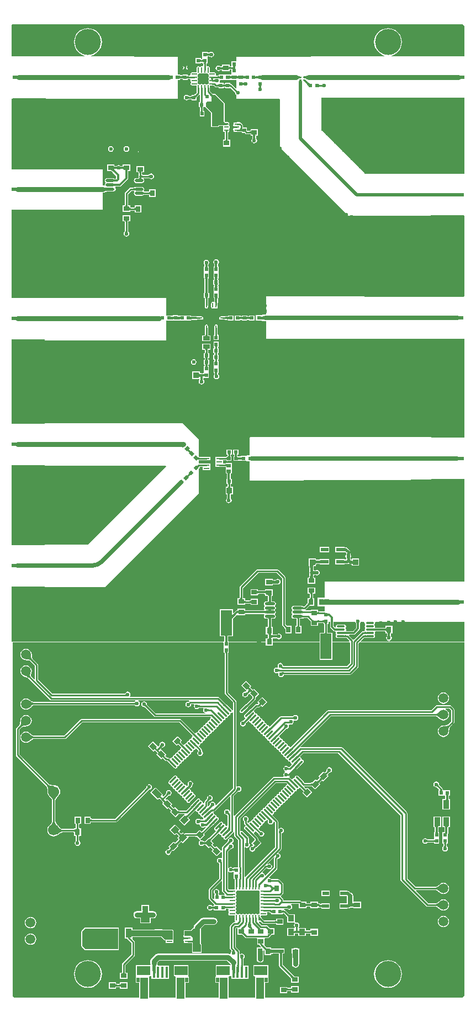
<source format=gtl>
G04 Layer_Physical_Order=1*
G04 Layer_Color=255*
%FSLAX44Y44*%
%MOMM*%
%TF.FileFunction,Copper,L1,Top,Signal*%
%TF.Part,Single*%
G01*
G75*
%ADD10C,0.3400*%
%ADD11C,0.6400*%
%TA.AperFunction,SMDPad*%
%ADD12O,1.3500X0.4500*%
%TA.AperFunction,SMDPad*%
%ADD13O,1.3500X0.3000*%
%TA.AperFunction,SMDPad*%
%ADD14R,0.4500X1.8000*%
%TA.AperFunction,SMDPad*%
%ADD15R,2.0000X1.4500*%
%TA.AperFunction,SMDPad*%
%ADD16R,1.3000X3.2500*%
%TA.AperFunction,SMDPad*%
%ADD17R,0.5500X0.7000*%
%TA.AperFunction,SMDPad*%
%ADD18R,1.7500X3.9000*%
%TA.AperFunction,SMDPad*%
%ADD19R,1.0000X0.6000*%
%TA.AperFunction,SMDPad*%
%ADD20R,1.1500X0.6000*%
%TA.AperFunction,SMDPad*%
%ADD21R,0.9000X0.2500*%
%TA.AperFunction,SMDPad*%
%ADD22R,1.4900X1.6000*%
%TA.AperFunction,SMDPad*%
%ADD23R,0.9500X0.2500*%
%TA.AperFunction,SMDPad*%
%ADD24R,0.3800X1.7400*%
%TA.AperFunction,SMDPad*%
%ADD25R,0.5000X1.2600*%
%TA.AperFunction,SMDPad*%
%ADD26R,0.7000X0.2500*%
%TA.AperFunction,SMDPad*%
%ADD27R,0.9000X0.5000*%
%TA.AperFunction,SMDPad*%
%ADD28R,0.5500X0.6000*%
%TA.AperFunction,SMDPad*%
%ADD29O,0.7500X0.2500*%
%TA.AperFunction,SMDPad*%
%ADD30O,0.2500X0.7500*%
%TA.AperFunction,SMDPad*%
%ADD31R,2.2000X2.2000*%
%TA.AperFunction,SMDPad*%
%ADD32R,1.4500X1.4500*%
%TA.AperFunction,SMDPad*%
%ADD33O,0.2500X0.9000*%
%TA.AperFunction,SMDPad*%
%ADD34O,0.9000X0.2500*%
%TA.AperFunction,SMDPad*%
%ADD35R,3.3000X3.3000*%
%TA.AperFunction,SMDPad*%
%ADD36O,0.9500X0.2500*%
%TA.AperFunction,SMDPad*%
%ADD37O,0.2500X0.9500*%
%TA.AperFunction,SMDPad*%
%ADD38O,1.6000X0.4500*%
%TA.AperFunction,SMDPad*%
G04:AMPARAMS|DCode=39|XSize=0.3mm|YSize=1.45mm|CornerRadius=0mm|HoleSize=0mm|Usage=FLASHONLY|Rotation=45.000|XOffset=0mm|YOffset=0mm|HoleType=Round|Shape=Round|*
%AMOVALD39*
21,1,1.1500,0.3000,0.0000,0.0000,135.0*
1,1,0.3000,0.4066,-0.4066*
1,1,0.3000,-0.4066,0.4066*
%
%ADD39OVALD39*%

%TA.AperFunction,SMDPad*%
G04:AMPARAMS|DCode=40|XSize=0.3mm|YSize=1.45mm|CornerRadius=0mm|HoleSize=0mm|Usage=FLASHONLY|Rotation=135.000|XOffset=0mm|YOffset=0mm|HoleType=Round|Shape=Round|*
%AMOVALD40*
21,1,1.1500,0.3000,0.0000,0.0000,225.0*
1,1,0.3000,0.4066,0.4066*
1,1,0.3000,-0.4066,-0.4066*
%
%ADD40OVALD40*%

%TA.AperFunction,SMDPad*%
%ADD41R,1.0200X0.6400*%
%TA.AperFunction,SMDPad*%
%ADD42R,0.7700X0.8800*%
%TA.AperFunction,SMDPad*%
%ADD43R,0.5000X0.5400*%
%TA.AperFunction,SMDPad*%
%ADD44R,0.3000X0.2000*%
%TA.AperFunction,SMDPad*%
%ADD45R,0.9500X1.3500*%
%TA.AperFunction,SMDPad*%
G04:AMPARAMS|DCode=46|XSize=0.95mm|YSize=1mm|CornerRadius=0mm|HoleSize=0mm|Usage=FLASHONLY|Rotation=135.000|XOffset=0mm|YOffset=0mm|HoleType=Round|Shape=Rectangle|*
%AMROTATEDRECTD46*
4,1,4,0.6894,0.0177,-0.0177,-0.6894,-0.6894,-0.0177,0.0177,0.6894,0.6894,0.0177,0.0*
%
%ADD46ROTATEDRECTD46*%

%TA.AperFunction,SMDPad*%
%ADD47R,0.6200X0.6600*%
%TA.AperFunction,SMDPad*%
%ADD48R,1.1500X1.7500*%
%TA.AperFunction,SMDPad*%
%ADD49R,0.9000X0.9000*%
%TA.AperFunction,SMDPad*%
%ADD50R,0.5000X0.6000*%
%TA.AperFunction,SMDPad*%
%ADD51R,5.0800X2.4130*%
%TA.AperFunction,SMDPad*%
%ADD52R,1.9050X0.5080*%
%TA.AperFunction,SMDPad*%
%ADD53R,0.9000X1.4000*%
%TA.AperFunction,SMDPad*%
G04:AMPARAMS|DCode=54|XSize=1.4mm|YSize=0.9mm|CornerRadius=0mm|HoleSize=0mm|Usage=FLASHONLY|Rotation=315.000|XOffset=0mm|YOffset=0mm|HoleType=Round|Shape=Rectangle|*
%AMROTATEDRECTD54*
4,1,4,-0.8132,0.1768,-0.1768,0.8132,0.8132,-0.1768,0.1768,-0.8132,-0.8132,0.1768,0.0*
%
%ADD54ROTATEDRECTD54*%

%TA.AperFunction,SMDPad*%
%ADD55R,0.9000X0.7000*%
%TA.AperFunction,SMDPad*%
%ADD56R,0.9000X0.8000*%
%TA.AperFunction,SMDPad*%
%ADD57R,0.9500X1.0000*%
%TA.AperFunction,SMDPad*%
%ADD58R,0.6000X0.5500*%
%TA.AperFunction,SMDPad*%
%ADD59R,0.8000X0.9000*%
%TA.AperFunction,SMDPad*%
%ADD60R,0.9000X0.9000*%
%TA.AperFunction,SMDPad*%
%ADD61R,0.7000X0.9000*%
%TA.AperFunction,SMDPad*%
G04:AMPARAMS|DCode=62|XSize=0.5mm|YSize=0.54mm|CornerRadius=0mm|HoleSize=0mm|Usage=FLASHONLY|Rotation=135.000|XOffset=0mm|YOffset=0mm|HoleType=Round|Shape=Rectangle|*
%AMROTATEDRECTD62*
4,1,4,0.3677,0.0141,-0.0141,-0.3677,-0.3677,-0.0141,0.0141,0.3677,0.3677,0.0141,0.0*
%
%ADD62ROTATEDRECTD62*%

%TA.AperFunction,SMDPad*%
%ADD63R,0.6000X0.5000*%
%TA.AperFunction,SMDPad*%
G04:AMPARAMS|DCode=64|XSize=0.5mm|YSize=0.6mm|CornerRadius=0mm|HoleSize=0mm|Usage=FLASHONLY|Rotation=135.000|XOffset=0mm|YOffset=0mm|HoleType=Round|Shape=Rectangle|*
%AMROTATEDRECTD64*
4,1,4,0.3889,0.0354,-0.0354,-0.3889,-0.3889,-0.0354,0.0354,0.3889,0.3889,0.0354,0.0*
%
%ADD64ROTATEDRECTD64*%

%TA.AperFunction,SMDPad*%
%ADD65R,0.6600X0.6200*%
%TA.AperFunction,SMDPad*%
G04:AMPARAMS|DCode=66|XSize=0.5mm|YSize=0.6mm|CornerRadius=0mm|HoleSize=0mm|Usage=FLASHONLY|Rotation=45.000|XOffset=0mm|YOffset=0mm|HoleType=Round|Shape=Rectangle|*
%AMROTATEDRECTD66*
4,1,4,0.0354,-0.3889,-0.3889,0.0354,-0.0354,0.3889,0.3889,-0.0354,0.0354,-0.3889,0.0*
%
%ADD66ROTATEDRECTD66*%

%TA.AperFunction,SMDPad*%
G04:AMPARAMS|DCode=67|XSize=0.9mm|YSize=0.8mm|CornerRadius=0mm|HoleSize=0mm|Usage=FLASHONLY|Rotation=135.000|XOffset=0mm|YOffset=0mm|HoleType=Round|Shape=Rectangle|*
%AMROTATEDRECTD67*
4,1,4,0.6010,-0.0354,0.0354,-0.6010,-0.6010,0.0354,-0.0354,0.6010,0.6010,-0.0354,0.0*
%
%ADD67ROTATEDRECTD67*%

%TA.AperFunction,SMDPad*%
G04:AMPARAMS|DCode=68|XSize=0.9mm|YSize=0.8mm|CornerRadius=0mm|HoleSize=0mm|Usage=FLASHONLY|Rotation=225.000|XOffset=0mm|YOffset=0mm|HoleType=Round|Shape=Rectangle|*
%AMROTATEDRECTD68*
4,1,4,0.0354,0.6010,0.6010,0.0354,-0.0354,-0.6010,-0.6010,-0.0354,0.0354,0.6010,0.0*
%
%ADD68ROTATEDRECTD68*%

%TA.AperFunction,SMDPad*%
%ADD69R,0.8800X0.7700*%
%TA.AperFunction,SMDPad*%
%ADD70R,1.4000X0.9000*%
%TA.AperFunction,SMDPad*%
%ADD71R,0.5400X0.5000*%
%TA.AperFunction,SMDPad*%
G04:AMPARAMS|DCode=72|XSize=0.9mm|YSize=0.7mm|CornerRadius=0mm|HoleSize=0mm|Usage=FLASHONLY|Rotation=225.000|XOffset=0mm|YOffset=0mm|HoleType=Round|Shape=Rectangle|*
%AMROTATEDRECTD72*
4,1,4,0.0707,0.5657,0.5657,0.0707,-0.0707,-0.5657,-0.5657,-0.0707,0.0707,0.5657,0.0*
%
%ADD72ROTATEDRECTD72*%

%TA.AperFunction,SMDPad*%
%ADD73R,0.6700X0.5400*%
%TA.AperFunction,SMDPad*%
G04:AMPARAMS|DCode=74|XSize=0.67mm|YSize=0.54mm|CornerRadius=0mm|HoleSize=0mm|Usage=FLASHONLY|Rotation=45.000|XOffset=0mm|YOffset=0mm|HoleType=Round|Shape=Rectangle|*
%AMROTATEDRECTD74*
4,1,4,-0.0460,-0.4278,-0.4278,-0.0460,0.0460,0.4278,0.4278,0.0460,-0.0460,-0.4278,0.0*
%
%ADD74ROTATEDRECTD74*%

%ADD75C,0.5000*%
%ADD76C,0.7400*%
%ADD77C,0.2500*%
%ADD78C,0.2400*%
%ADD79C,0.5400*%
%ADD80C,0.3800*%
%ADD81C,0.3000*%
%ADD82C,0.4000*%
%ADD83C,0.8000*%
%ADD84C,0.7000*%
%TA.AperFunction,ViaPad*%
%ADD85O,0.8000X1.3000*%
%TA.AperFunction,ViaPad*%
%ADD86O,0.8000X1.2000*%
%TA.AperFunction,ViaPad*%
%ADD87C,1.7000*%
%TA.AperFunction,ViaPad*%
%ADD88C,1.5000*%
%TA.AperFunction,ConnectorPad*%
%ADD89C,4.0000*%
%TA.AperFunction,ViaPad*%
%ADD90C,0.6000*%
G36*
X237171Y375410D02*
X237074Y375206D01*
X237031Y374984D01*
X237041Y374744D01*
X237105Y374486D01*
X237222Y374209D01*
X237393Y373915D01*
X237617Y373602D01*
X237895Y373272D01*
X238226Y372923D01*
X236458Y371155D01*
X236110Y371486D01*
X235779Y371764D01*
X235466Y371988D01*
X235172Y372159D01*
X234895Y372276D01*
X234637Y372340D01*
X234397Y372350D01*
X234175Y372307D01*
X233971Y372211D01*
X233785Y372061D01*
X237321Y375596D01*
X237171Y375410D01*
D02*
G37*
G36*
X246422Y367745D02*
X244465Y365787D01*
X244438Y365850D01*
X244377Y365943D01*
X244282Y366067D01*
X243988Y366407D01*
X242650Y367792D01*
X244418Y369560D01*
X246422Y367745D01*
D02*
G37*
G36*
X444210Y374863D02*
X442395Y372858D01*
X440437Y374816D01*
X440500Y374842D01*
X440593Y374903D01*
X440717Y374999D01*
X441057Y375293D01*
X442442Y376631D01*
X444210Y374863D01*
D02*
G37*
G36*
X228718Y382448D02*
X229049Y382170D01*
X229362Y381946D01*
X229656Y381776D01*
X229933Y381658D01*
X230191Y381594D01*
X230431Y381584D01*
X230653Y381627D01*
X230857Y381724D01*
X231043Y381874D01*
X227507Y378338D01*
X227658Y378524D01*
X227754Y378728D01*
X227797Y378950D01*
X227787Y379190D01*
X227723Y379449D01*
X227606Y379725D01*
X227435Y380019D01*
X227211Y380332D01*
X226933Y380663D01*
X226602Y381012D01*
X228370Y382779D01*
X228718Y382448D01*
D02*
G37*
G36*
X440674Y378399D02*
X438859Y376394D01*
X436902Y378351D01*
X436964Y378378D01*
X437058Y378439D01*
X437182Y378535D01*
X437521Y378829D01*
X438906Y380166D01*
X440674Y378399D01*
D02*
G37*
G36*
X436988Y360380D02*
X436925Y360353D01*
X436832Y360292D01*
X436708Y360197D01*
X436368Y359903D01*
X434983Y358565D01*
X433215Y360333D01*
X435030Y362338D01*
X436988Y360380D01*
D02*
G37*
G36*
X486774Y347424D02*
X486443Y347075D01*
X486165Y346744D01*
X485941Y346432D01*
X485770Y346137D01*
X485653Y345861D01*
X485589Y345603D01*
X485579Y345363D01*
X485622Y345140D01*
X485719Y344936D01*
X485869Y344751D01*
X482333Y348286D01*
X482519Y348136D01*
X482723Y348040D01*
X482945Y347996D01*
X483185Y348007D01*
X483443Y348071D01*
X483720Y348188D01*
X484014Y348359D01*
X484327Y348583D01*
X484658Y348861D01*
X485006Y349192D01*
X486774Y347424D01*
D02*
G37*
G36*
X479591Y338473D02*
X479405Y338623D01*
X479201Y338720D01*
X478979Y338763D01*
X478739Y338752D01*
X478481Y338689D01*
X478204Y338571D01*
X477910Y338400D01*
X477597Y338176D01*
X477267Y337899D01*
X476918Y337567D01*
X475150Y339335D01*
X475481Y339684D01*
X475759Y340015D01*
X475983Y340327D01*
X476154Y340622D01*
X476271Y340898D01*
X476335Y341157D01*
X476345Y341397D01*
X476302Y341619D01*
X476205Y341823D01*
X476055Y342009D01*
X479591Y338473D01*
D02*
G37*
G36*
X490382Y350024D02*
X490152Y349985D01*
X489922Y349927D01*
X489695Y349851D01*
X489468Y349755D01*
X489243Y349641D01*
X489019Y349507D01*
X488796Y349355D01*
X488575Y349184D01*
X488355Y348995D01*
X488136Y348786D01*
X486098Y350283D01*
X486307Y350505D01*
X486490Y350729D01*
X486647Y350953D01*
X486779Y351179D01*
X486886Y351406D01*
X486966Y351634D01*
X487021Y351864D01*
X487051Y352094D01*
X487055Y352326D01*
X487033Y352558D01*
X490382Y350024D01*
D02*
G37*
G36*
X440523Y356844D02*
X440461Y356818D01*
X440367Y356757D01*
X440243Y356661D01*
X439903Y356367D01*
X438518Y355030D01*
X436751Y356797D01*
X438565Y358802D01*
X440523Y356844D01*
D02*
G37*
G36*
X426316Y356939D02*
X426504Y356794D01*
X426707Y356666D01*
X426924Y356556D01*
X427155Y356463D01*
X427401Y356386D01*
X427661Y356326D01*
X427935Y356284D01*
X428224Y356259D01*
X428527Y356250D01*
Y353750D01*
X428224Y353741D01*
X427935Y353716D01*
X427661Y353674D01*
X427401Y353614D01*
X427155Y353537D01*
X426924Y353444D01*
X426707Y353334D01*
X426504Y353206D01*
X426316Y353061D01*
X426142Y352900D01*
Y357100D01*
X426316Y356939D01*
D02*
G37*
G36*
X260859Y396977D02*
X260762Y396773D01*
X260719Y396551D01*
X260729Y396311D01*
X260793Y396053D01*
X260910Y395776D01*
X261081Y395482D01*
X261305Y395169D01*
X261583Y394838D01*
X261914Y394490D01*
X260146Y392722D01*
X259798Y393053D01*
X259467Y393331D01*
X259154Y393555D01*
X258860Y393726D01*
X258583Y393843D01*
X258325Y393907D01*
X258085Y393917D01*
X257863Y393874D01*
X257659Y393777D01*
X257473Y393627D01*
X261009Y397163D01*
X260859Y396977D01*
D02*
G37*
G36*
X233970Y389000D02*
X233733Y388991D01*
X233498Y388961D01*
X233264Y388908D01*
X233033Y388832D01*
X232803Y388735D01*
X232575Y388615D01*
X232349Y388473D01*
X232125Y388309D01*
X231903Y388123D01*
X231683Y387915D01*
X229915Y389683D01*
X230123Y389903D01*
X230309Y390125D01*
X230473Y390349D01*
X230615Y390575D01*
X230735Y390803D01*
X230832Y391033D01*
X230907Y391264D01*
X230961Y391498D01*
X230991Y391733D01*
X231000Y391970D01*
X233970Y389000D01*
D02*
G37*
G36*
X31127Y407890D02*
X32591Y406610D01*
X33284Y406090D01*
X33951Y405650D01*
X34592Y405290D01*
X35207Y405010D01*
X35796Y404810D01*
X36358Y404690D01*
X36895Y404650D01*
Y402150D01*
X36358Y402110D01*
X35796Y401990D01*
X35207Y401790D01*
X34592Y401510D01*
X33951Y401150D01*
X33284Y400710D01*
X32591Y400190D01*
X31127Y398910D01*
X30356Y398150D01*
Y408650D01*
X31127Y407890D01*
D02*
G37*
G36*
X412390Y406683D02*
X410575Y404678D01*
X408617Y406636D01*
X408680Y406662D01*
X408773Y406723D01*
X408897Y406819D01*
X409237Y407113D01*
X410622Y408451D01*
X412390Y406683D01*
D02*
G37*
G36*
X285313Y406636D02*
X283356Y404678D01*
X283329Y404741D01*
X283268Y404834D01*
X283172Y404958D01*
X282878Y405298D01*
X281541Y406683D01*
X283309Y408451D01*
X285313Y406636D01*
D02*
G37*
G36*
X267636Y388958D02*
X265678Y387000D01*
X265651Y387063D01*
X265590Y387156D01*
X265495Y387280D01*
X265201Y387620D01*
X263863Y389005D01*
X265631Y390773D01*
X267636Y388958D01*
D02*
G37*
G36*
X293258Y383224D02*
X293284Y382935D01*
X293326Y382661D01*
X293386Y382401D01*
X293463Y382155D01*
X293556Y381924D01*
X293666Y381707D01*
X293794Y381504D01*
X293939Y381316D01*
X294100Y381142D01*
X289900D01*
X290061Y381316D01*
X290206Y381504D01*
X290333Y381707D01*
X290444Y381924D01*
X290537Y382155D01*
X290614Y382401D01*
X290674Y382661D01*
X290716Y382935D01*
X290742Y383224D01*
X290750Y383527D01*
X293250D01*
X293258Y383224D01*
D02*
G37*
G36*
X437139Y381934D02*
X435324Y379929D01*
X433366Y381887D01*
X433429Y381913D01*
X433522Y381975D01*
X433646Y382070D01*
X433986Y382364D01*
X435371Y383702D01*
X437139Y381934D01*
D02*
G37*
G36*
X433603Y385470D02*
X431788Y383465D01*
X429831Y385423D01*
X429893Y385449D01*
X429987Y385510D01*
X430111Y385606D01*
X430450Y385900D01*
X431835Y387237D01*
X433603Y385470D01*
D02*
G37*
G36*
X287204Y390595D02*
X287259Y390534D01*
X288962Y388806D01*
X287420Y386812D01*
X287080Y387149D01*
X285603Y388462D01*
X285451Y388563D01*
X285326Y388631D01*
X285227Y388664D01*
X287185Y390622D01*
X287204Y390595D01*
D02*
G37*
G36*
X224796Y387785D02*
X224700Y387581D01*
X224657Y387359D01*
X224667Y387118D01*
X224731Y386860D01*
X224848Y386584D01*
X225019Y386289D01*
X225243Y385977D01*
X225521Y385646D01*
X225852Y385297D01*
X224084Y383530D01*
X223735Y383861D01*
X223405Y384138D01*
X223092Y384362D01*
X222797Y384533D01*
X222521Y384650D01*
X222263Y384714D01*
X222023Y384725D01*
X221800Y384682D01*
X221597Y384585D01*
X221411Y384435D01*
X224946Y387970D01*
X224796Y387785D01*
D02*
G37*
G36*
X474400Y335050D02*
X474069Y334701D01*
X473791Y334370D01*
X473567Y334057D01*
X473396Y333763D01*
X473279Y333487D01*
X473215Y333228D01*
X473204Y332988D01*
X473248Y332766D01*
X473344Y332562D01*
X473494Y332376D01*
X469959Y335912D01*
X470145Y335762D01*
X470349Y335665D01*
X470571Y335622D01*
X470811Y335632D01*
X471069Y335696D01*
X471345Y335813D01*
X471640Y335984D01*
X471952Y336208D01*
X472283Y336486D01*
X472632Y336817D01*
X474400Y335050D01*
D02*
G37*
G36*
X306677Y293899D02*
X304862Y291894D01*
X302905Y293852D01*
X302968Y293879D01*
X303061Y293940D01*
X303185Y294035D01*
X303525Y294329D01*
X304910Y295667D01*
X306677Y293899D01*
D02*
G37*
G36*
X285313Y293559D02*
X285251Y293532D01*
X285157Y293471D01*
X285033Y293375D01*
X284694Y293081D01*
X283309Y291744D01*
X281541Y293511D01*
X283356Y295516D01*
X285313Y293559D01*
D02*
G37*
G36*
X246010Y299396D02*
X245913Y299192D01*
X245870Y298970D01*
X245880Y298730D01*
X245944Y298472D01*
X246061Y298195D01*
X246232Y297901D01*
X246456Y297588D01*
X246734Y297258D01*
X247065Y296909D01*
X245297Y295141D01*
X244948Y295472D01*
X244618Y295750D01*
X244305Y295974D01*
X244011Y296145D01*
X243734Y296262D01*
X243476Y296326D01*
X243236Y296336D01*
X243014Y296293D01*
X242810Y296197D01*
X242624Y296047D01*
X246159Y299582D01*
X246010Y299396D01*
D02*
G37*
G36*
X310970Y296990D02*
X310733Y296981D01*
X310498Y296950D01*
X310264Y296897D01*
X310033Y296822D01*
X309803Y296724D01*
X309575Y296605D01*
X309349Y296463D01*
X309125Y296299D01*
X308903Y296113D01*
X308683Y295905D01*
X306915Y297672D01*
X307123Y297893D01*
X307309Y298115D01*
X307473Y298339D01*
X307615Y298565D01*
X307735Y298793D01*
X307832Y299022D01*
X307908Y299254D01*
X307960Y299487D01*
X307991Y299722D01*
X308000Y299960D01*
X310970Y296990D01*
D02*
G37*
G36*
X281778Y297094D02*
X281715Y297067D01*
X281622Y297006D01*
X281498Y296911D01*
X281158Y296617D01*
X279773Y295279D01*
X278005Y297047D01*
X279820Y299052D01*
X281778Y297094D01*
D02*
G37*
G36*
X249932Y294060D02*
X250263Y293782D01*
X250575Y293558D01*
X250870Y293387D01*
X251146Y293270D01*
X251404Y293206D01*
X251644Y293196D01*
X251866Y293239D01*
X252070Y293335D01*
X252256Y293485D01*
X248721Y289950D01*
X248871Y290136D01*
X248967Y290340D01*
X249010Y290562D01*
X249000Y290802D01*
X248936Y291060D01*
X248819Y291336D01*
X248648Y291631D01*
X248424Y291944D01*
X248146Y292274D01*
X247815Y292623D01*
X249583Y294391D01*
X249932Y294060D01*
D02*
G37*
G36*
X335975Y287994D02*
X335995Y287827D01*
X336041Y287651D01*
X336114Y287466D01*
X336211Y287273D01*
X336334Y287072D01*
X336484Y286862D01*
X336658Y286644D01*
X337085Y286183D01*
X335317Y284415D01*
X335082Y284641D01*
X334638Y285016D01*
X334428Y285166D01*
X334227Y285289D01*
X334034Y285387D01*
X333849Y285459D01*
X333673Y285505D01*
X333506Y285525D01*
X333346Y285520D01*
X335980Y288154D01*
X335975Y287994D01*
D02*
G37*
G36*
X273228Y281663D02*
X272901Y281318D01*
X272627Y280991D01*
X272406Y280682D01*
X272238Y280390D01*
X272123Y280116D01*
X272061Y279860D01*
X272052Y279621D01*
X272097Y279400D01*
X272194Y279197D01*
X272344Y279011D01*
X268808Y282547D01*
X268994Y282397D01*
X269197Y282299D01*
X269418Y282255D01*
X269657Y282264D01*
X269913Y282326D01*
X270187Y282441D01*
X270479Y282609D01*
X270788Y282830D01*
X271115Y283104D01*
X271460Y283431D01*
X273228Y281663D01*
D02*
G37*
G36*
X256789Y290824D02*
X256926Y290615D01*
X257132Y290431D01*
X257407Y290271D01*
X257750Y290136D01*
X258161Y290025D01*
X258641Y289939D01*
X259189Y289878D01*
X260491Y289829D01*
X261198Y287329D01*
X260450Y287316D01*
X259201Y287218D01*
X258700Y287132D01*
X258282Y287022D01*
X257946Y286887D01*
X257692Y286727D01*
X257521Y286543D01*
X257433Y286334D01*
X257427Y286100D01*
X256719Y291057D01*
X256789Y290824D01*
D02*
G37*
G36*
X338451Y312187D02*
Y289390D01*
X337181Y289265D01*
X337003Y290158D01*
X336064Y291564D01*
X334658Y292503D01*
X333000Y292833D01*
X331342Y292503D01*
X329936Y291564D01*
X328997Y290158D01*
X328667Y288500D01*
X328997Y286842D01*
X329936Y285436D01*
X331342Y284497D01*
X333000Y284167D01*
X333634Y283214D01*
X333701Y282994D01*
Y267607D01*
X332431Y266854D01*
X331763Y266987D01*
X331031Y267719D01*
X330817Y268792D01*
X330210Y269702D01*
X329300Y270310D01*
X328227Y270523D01*
X327495Y271255D01*
X327282Y272328D01*
X326674Y273237D01*
X325764Y273845D01*
X324692Y274058D01*
X323619Y273845D01*
X322709Y273237D01*
X314577Y265105D01*
X313969Y264196D01*
X313756Y263123D01*
X313969Y262050D01*
X314577Y261140D01*
X315487Y260532D01*
X315506Y260529D01*
X315964Y259143D01*
X315893Y259064D01*
X315852Y258949D01*
X306011Y249108D01*
X305890Y249062D01*
X305265Y248476D01*
X305038Y248288D01*
X304945Y248221D01*
X304539Y248627D01*
X303757Y247846D01*
X303582Y247773D01*
X303533Y247655D01*
X303426Y247586D01*
X303406Y247495D01*
X300448Y244537D01*
X300371Y244512D01*
X300317Y244408D01*
X300212Y244354D01*
X300187Y244276D01*
X299694Y243783D01*
X299645Y243770D01*
X299268Y243704D01*
X298199Y243619D01*
X298099Y243628D01*
X297915Y243656D01*
X297754Y243693D01*
X297611Y243738D01*
X297485Y243788D01*
X297376Y243844D01*
X297279Y243905D01*
X297190Y243973D01*
X297063Y244091D01*
X296973Y244125D01*
X295658Y245003D01*
X294000Y245333D01*
X293078Y245150D01*
X292452Y246320D01*
X299435Y253303D01*
X297959Y254779D01*
X297972Y254808D01*
X298067Y254973D01*
X298223Y255190D01*
X298441Y255450D01*
X298744Y255769D01*
X298791Y255892D01*
X308872Y265972D01*
X308997Y266022D01*
X310356Y267334D01*
X310638Y267578D01*
X310690Y267618D01*
X310740Y267651D01*
X310822Y267772D01*
X311019Y267853D01*
X311051Y267930D01*
X311471Y268211D01*
X319603Y276343D01*
X320211Y277253D01*
X320424Y278326D01*
X320211Y279399D01*
X319603Y280308D01*
X318693Y280916D01*
X317620Y281130D01*
X316889Y281861D01*
X316675Y282934D01*
X316068Y283844D01*
X315158Y284452D01*
X314487Y284585D01*
X313780Y285091D01*
X313273Y285799D01*
X313140Y286470D01*
X312532Y287379D01*
X312505Y287397D01*
X312184Y289072D01*
X312458Y289451D01*
X313000D01*
X313976Y289645D01*
X314802Y290198D01*
X337278Y312673D01*
X338451Y312187D01*
D02*
G37*
G36*
X310213Y290364D02*
X308398Y288359D01*
X306440Y290317D01*
X306503Y290343D01*
X306596Y290404D01*
X306720Y290500D01*
X307060Y290794D01*
X308445Y292132D01*
X310213Y290364D01*
D02*
G37*
G36*
X464767Y328505D02*
X464761Y328743D01*
X464673Y328955D01*
X464504Y329143D01*
X464252Y329305D01*
X463918Y329443D01*
X463502Y329555D01*
X463004Y329643D01*
X462423Y329705D01*
X461017Y329755D01*
X461724Y332255D01*
X462405Y332268D01*
X463562Y332368D01*
X464039Y332455D01*
X464448Y332568D01*
X464789Y332705D01*
X465062Y332868D01*
X465267Y333055D01*
X465405Y333268D01*
X465474Y333505D01*
X464767Y328505D01*
D02*
G37*
G36*
X445957Y330809D02*
X446018Y330715D01*
X446113Y330591D01*
X446408Y330252D01*
X447745Y328867D01*
X445977Y327099D01*
X443973Y328914D01*
X445930Y330871D01*
X445957Y330809D01*
D02*
G37*
G36*
X449492Y334344D02*
X449553Y334251D01*
X449649Y334127D01*
X449943Y333787D01*
X451281Y332402D01*
X449513Y330634D01*
X447508Y332449D01*
X449466Y334407D01*
X449492Y334344D01*
D02*
G37*
G36*
X433452Y336278D02*
X431494Y334321D01*
X431468Y334384D01*
X431407Y334477D01*
X431311Y334601D01*
X431017Y334941D01*
X429680Y336326D01*
X431447Y338093D01*
X433452Y336278D01*
D02*
G37*
G36*
X429917Y332743D02*
X427959Y330785D01*
X427932Y330848D01*
X427871Y330941D01*
X427776Y331065D01*
X427482Y331405D01*
X426144Y332790D01*
X427912Y334558D01*
X429917Y332743D01*
D02*
G37*
G36*
X350728Y321012D02*
X350492Y321022D01*
X350258Y321007D01*
X350025Y320968D01*
X349794Y320905D01*
X349565Y320817D01*
X349337Y320706D01*
X349111Y320570D01*
X348886Y320410D01*
X348663Y320225D01*
X348441Y320017D01*
X346832Y321943D01*
X347040Y322162D01*
X347228Y322383D01*
X347396Y322606D01*
X347544Y322830D01*
X347672Y323056D01*
X347779Y323284D01*
X347867Y323514D01*
X347934Y323745D01*
X347981Y323978D01*
X348008Y324213D01*
X350728Y321012D01*
D02*
G37*
G36*
X306970Y307000D02*
X306733Y306991D01*
X306498Y306961D01*
X306264Y306908D01*
X306033Y306832D01*
X305803Y306735D01*
X305575Y306615D01*
X305349Y306473D01*
X305125Y306309D01*
X304903Y306123D01*
X304683Y305915D01*
X302915Y307683D01*
X303123Y307903D01*
X303309Y308125D01*
X303473Y308349D01*
X303615Y308575D01*
X303735Y308803D01*
X303832Y309033D01*
X303908Y309264D01*
X303961Y309498D01*
X303991Y309733D01*
X304000Y309970D01*
X306970Y307000D01*
D02*
G37*
G36*
X237557Y306434D02*
X237888Y306156D01*
X238201Y305932D01*
X238495Y305762D01*
X238772Y305644D01*
X239030Y305580D01*
X239270Y305570D01*
X239492Y305613D01*
X239696Y305710D01*
X239882Y305860D01*
X236346Y302324D01*
X236496Y302510D01*
X236593Y302714D01*
X236636Y302936D01*
X236626Y303176D01*
X236562Y303435D01*
X236445Y303711D01*
X236274Y304005D01*
X236050Y304318D01*
X235772Y304649D01*
X235441Y304998D01*
X237209Y306765D01*
X237557Y306434D01*
D02*
G37*
G36*
X231867Y313538D02*
X231771Y313335D01*
X231728Y313112D01*
X231738Y312872D01*
X231802Y312614D01*
X231919Y312338D01*
X232090Y312043D01*
X232314Y311730D01*
X232592Y311400D01*
X232923Y311051D01*
X231155Y309283D01*
X230806Y309614D01*
X230476Y309892D01*
X230163Y310116D01*
X229869Y310287D01*
X229592Y310404D01*
X229334Y310468D01*
X229094Y310478D01*
X228872Y310435D01*
X228668Y310339D01*
X228482Y310189D01*
X232017Y313724D01*
X231867Y313538D01*
D02*
G37*
G36*
X452867Y323762D02*
X453194Y323488D01*
X453504Y323267D01*
X453795Y323099D01*
X454069Y322985D01*
X454326Y322923D01*
X454564Y322914D01*
X454785Y322958D01*
X454989Y323055D01*
X455174Y323205D01*
X451639Y319670D01*
X451789Y319855D01*
X451886Y320059D01*
X451930Y320280D01*
X451922Y320518D01*
X451860Y320775D01*
X451745Y321049D01*
X451577Y321340D01*
X451356Y321650D01*
X451082Y321977D01*
X450755Y322322D01*
X452523Y324089D01*
X452867Y323762D01*
D02*
G37*
G36*
X243970Y315000D02*
X243733Y314991D01*
X243498Y314961D01*
X243264Y314907D01*
X243033Y314832D01*
X242803Y314735D01*
X242575Y314615D01*
X242349Y314473D01*
X242125Y314309D01*
X241903Y314123D01*
X241683Y313915D01*
X239915Y315683D01*
X240123Y315903D01*
X240309Y316125D01*
X240473Y316349D01*
X240615Y316575D01*
X240735Y316803D01*
X240832Y317033D01*
X240907Y317264D01*
X240961Y317498D01*
X240991Y317733D01*
X241000Y317970D01*
X243970Y315000D01*
D02*
G37*
G36*
X333512Y552150D02*
X333610Y551189D01*
X333695Y550799D01*
X333805Y550470D01*
X333939Y550200D01*
X334098Y549990D01*
X334281Y549840D01*
X334488Y549749D01*
X334720Y549720D01*
X329281D01*
X329512Y549749D01*
X329720Y549840D01*
X329902Y549990D01*
X330061Y550200D01*
X330195Y550470D01*
X330305Y550799D01*
X330390Y551189D01*
X330451Y551640D01*
X330488Y552150D01*
X330500Y552719D01*
X333500D01*
X333512Y552150D01*
D02*
G37*
G36*
X334263Y534255D02*
X334050Y534180D01*
X333862Y534055D01*
X333700Y533881D01*
X333563Y533656D01*
X333450Y533381D01*
X333363Y533055D01*
X333300Y532681D01*
X333262Y532256D01*
X333250Y531781D01*
X330750D01*
X330737Y532256D01*
X330700Y532681D01*
X330638Y533055D01*
X330550Y533381D01*
X330438Y533656D01*
X330300Y533881D01*
X330137Y534055D01*
X329950Y534180D01*
X329738Y534255D01*
X329500Y534281D01*
X334500D01*
X334263Y534255D01*
D02*
G37*
G36*
X491196Y573000D02*
X491410Y571927D01*
X492017Y571017D01*
X496517Y566517D01*
X497427Y565910D01*
X498500Y565696D01*
X499133D01*
X499798Y564734D01*
X499880Y564426D01*
X499696Y563500D01*
X499910Y562427D01*
X500290Y561858D01*
X500432Y561000D01*
X500290Y560142D01*
X499910Y559573D01*
X499696Y558500D01*
X499910Y557427D01*
X500517Y556517D01*
X501427Y555910D01*
X502500Y555696D01*
X513000D01*
X513496Y555795D01*
X513573Y555763D01*
X513607Y555776D01*
X513641Y555764D01*
X516342Y555899D01*
X516447Y555948D01*
X521125Y551270D01*
X520599Y550000D01*
X495000D01*
Y563750D01*
X487511D01*
X487505Y563754D01*
X487484Y563803D01*
X487436Y563982D01*
X487393Y564240D01*
X487364Y564572D01*
X487352Y565005D01*
X487299Y565125D01*
Y575875D01*
X487352Y575996D01*
X487364Y576430D01*
X487392Y576764D01*
X487435Y577024D01*
X487483Y577206D01*
X487500Y577250D01*
X488500D01*
Y578355D01*
X488573Y578531D01*
X488543Y578602D01*
X488565Y578676D01*
X488535Y578730D01*
X488873Y580000D01*
X491196D01*
Y573000D01*
D02*
G37*
G36*
X544242Y578730D02*
X544196Y578500D01*
X544410Y577427D01*
X545017Y576517D01*
Y575483D01*
X544410Y574573D01*
X544196Y573500D01*
X544410Y572427D01*
X544790Y571858D01*
X544932Y571000D01*
X544790Y570142D01*
X544410Y569573D01*
X544196Y568500D01*
X544410Y567427D01*
X544421Y567411D01*
X543764Y566106D01*
X543659Y566101D01*
X543548Y566049D01*
X541500D01*
X540524Y565855D01*
X539698Y565302D01*
X527688Y553293D01*
X526092Y553493D01*
X526052Y553552D01*
X520179Y559426D01*
X520705Y560696D01*
X527500D01*
X528573Y560910D01*
X529483Y561517D01*
X535983Y568017D01*
X536590Y568927D01*
X536804Y570000D01*
Y576445D01*
X536852Y576550D01*
X536874Y577127D01*
X536895Y577324D01*
X536925Y577504D01*
X536958Y577650D01*
X536992Y577761D01*
X537024Y577839D01*
X537046Y577882D01*
X537056Y577896D01*
X537112Y577959D01*
X537146Y578059D01*
X538003Y579342D01*
X538134Y580000D01*
X543284D01*
X544242Y578730D01*
D02*
G37*
G36*
X697500Y550000D02*
X582144D01*
X582019Y551270D01*
X583158Y551497D01*
X584564Y552436D01*
X585504Y553842D01*
X585833Y555500D01*
X585504Y557158D01*
X584646Y558441D01*
X584612Y558541D01*
X584556Y558604D01*
X584546Y558618D01*
X584523Y558661D01*
X584492Y558739D01*
X584458Y558850D01*
X584425Y558997D01*
X584398Y559159D01*
X584358Y559644D01*
X584353Y559923D01*
X584304Y560035D01*
Y560886D01*
X584353Y560995D01*
X584366Y561530D01*
X584403Y561952D01*
X584459Y562291D01*
X584526Y562540D01*
X584589Y562695D01*
X584598Y562711D01*
X584643Y562715D01*
X584706Y562750D01*
X586750D01*
Y574250D01*
X576250D01*
Y571761D01*
X576185Y571642D01*
X576180Y571594D01*
X576168Y571586D01*
X576017Y571524D01*
X575773Y571459D01*
X575440Y571403D01*
X575023Y571366D01*
X574495Y571353D01*
X574386Y571304D01*
X560868D01*
X560202Y572266D01*
X560120Y572574D01*
X560304Y573500D01*
X560090Y574573D01*
X559483Y575483D01*
Y576517D01*
X560090Y577427D01*
X560304Y578500D01*
X560258Y578730D01*
X561216Y580000D01*
X697500D01*
Y550000D01*
D02*
G37*
G36*
X32508Y529242D02*
X32638Y527302D01*
X32760Y526444D01*
X32920Y525662D01*
X33119Y524954D01*
X33356Y524321D01*
X33631Y523763D01*
X33944Y523281D01*
X34295Y522873D01*
X32527Y521105D01*
X32119Y521456D01*
X31637Y521769D01*
X31079Y522044D01*
X30446Y522281D01*
X29739Y522480D01*
X28956Y522640D01*
X28098Y522762D01*
X26158Y522892D01*
X25075Y522900D01*
X32500Y530325D01*
X32508Y529242D01*
D02*
G37*
G36*
X420705Y500750D02*
X420387Y500741D01*
X420103Y500714D01*
X419851Y500670D01*
X419631Y500608D01*
X419444Y500528D01*
X419290Y500431D01*
X419168Y500315D01*
X419078Y500182D01*
X419021Y500032D01*
X418997Y499863D01*
X416559Y502947D01*
X420036Y503250D01*
X420705Y500750D01*
D02*
G37*
G36*
X31589Y501243D02*
X31340Y500429D01*
X31172Y499659D01*
X31085Y498934D01*
X31078Y498253D01*
X31151Y497617D01*
X31305Y497025D01*
X31540Y496478D01*
X31855Y495975D01*
X32250Y495517D01*
X29749Y494483D01*
X29503Y494689D01*
X29145Y494928D01*
X28675Y495200D01*
X27398Y495843D01*
X24641Y497054D01*
X22241Y498026D01*
X31918Y502102D01*
X31589Y501243D01*
D02*
G37*
G36*
X411316Y507938D02*
X411504Y507794D01*
X411707Y507667D01*
X411924Y507556D01*
X412155Y507463D01*
X412401Y507386D01*
X412661Y507327D01*
X412935Y507284D01*
X413224Y507258D01*
X413527Y507250D01*
Y504750D01*
X413224Y504742D01*
X412935Y504716D01*
X412661Y504674D01*
X412401Y504614D01*
X412155Y504538D01*
X411924Y504444D01*
X411707Y504333D01*
X411504Y504206D01*
X411316Y504062D01*
X411142Y503900D01*
Y508100D01*
X411316Y507938D01*
D02*
G37*
G36*
X537611Y549043D02*
X537859Y548940D01*
X538050Y548750D01*
X538319D01*
X538567Y548647D01*
X580856D01*
X581278Y548822D01*
X581500Y548889D01*
X581722Y548822D01*
X582144Y548647D01*
X697000D01*
X697000Y7000D01*
X694000Y4000D01*
X426000Y4000D01*
X391750D01*
Y26500D01*
X397000D01*
Y35541D01*
X397000Y36000D01*
X396250Y36959D01*
X396250Y37270D01*
Y53500D01*
X373750D01*
Y36500D01*
X375187D01*
X376250Y36000D01*
X376250Y35230D01*
Y4000D01*
X336648D01*
X335750Y4898D01*
Y35230D01*
X335750Y36000D01*
X336813Y36500D01*
X338230D01*
X338250Y36500D01*
X339500Y36452D01*
Y32750D01*
X366000D01*
Y53250D01*
X358656D01*
X358623Y53392D01*
X358587Y53651D01*
X358562Y53979D01*
X358553Y54400D01*
X358498Y54524D01*
Y62289D01*
X358552Y62410D01*
X358560Y62665D01*
X358578Y62861D01*
X358608Y63038D01*
X358646Y63197D01*
X358693Y63340D01*
X358748Y63469D01*
X358809Y63585D01*
X358879Y63693D01*
X358958Y63794D01*
X359088Y63934D01*
X359121Y64022D01*
X360003Y65342D01*
X360333Y67000D01*
X360003Y68658D01*
X359064Y70064D01*
X357658Y71003D01*
X356000Y71333D01*
X354342Y71003D01*
X353768Y70620D01*
X352498Y71299D01*
Y75000D01*
X352498Y75000D01*
X352308Y75956D01*
X351766Y76766D01*
X351766Y76766D01*
X346498Y82035D01*
Y110065D01*
X347035Y110602D01*
X349250D01*
Y100250D01*
X355195D01*
X355243Y100222D01*
X355354Y100250D01*
X356245D01*
X356458Y100128D01*
X356758Y99918D01*
X357569Y99234D01*
X358030Y98789D01*
X358156Y98740D01*
X360698Y96198D01*
X361525Y95645D01*
X362500Y95451D01*
X378270D01*
X379250Y94750D01*
X379250Y94181D01*
Y85250D01*
X382630D01*
X382645Y85175D01*
X383198Y84348D01*
X385722Y81823D01*
X385236Y80650D01*
X378750D01*
Y76271D01*
X378497Y75000D01*
X378647Y74246D01*
Y63000D01*
X379055Y60952D01*
X380215Y59215D01*
X381952Y58055D01*
X384000Y57647D01*
X386048Y58055D01*
X387785Y59215D01*
X388945Y60952D01*
X389353Y63000D01*
Y74850D01*
X389155Y75842D01*
X389659Y76446D01*
X389748Y76463D01*
X390881Y76363D01*
X390905Y76328D01*
X391047Y76077D01*
X391050Y76071D01*
Y75308D01*
X390994Y75076D01*
X391046Y74990D01*
X391036Y74889D01*
X391050Y74872D01*
Y69350D01*
X399680D01*
X399781Y69291D01*
X399878Y69316D01*
X399969Y69278D01*
X400145Y69350D01*
X401250D01*
Y70341D01*
X401309Y70442D01*
X401327Y70567D01*
X401442Y70647D01*
X401701Y70765D01*
X402102Y70888D01*
X402616Y70991D01*
X404096Y71130D01*
X404996Y71147D01*
X405063Y71177D01*
X412669D01*
X412724Y71040D01*
X412743Y70972D01*
X412899Y67931D01*
X412946Y67831D01*
Y52750D01*
X413159Y51677D01*
X413767Y50767D01*
X429380Y35155D01*
X429421Y35046D01*
X430577Y33808D01*
X430972Y33322D01*
X431250Y32930D01*
Y32047D01*
X431245Y32039D01*
X431250Y32006D01*
Y31893D01*
X431211Y31813D01*
X431250Y31698D01*
Y26750D01*
X442750D01*
Y36250D01*
X438093D01*
X438086Y36255D01*
X438052Y36250D01*
X436764D01*
X436674Y36289D01*
X436347Y36476D01*
X435973Y36735D01*
X435009Y37545D01*
X434469Y38065D01*
X434356Y38110D01*
X418554Y53911D01*
Y67864D01*
X418603Y67976D01*
X418645Y70356D01*
X418653Y70452D01*
X418709Y70791D01*
X418776Y71040D01*
X418839Y71195D01*
X418848Y71211D01*
X418893Y71216D01*
X418956Y71250D01*
X421500D01*
Y78750D01*
X416119D01*
X415750Y78823D01*
X405063D01*
X404996Y78853D01*
X404077Y78871D01*
X403298Y78922D01*
X402637Y79005D01*
X402102Y79112D01*
X401701Y79235D01*
X401442Y79353D01*
X401327Y79433D01*
X401309Y79558D01*
X401250Y79659D01*
Y80650D01*
X400145D01*
X399969Y80723D01*
X399878Y80684D01*
X399781Y80709D01*
X399680Y80650D01*
X395500D01*
X395330Y80722D01*
X395222Y80679D01*
X395108Y80706D01*
X395015Y80650D01*
X394426D01*
X394412Y80658D01*
X394099Y80878D01*
X393228Y81620D01*
X392721Y82110D01*
X392595Y82160D01*
X390687Y84068D01*
X390750Y85250D01*
X390750D01*
X390750Y85250D01*
Y94181D01*
X390750Y94750D01*
X391730Y95451D01*
X395500D01*
X396475Y95645D01*
X397302Y96198D01*
X399840Y98735D01*
X399963Y98783D01*
X400294Y99098D01*
X400593Y99353D01*
X400881Y99570D01*
X401158Y99752D01*
X401423Y99900D01*
X401674Y100016D01*
X401913Y100101D01*
X402141Y100160D01*
X402360Y100195D01*
X402641Y100210D01*
X402724Y100250D01*
X405750D01*
Y110750D01*
X399968D01*
X399945Y110768D01*
X399843Y110757D01*
X399755Y110809D01*
X399526Y110750D01*
X398773D01*
X398529Y110889D01*
X398231Y111094D01*
X397427Y111771D01*
X396969Y112211D01*
X396844Y112261D01*
X394802Y114302D01*
X393975Y114855D01*
X393000Y115049D01*
X386056D01*
X382124Y118981D01*
X382338Y119677D01*
X382667Y120234D01*
X383475Y120395D01*
X384049Y120778D01*
X384166Y120810D01*
X385098Y120047D01*
X386948Y118198D01*
X387775Y117645D01*
X388750Y117451D01*
X406875D01*
X406995Y117397D01*
X407435Y117386D01*
X407773Y117357D01*
X408037Y117313D01*
X408221Y117264D01*
X408250Y117252D01*
Y115750D01*
X419750D01*
Y125250D01*
X408250D01*
Y122748D01*
X408221Y122736D01*
X408037Y122687D01*
X407773Y122643D01*
X407435Y122614D01*
X406995Y122603D01*
X406875Y122549D01*
X389806D01*
X386538Y125817D01*
X386490Y125940D01*
X386156Y126291D01*
X385886Y126604D01*
X385658Y126904D01*
X385472Y127185D01*
X385324Y127448D01*
X385214Y127690D01*
X385137Y127912D01*
X385089Y128113D01*
X385067Y128296D01*
X385066Y128548D01*
X385049Y128588D01*
Y128715D01*
X385222Y129778D01*
X386285Y129951D01*
X392250D01*
X393226Y130145D01*
X394052Y130698D01*
X394605Y131525D01*
X394799Y132500D01*
X394605Y133475D01*
X394468Y133681D01*
X395146Y134951D01*
X398444D01*
X399198Y134198D01*
X400025Y133645D01*
X400747Y133501D01*
X400998Y133397D01*
X401000D01*
Y132000D01*
X409500D01*
Y132000D01*
X410500D01*
Y132000D01*
X419000D01*
Y132750D01*
X420270Y133125D01*
X423977Y129418D01*
X424021Y129299D01*
X424893Y128360D01*
X425185Y127996D01*
X425408Y127676D01*
X425500Y127518D01*
Y126704D01*
X425461Y126588D01*
X425500Y126511D01*
Y126428D01*
X425492Y126382D01*
X425500Y126371D01*
Y119250D01*
X436425D01*
X436782Y118420D01*
X436880Y117980D01*
X435997Y116658D01*
X435667Y115000D01*
X435997Y113342D01*
X436875Y112027D01*
X436878Y112020D01*
X436905Y111926D01*
X436648Y111136D01*
X436636Y111115D01*
X436563Y111019D01*
X436489Y110942D01*
X436407Y110878D01*
X436320Y110826D01*
X436198Y110774D01*
X436110Y110750D01*
X425500D01*
Y98250D01*
X437500D01*
Y101752D01*
X437529Y101764D01*
X437714Y101813D01*
X437977Y101857D01*
X438315Y101886D01*
X438755Y101897D01*
X438875Y101951D01*
X439693D01*
X439735Y101923D01*
X439875Y101951D01*
X440125D01*
X440265Y101923D01*
X440307Y101951D01*
X441125D01*
X441245Y101897D01*
X441685Y101886D01*
X442023Y101857D01*
X442286Y101813D01*
X442471Y101764D01*
X442500Y101752D01*
Y98250D01*
X454500D01*
Y101752D01*
X454529Y101764D01*
X454714Y101813D01*
X454977Y101857D01*
X455315Y101886D01*
X455755Y101897D01*
X455875Y101951D01*
X459875D01*
X459995Y101897D01*
X460435Y101886D01*
X460773Y101857D01*
X461037Y101813D01*
X461221Y101764D01*
X461250Y101752D01*
Y98750D01*
X472750D01*
Y109250D01*
X461250D01*
Y107248D01*
X461221Y107236D01*
X461037Y107187D01*
X460773Y107143D01*
X460435Y107114D01*
X459995Y107103D01*
X459875Y107049D01*
X455875D01*
X455755Y107103D01*
X455315Y107114D01*
X454977Y107143D01*
X454714Y107187D01*
X454529Y107236D01*
X454500Y107248D01*
Y110750D01*
X443890D01*
X443802Y110774D01*
X443680Y110826D01*
X443594Y110878D01*
X443511Y110943D01*
X443437Y111018D01*
X443364Y111115D01*
X443352Y111137D01*
X443095Y111926D01*
X443122Y112020D01*
X443125Y112027D01*
X444003Y113342D01*
X444333Y115000D01*
X444003Y116658D01*
X443064Y118064D01*
X441658Y119003D01*
X440000Y119333D01*
X438697Y119074D01*
X437734Y119700D01*
X437500Y119968D01*
Y131750D01*
X430261D01*
X430193Y131786D01*
X430081Y131752D01*
X429970Y131789D01*
X429893Y131750D01*
X429188D01*
X429137Y131780D01*
X428825Y132000D01*
X427967Y132730D01*
X427471Y133210D01*
X427389Y133242D01*
X427344Y133319D01*
X427266Y133338D01*
X422802Y137802D01*
X421976Y138355D01*
X421000Y138549D01*
X420477D01*
X420248Y138610D01*
X420191Y138681D01*
X420795Y139951D01*
X424589D01*
X424701Y139898D01*
X425242Y139874D01*
X425432Y139851D01*
X425621Y139817D01*
X425794Y139775D01*
X425951Y139727D01*
X426093Y139672D01*
X426221Y139612D01*
X426337Y139547D01*
X426486Y139447D01*
X426744Y139396D01*
X427342Y138997D01*
X429000Y138667D01*
X430658Y138997D01*
X432064Y139936D01*
X433003Y141342D01*
X433333Y143000D01*
X433003Y144658D01*
X432064Y146064D01*
X431712Y146299D01*
X432097Y147569D01*
X443250D01*
Y140750D01*
X454750D01*
Y142794D01*
X454785Y142857D01*
X454789Y142902D01*
X454805Y142912D01*
X454960Y142974D01*
X455209Y143041D01*
X455548Y143097D01*
X455970Y143133D01*
X456505Y143147D01*
X456614Y143196D01*
X459386D01*
X459495Y143147D01*
X460030Y143133D01*
X460452Y143097D01*
X460791Y143041D01*
X461040Y142974D01*
X461195Y142911D01*
X461211Y142902D01*
X461216Y142857D01*
X461250Y142794D01*
Y140750D01*
X472750D01*
Y141554D01*
X474020Y142182D01*
X474427Y141910D01*
X475500Y141696D01*
X476136D01*
X476246Y141647D01*
X476775Y141634D01*
X477193Y141598D01*
X477528Y141543D01*
X477775Y141478D01*
X477928Y141417D01*
X477932Y141414D01*
X477935Y141386D01*
X478000Y141267D01*
Y140250D01*
X479105D01*
X479281Y140177D01*
X479351Y140207D01*
X479425Y140185D01*
X479544Y140250D01*
X490500D01*
Y148750D01*
X479544D01*
X479425Y148815D01*
X479351Y148793D01*
X479281Y148822D01*
X479105Y148750D01*
X478000D01*
Y147733D01*
X477935Y147614D01*
X477932Y147586D01*
X477928Y147583D01*
X477775Y147522D01*
X477528Y147457D01*
X477193Y147402D01*
X476775Y147366D01*
X476604Y147362D01*
X475983Y147983D01*
X475073Y148590D01*
X474255Y148753D01*
X474029Y148853D01*
X473576Y148862D01*
X473216Y148888D01*
X472928Y148926D01*
X472750Y148965D01*
Y151250D01*
X461250D01*
Y149206D01*
X461216Y149143D01*
X461211Y149098D01*
X461195Y149089D01*
X461040Y149026D01*
X460791Y148959D01*
X460452Y148903D01*
X460030Y148867D01*
X459495Y148853D01*
X459386Y148804D01*
X456614D01*
X456505Y148853D01*
X455970Y148867D01*
X455548Y148903D01*
X455209Y148959D01*
X454960Y149026D01*
X454805Y149088D01*
X454789Y149098D01*
X454785Y149143D01*
X454750Y149206D01*
Y151250D01*
X447355D01*
X446684Y151921D01*
X445857Y152473D01*
X444882Y152667D01*
X419549D01*
Y154132D01*
X419355Y155107D01*
X418802Y155934D01*
X415736Y159001D01*
X416022Y160510D01*
X416302Y160698D01*
X418802Y163198D01*
X419355Y164025D01*
X419549Y165000D01*
Y178000D01*
X419355Y178976D01*
X418802Y179802D01*
X413802Y184802D01*
X412976Y185355D01*
X412000Y185549D01*
X402685D01*
X402565Y185602D01*
X402303Y185610D01*
X402099Y185628D01*
X401916Y185656D01*
X401754Y185693D01*
X401611Y185738D01*
X401485Y185788D01*
X401376Y185844D01*
X401279Y185905D01*
X401190Y185973D01*
X401063Y186091D01*
X400973Y186125D01*
X399658Y187003D01*
X398000Y187333D01*
X397668Y187267D01*
X397043Y188438D01*
X409802Y201198D01*
X410355Y202025D01*
X410549Y203000D01*
Y216297D01*
X411000Y216667D01*
X412658Y216997D01*
X414064Y217936D01*
X415003Y219342D01*
X415333Y221000D01*
X415003Y222658D01*
X414064Y224064D01*
X412658Y225003D01*
X412160Y225103D01*
X411742Y226481D01*
X415802Y230541D01*
X416355Y231368D01*
X416549Y232343D01*
Y254935D01*
X416557Y254946D01*
X416549Y255007D01*
Y255138D01*
X416603Y255257D01*
X416610Y255530D01*
X416628Y255717D01*
X416641Y255794D01*
X417658Y255997D01*
X419064Y256936D01*
X420003Y258342D01*
X420333Y260000D01*
X420003Y261658D01*
X419064Y263064D01*
X417658Y264003D01*
X416000Y264333D01*
X414342Y264003D01*
X412936Y263064D01*
X412819Y262889D01*
X411549Y263274D01*
Y273920D01*
X411355Y274896D01*
X410802Y275723D01*
X402806Y283719D01*
X402757Y283845D01*
X402712Y283891D01*
X403144Y285272D01*
X403193Y285281D01*
X404102Y285889D01*
X404710Y286799D01*
X404924Y287872D01*
X406057Y288683D01*
X406728Y288817D01*
X407638Y289425D01*
X408246Y290334D01*
X408459Y291407D01*
X409191Y292139D01*
X410264Y292352D01*
X411173Y292960D01*
X411781Y293870D01*
X411995Y294943D01*
X412726Y295674D01*
X413799Y295888D01*
X414709Y296496D01*
X415317Y297405D01*
X415530Y298478D01*
X416664Y299290D01*
X417335Y299423D01*
X418244Y300031D01*
X418852Y300941D01*
X419066Y302014D01*
X419797Y302745D01*
X420870Y302959D01*
X421780Y303567D01*
X422388Y304476D01*
X422601Y305549D01*
X423333Y306281D01*
X424406Y306495D01*
X425316Y307102D01*
X425923Y308012D01*
X426137Y309085D01*
X426868Y309816D01*
X427941Y310030D01*
X428851Y310638D01*
X429459Y311547D01*
X429672Y312620D01*
X430404Y313352D01*
X431477Y313566D01*
X432387Y314173D01*
X432994Y315083D01*
X433128Y315754D01*
X433634Y316461D01*
X434341Y316968D01*
X435012Y317101D01*
X435922Y317709D01*
X436530Y318619D01*
X436743Y319692D01*
X437475Y320423D01*
X438548Y320637D01*
X439458Y321244D01*
X440065Y322154D01*
X440279Y323227D01*
X441011Y323959D01*
X442084Y324172D01*
X442993Y324780D01*
X443601Y325690D01*
X443605Y325709D01*
X444991Y326167D01*
X445069Y326096D01*
X445185Y326055D01*
X449726Y321513D01*
X449773Y321390D01*
X450072Y321076D01*
X450285Y320821D01*
X450437Y320608D01*
X450530Y320447D01*
X450551Y320398D01*
X450548Y320391D01*
X448435Y318277D01*
X455860Y310853D01*
X463992Y318984D01*
X456567Y326409D01*
X454454Y324296D01*
X454446Y324294D01*
X454397Y324314D01*
X454236Y324407D01*
X454023Y324559D01*
X453768Y324772D01*
X453454Y325071D01*
X453331Y325118D01*
X451263Y327186D01*
X451789Y328456D01*
X460645D01*
X460649Y328453D01*
X460674Y328456D01*
X460852D01*
X460969Y328403D01*
X462327Y328355D01*
X462814Y328302D01*
X463208Y328233D01*
X463236Y328226D01*
X463657Y327805D01*
X463686Y327692D01*
X463786Y327632D01*
X463833Y327526D01*
X463999Y327462D01*
X468234Y323227D01*
X476366Y331359D01*
X474596Y333128D01*
X474609Y333157D01*
X474704Y333322D01*
X474860Y333540D01*
X475078Y333799D01*
X475381Y334118D01*
X475428Y334241D01*
X477726Y336539D01*
X477849Y336586D01*
X478168Y336889D01*
X478428Y337107D01*
X478645Y337263D01*
X478810Y337359D01*
X478839Y337371D01*
X480608Y335601D01*
X488740Y343733D01*
X486971Y345503D01*
X486983Y345531D01*
X487079Y345696D01*
X487235Y345914D01*
X487453Y346174D01*
X487755Y346492D01*
X487803Y346615D01*
X488946Y347759D01*
X489070Y347807D01*
X489264Y347992D01*
X489431Y348136D01*
X489592Y348260D01*
X489747Y348366D01*
X489896Y348455D01*
X490038Y348527D01*
X490174Y348584D01*
X490305Y348629D01*
X490431Y348660D01*
X490608Y348690D01*
X490835Y348833D01*
X491658Y348997D01*
X493064Y349936D01*
X494003Y351342D01*
X494333Y353000D01*
X494003Y354658D01*
X493064Y356064D01*
X491658Y357003D01*
X490000Y357333D01*
X488342Y357003D01*
X486936Y356064D01*
X485997Y354658D01*
X485667Y353000D01*
X485743Y352617D01*
X485686Y352432D01*
X485701Y352273D01*
X485699Y352191D01*
X485689Y352108D01*
X485667Y352019D01*
X485632Y351920D01*
X485580Y351809D01*
X485508Y351684D01*
X485412Y351548D01*
X485289Y351399D01*
X485112Y351209D01*
X485081Y351129D01*
X485007Y351084D01*
X484990Y351012D01*
X484198Y350220D01*
X484075Y350173D01*
X483756Y349870D01*
X483496Y349652D01*
X483279Y349496D01*
X483114Y349400D01*
X483085Y349388D01*
X481316Y351158D01*
X473184Y343026D01*
X474953Y341257D01*
X474941Y341228D01*
X474845Y341063D01*
X474689Y340845D01*
X474471Y340586D01*
X474169Y340267D01*
X474122Y340144D01*
X471824Y337846D01*
X471700Y337799D01*
X471382Y337496D01*
X471122Y337278D01*
X470905Y337122D01*
X470739Y337026D01*
X470711Y337014D01*
X468941Y338783D01*
X464853Y334695D01*
X464824Y334692D01*
X464759Y334612D01*
X464661Y334586D01*
X464540Y334382D01*
X464008Y333850D01*
X463737Y333775D01*
X463381Y333710D01*
X462334Y333620D01*
X461699Y333608D01*
X461576Y333554D01*
X452049D01*
X450942Y334701D01*
X450697Y334983D01*
X450657Y335035D01*
X450625Y335085D01*
X450504Y335167D01*
X450423Y335364D01*
X450345Y335396D01*
X450064Y335816D01*
X441932Y343948D01*
X441023Y344556D01*
X439950Y344769D01*
X438877Y344556D01*
X437967Y343948D01*
X437359Y343038D01*
X437146Y341965D01*
X436414Y341234D01*
X435341Y341020D01*
X434432Y340412D01*
X433824Y339503D01*
X433820Y339484D01*
X432434Y339025D01*
X432355Y339096D01*
X432240Y339138D01*
X429575Y341802D01*
X428749Y342355D01*
X428734Y342358D01*
X428699Y343573D01*
X428714Y343657D01*
X429523Y344198D01*
X439333Y354007D01*
X439458Y354056D01*
X440817Y355368D01*
X441099Y355613D01*
X441152Y355653D01*
X441201Y355686D01*
X441284Y355807D01*
X441480Y355888D01*
X441512Y355965D01*
X441932Y356246D01*
X450064Y364378D01*
X450672Y365288D01*
X450885Y366361D01*
X450672Y367434D01*
X450064Y368343D01*
X449155Y368951D01*
X448082Y369164D01*
X447350Y369896D01*
X447136Y370969D01*
X446529Y371879D01*
X445619Y372486D01*
X445600Y372490D01*
X445142Y373876D01*
X445213Y373955D01*
X445254Y374070D01*
X449885Y378701D01*
X503694D01*
X598951Y283444D01*
Y185250D01*
X599145Y184275D01*
X599698Y183448D01*
X638948Y144198D01*
X639775Y143645D01*
X640750Y143451D01*
X652905D01*
X653004Y143401D01*
X653449Y143368D01*
X653844Y143283D01*
X654294Y143131D01*
X654795Y142902D01*
X655344Y142594D01*
X655936Y142203D01*
X656556Y141738D01*
X657952Y140518D01*
X658694Y139786D01*
X658759Y139760D01*
X658759Y139759D01*
X660587Y138357D01*
X662716Y137475D01*
X665000Y137175D01*
X667284Y137475D01*
X669413Y138357D01*
X671241Y139759D01*
X672643Y141587D01*
X673525Y143716D01*
X673826Y146000D01*
X673525Y148284D01*
X672643Y150413D01*
X671241Y152241D01*
X669413Y153643D01*
X667284Y154525D01*
X665000Y154825D01*
X662716Y154525D01*
X660587Y153643D01*
X658759Y152241D01*
X658759Y152240D01*
X658694Y152214D01*
X657952Y151482D01*
X656556Y150262D01*
X655936Y149797D01*
X655344Y149406D01*
X654795Y149098D01*
X654294Y148869D01*
X653844Y148717D01*
X653449Y148632D01*
X653004Y148599D01*
X652905Y148549D01*
X641806D01*
X622677Y167678D01*
X623163Y168851D01*
X652905D01*
X653004Y168801D01*
X653449Y168768D01*
X653844Y168683D01*
X654294Y168531D01*
X654795Y168302D01*
X655344Y167994D01*
X655936Y167603D01*
X656556Y167138D01*
X657952Y165918D01*
X658694Y165186D01*
X658759Y165160D01*
X658759Y165159D01*
X660587Y163757D01*
X662716Y162875D01*
X665000Y162575D01*
X667284Y162875D01*
X669413Y163757D01*
X671241Y165159D01*
X672643Y166987D01*
X673525Y169116D01*
X673826Y171400D01*
X673525Y173684D01*
X672643Y175813D01*
X671241Y177641D01*
X669413Y179043D01*
X667284Y179925D01*
X665000Y180226D01*
X662716Y179925D01*
X660587Y179043D01*
X658759Y177641D01*
X658759Y177640D01*
X658694Y177614D01*
X657952Y176882D01*
X656556Y175662D01*
X655936Y175197D01*
X655344Y174806D01*
X654795Y174498D01*
X654294Y174269D01*
X653844Y174117D01*
X653449Y174032D01*
X653004Y173999D01*
X652905Y173949D01*
X622063D01*
X609706Y186306D01*
Y286843D01*
X609512Y287819D01*
X608959Y288646D01*
X510552Y387052D01*
X509725Y387605D01*
X508750Y387799D01*
X446637D01*
X446111Y389069D01*
X492493Y435451D01*
X652905D01*
X653004Y435401D01*
X653449Y435368D01*
X653844Y435283D01*
X654294Y435131D01*
X654795Y434902D01*
X655344Y434594D01*
X655936Y434203D01*
X656556Y433738D01*
X657952Y432518D01*
X658694Y431786D01*
X658759Y431760D01*
X658759Y431759D01*
X660587Y430357D01*
X662716Y429475D01*
X665000Y429174D01*
X667284Y429475D01*
X669413Y430357D01*
X671241Y431759D01*
X672643Y433587D01*
X673525Y435716D01*
X673826Y438000D01*
X673525Y440284D01*
X672643Y442413D01*
X671241Y444241D01*
X669413Y445643D01*
X668114Y446181D01*
X668367Y447451D01*
X673944D01*
X676451Y444944D01*
Y427656D01*
X671750Y422955D01*
X671644Y422920D01*
X671306Y422629D01*
X670967Y422409D01*
X670542Y422199D01*
X670026Y422006D01*
X669419Y421836D01*
X668724Y421694D01*
X667957Y421584D01*
X666107Y421460D01*
X665065Y421453D01*
X665001Y421425D01*
X665000Y421426D01*
X662716Y421125D01*
X660587Y420243D01*
X658759Y418841D01*
X657357Y417013D01*
X656475Y414884D01*
X656174Y412600D01*
X656475Y410316D01*
X657357Y408187D01*
X658759Y406359D01*
X660587Y404957D01*
X662716Y404075D01*
X665000Y403774D01*
X667284Y404075D01*
X669413Y404957D01*
X671241Y406359D01*
X672643Y408187D01*
X673525Y410316D01*
X673826Y412600D01*
X673825Y412601D01*
X673853Y412665D01*
X673860Y413707D01*
X673984Y415557D01*
X674094Y416324D01*
X674236Y417019D01*
X674406Y417626D01*
X674599Y418142D01*
X674809Y418567D01*
X675029Y418906D01*
X675320Y419244D01*
X675355Y419350D01*
X680802Y424798D01*
X681355Y425625D01*
X681549Y426600D01*
Y446000D01*
X681355Y446975D01*
X680802Y447802D01*
X676802Y451802D01*
X675975Y452355D01*
X675000Y452549D01*
X655000D01*
X654025Y452355D01*
X653198Y451802D01*
X645944Y444549D01*
X488366D01*
X487390Y444355D01*
X486563Y443802D01*
X431021Y388260D01*
X430895Y388211D01*
X430849Y388166D01*
X429468Y388598D01*
X429459Y388647D01*
X428851Y389556D01*
X427941Y390164D01*
X426868Y390378D01*
X426137Y391109D01*
X425923Y392182D01*
X425316Y393092D01*
X424406Y393700D01*
X423333Y393913D01*
X422601Y394645D01*
X422388Y395718D01*
X421780Y396627D01*
X420870Y397235D01*
X419797Y397449D01*
X419066Y398180D01*
X418852Y399253D01*
X418244Y400163D01*
X417335Y400771D01*
X416664Y400904D01*
X415956Y401411D01*
X415450Y402118D01*
X415317Y402789D01*
X414709Y403699D01*
X413799Y404306D01*
X413780Y404310D01*
X413322Y405696D01*
X413393Y405775D01*
X413434Y405890D01*
X422490Y414946D01*
X422612Y414992D01*
X422803Y415173D01*
X422960Y415304D01*
X423110Y415414D01*
X423250Y415502D01*
X423383Y415572D01*
X423507Y415624D01*
X423624Y415662D01*
X423736Y415688D01*
X423846Y415702D01*
X424020Y415709D01*
X424107Y415749D01*
X425658Y416057D01*
X427064Y416997D01*
X428003Y418402D01*
X428333Y420061D01*
X428003Y421719D01*
X428259Y422345D01*
X428665Y422959D01*
X429226Y423074D01*
X429342Y422997D01*
X431000Y422667D01*
X432658Y422997D01*
X434064Y423936D01*
X435003Y425342D01*
X435333Y427000D01*
X435071Y428318D01*
X435969Y429098D01*
X436100Y429158D01*
X436342Y428997D01*
X438000Y428667D01*
X439658Y428997D01*
X441064Y429936D01*
X442003Y431342D01*
X442333Y433000D01*
X442003Y434658D01*
X441064Y436064D01*
X439658Y437003D01*
X438000Y437333D01*
X436342Y437003D01*
X435027Y436125D01*
X434937Y436091D01*
X434809Y435973D01*
X434721Y435905D01*
X434624Y435844D01*
X434515Y435788D01*
X434389Y435738D01*
X434246Y435693D01*
X434085Y435656D01*
X433901Y435628D01*
X433698Y435610D01*
X433435Y435602D01*
X433315Y435549D01*
X416000D01*
X415024Y435355D01*
X414198Y434802D01*
X399539Y420144D01*
X399413Y420094D01*
X399074Y419764D01*
X398063Y419953D01*
X397691Y420206D01*
X397639Y420466D01*
X397031Y421376D01*
X396121Y421984D01*
X395049Y422197D01*
X394317Y422929D01*
X394104Y424002D01*
X393496Y424912D01*
X392586Y425519D01*
X391513Y425733D01*
X390781Y426465D01*
X390568Y427538D01*
X389960Y428447D01*
X389050Y429055D01*
X387977Y429268D01*
X387246Y430000D01*
X387032Y431073D01*
X386425Y431983D01*
X385515Y432590D01*
X384442Y432804D01*
X383710Y433536D01*
X383497Y434609D01*
X382889Y435518D01*
X381979Y436126D01*
X381308Y436260D01*
X380601Y436766D01*
X380095Y437473D01*
X379961Y438144D01*
X379353Y439054D01*
X378444Y439662D01*
X377371Y439875D01*
X376639Y440607D01*
X376426Y441680D01*
X375818Y442589D01*
X374908Y443197D01*
X374889Y443201D01*
X374431Y444587D01*
X374502Y444666D01*
X374543Y444781D01*
X379134Y449371D01*
X381614D01*
X382589Y449566D01*
X383416Y450118D01*
X384388Y451090D01*
X384511Y451137D01*
X384825Y451435D01*
X385080Y451649D01*
X385293Y451801D01*
X385454Y451894D01*
X385503Y451914D01*
X385511Y451912D01*
X387624Y449799D01*
X395049Y457224D01*
X386917Y465355D01*
X379492Y457931D01*
X381605Y455818D01*
X381608Y455810D01*
X381587Y455761D01*
X381494Y455600D01*
X381342Y455387D01*
X381129Y455132D01*
X380830Y454818D01*
X380783Y454695D01*
X380558Y454469D01*
X378078D01*
X377103Y454275D01*
X376276Y453723D01*
X370917Y448364D01*
X370791Y448315D01*
X369433Y447003D01*
X369150Y446758D01*
X369098Y446718D01*
X369049Y446685D01*
X368966Y446565D01*
X368770Y446483D01*
X368738Y446406D01*
X368317Y446125D01*
X360185Y437993D01*
X359578Y437084D01*
X359364Y436011D01*
X359578Y434938D01*
X360185Y434028D01*
X361095Y433420D01*
X361114Y433416D01*
X361573Y432030D01*
X361501Y431952D01*
X361460Y431836D01*
X359010Y429386D01*
X358888Y429340D01*
X358697Y429159D01*
X358540Y429028D01*
X358390Y428918D01*
X358250Y428830D01*
X358117Y428760D01*
X357993Y428708D01*
X357876Y428670D01*
X357764Y428644D01*
X357654Y428630D01*
X357480Y428623D01*
X357393Y428583D01*
X355842Y428275D01*
X354436Y427335D01*
X353497Y425930D01*
X353167Y424271D01*
X353497Y422613D01*
X354436Y421207D01*
X355842Y420268D01*
X357500Y419938D01*
X359158Y420268D01*
X360564Y421207D01*
X361503Y422613D01*
X361812Y424165D01*
X361852Y424252D01*
X361858Y424425D01*
X361873Y424535D01*
X361898Y424647D01*
X361936Y424764D01*
X361989Y424889D01*
X362059Y425021D01*
X362147Y425162D01*
X362256Y425311D01*
X362388Y425468D01*
X362568Y425659D01*
X362615Y425782D01*
X365087Y428253D01*
X365212Y428303D01*
X365258Y428347D01*
X366639Y427915D01*
X366649Y427867D01*
X367257Y426957D01*
X368166Y426349D01*
X368837Y426216D01*
X369544Y425709D01*
X370051Y425002D01*
X370184Y424331D01*
X370792Y423421D01*
X371702Y422813D01*
X372775Y422600D01*
X373506Y421868D01*
X373720Y420795D01*
X374328Y419886D01*
X375237Y419278D01*
X376310Y419064D01*
X377042Y418333D01*
X377255Y417260D01*
X377863Y416350D01*
X378773Y415742D01*
X379846Y415529D01*
X380577Y414797D01*
X380791Y413724D01*
X381399Y412815D01*
X382308Y412207D01*
X383381Y411993D01*
X384113Y411262D01*
X384326Y410189D01*
X384934Y409279D01*
X385844Y408671D01*
X386515Y408538D01*
X387222Y408032D01*
X387728Y407324D01*
X387862Y406653D01*
X388470Y405744D01*
X389379Y405136D01*
X390452Y404922D01*
X391184Y404191D01*
X391398Y403118D01*
X392005Y402208D01*
X392915Y401600D01*
X393586Y401467D01*
X394293Y400961D01*
X394799Y400253D01*
X394933Y399582D01*
X395541Y398672D01*
X396451Y398065D01*
X397523Y397851D01*
X398255Y397120D01*
X398469Y396047D01*
X399076Y395137D01*
X399986Y394529D01*
X401059Y394316D01*
X401791Y393584D01*
X402004Y392511D01*
X402612Y391601D01*
X403521Y390994D01*
X404193Y390860D01*
X404900Y390354D01*
X405406Y389647D01*
X405540Y388976D01*
X406147Y388066D01*
X407057Y387458D01*
X408130Y387245D01*
X408862Y386513D01*
X409075Y385440D01*
X409683Y384530D01*
X410593Y383923D01*
X411666Y383709D01*
X412397Y382977D01*
X412611Y381904D01*
X413218Y380995D01*
X414128Y380387D01*
X415201Y380174D01*
X415933Y379442D01*
X416146Y378369D01*
X416754Y377459D01*
X417664Y376852D01*
X418737Y376638D01*
X419468Y375906D01*
X419682Y374833D01*
X420289Y373924D01*
X421199Y373316D01*
X421870Y373182D01*
X423004Y372371D01*
X423217Y371298D01*
X423825Y370388D01*
X424735Y369781D01*
X425808Y369567D01*
X426539Y368835D01*
X426753Y367762D01*
X427361Y366853D01*
X428270Y366245D01*
X429343Y366031D01*
X430075Y365300D01*
X430288Y364227D01*
X430896Y363317D01*
X431806Y362709D01*
X431825Y362706D01*
X432283Y361320D01*
X432212Y361241D01*
X432171Y361126D01*
X428622Y357577D01*
X428565Y357603D01*
X428303Y357610D01*
X428098Y357628D01*
X427915Y357656D01*
X427754Y357693D01*
X427611Y357738D01*
X427485Y357788D01*
X427376Y357844D01*
X427279Y357905D01*
X427191Y357973D01*
X427063Y358091D01*
X426973Y358125D01*
X425658Y359003D01*
X424000Y359333D01*
X422342Y359003D01*
X420936Y358064D01*
X419997Y356658D01*
X419667Y355000D01*
X419997Y353342D01*
X420936Y351936D01*
X422029Y351206D01*
X422107Y350904D01*
Y350096D01*
X422029Y349794D01*
X420936Y349064D01*
X419997Y347658D01*
X419667Y346000D01*
X419997Y344342D01*
X420346Y343819D01*
X419667Y342549D01*
X405343D01*
X404368Y342355D01*
X403541Y341802D01*
X345045Y283306D01*
X344819Y282969D01*
X343549Y283354D01*
Y313287D01*
X349209Y318947D01*
X349309Y318979D01*
X349329Y319017D01*
X349369Y319032D01*
X349559Y319210D01*
X349711Y319336D01*
X349853Y319437D01*
X349984Y319516D01*
X350105Y319575D01*
X350215Y319617D01*
X350316Y319645D01*
X350413Y319661D01*
X350507Y319667D01*
X350673Y319660D01*
X350799Y319707D01*
X351000Y319667D01*
X352658Y319997D01*
X354064Y320936D01*
X355003Y322342D01*
X355333Y324000D01*
X355003Y325658D01*
X354064Y327064D01*
X352658Y328003D01*
X351000Y328333D01*
X349342Y328003D01*
X348819Y327654D01*
X347549Y328333D01*
Y458000D01*
X347355Y458975D01*
X346802Y459802D01*
X334549Y472056D01*
Y531625D01*
X334603Y531745D01*
X334614Y532178D01*
X334643Y532510D01*
X334686Y532768D01*
X334734Y532947D01*
X334755Y532996D01*
X334761Y533000D01*
X336000D01*
Y541230D01*
X336000Y541500D01*
Y542500D01*
X336000Y542770D01*
Y548647D01*
X392750D01*
Y543750D01*
X403250D01*
Y548647D01*
X475000D01*
Y522250D01*
X495000D01*
Y548647D01*
X520599D01*
X521503Y548070D01*
X521701Y547722D01*
Y517306D01*
X516694Y512299D01*
X420506D01*
X420286Y512365D01*
X419333Y513000D01*
X419003Y514658D01*
X418064Y516064D01*
X416658Y517003D01*
X415000Y517333D01*
X413342Y517003D01*
X411936Y516064D01*
X410997Y514658D01*
X410667Y513000D01*
X410997Y511342D01*
X411158Y511100D01*
X411098Y510969D01*
X410318Y510071D01*
X409000Y510333D01*
X407342Y510003D01*
X405936Y509064D01*
X404997Y507658D01*
X404667Y506000D01*
X404997Y504342D01*
X405936Y502936D01*
X407342Y501997D01*
X409000Y501667D01*
X410658Y501997D01*
X410900Y502158D01*
X411031Y502098D01*
X411929Y501318D01*
X411667Y500000D01*
X411997Y498342D01*
X412936Y496936D01*
X414342Y495997D01*
X416000Y495667D01*
X417658Y495997D01*
X419064Y496936D01*
X420003Y498342D01*
X420206Y499359D01*
X420283Y499372D01*
X420470Y499390D01*
X420743Y499398D01*
X420862Y499451D01*
X420993D01*
X421054Y499443D01*
X421065Y499451D01*
X522000D01*
X522976Y499645D01*
X523802Y500198D01*
X533802Y510198D01*
X534355Y511025D01*
X534549Y512000D01*
Y547641D01*
X536334Y549426D01*
X537611Y549043D01*
D02*
G37*
G36*
X417975Y512494D02*
X417995Y512327D01*
X418041Y512150D01*
X418114Y511966D01*
X418211Y511773D01*
X418335Y511572D01*
X418484Y511362D01*
X418658Y511144D01*
X419085Y510683D01*
X417317Y508915D01*
X417082Y509141D01*
X416638Y509516D01*
X416428Y509665D01*
X416227Y509789D01*
X416034Y509887D01*
X415849Y509958D01*
X415673Y510005D01*
X415506Y510025D01*
X415346Y510020D01*
X417980Y512654D01*
X417975Y512494D01*
D02*
G37*
G36*
X584215Y564031D02*
X583960Y563940D01*
X583735Y563788D01*
X583540Y563576D01*
X583375Y563303D01*
X583240Y562970D01*
X583135Y562576D01*
X583060Y562121D01*
X583015Y561606D01*
X583000Y561031D01*
X580000D01*
X579985Y561606D01*
X579940Y562121D01*
X579865Y562576D01*
X579760Y562970D01*
X579625Y563303D01*
X579460Y563576D01*
X579265Y563788D01*
X579040Y563940D01*
X578785Y564031D01*
X578500Y564061D01*
X584500D01*
X584215Y564031D01*
D02*
G37*
G36*
X583006Y559575D02*
X583054Y558995D01*
X583096Y558737D01*
X583150Y558500D01*
X583216Y558286D01*
X583294Y558092D01*
X583384Y557921D01*
X583486Y557771D01*
X583600Y557642D01*
X579400D01*
X579514Y557771D01*
X579616Y557921D01*
X579706Y558092D01*
X579784Y558286D01*
X579850Y558500D01*
X579904Y558737D01*
X579946Y558995D01*
X579976Y559274D01*
X580000Y559898D01*
X583000D01*
X583006Y559575D01*
D02*
G37*
G36*
X546427Y562116D02*
X546363Y562141D01*
X546254Y562164D01*
X546099Y562184D01*
X545651Y562216D01*
X543726Y562250D01*
Y564750D01*
X546427Y564884D01*
Y562116D01*
D02*
G37*
G36*
X577531Y565500D02*
X577500Y565785D01*
X577411Y566040D01*
X577261Y566265D01*
X577051Y566460D01*
X576781Y566625D01*
X576451Y566760D01*
X576060Y566865D01*
X575611Y566940D01*
X575101Y566985D01*
X574530Y567000D01*
Y570000D01*
X575101Y570015D01*
X575611Y570060D01*
X576060Y570135D01*
X576451Y570240D01*
X576781Y570375D01*
X577051Y570540D01*
X577261Y570735D01*
X577411Y570960D01*
X577500Y571215D01*
X577531Y571500D01*
Y565500D01*
D02*
G37*
G36*
X486012Y564495D02*
X486050Y564070D01*
X486113Y563694D01*
X486200Y563369D01*
X486312Y563094D01*
X486450Y562869D01*
X486613Y562695D01*
X486800Y562570D01*
X487012Y562495D01*
X487250Y562469D01*
X482250D01*
X482487Y562495D01*
X482700Y562570D01*
X482887Y562695D01*
X483050Y562869D01*
X483187Y563094D01*
X483300Y563369D01*
X483387Y563694D01*
X483450Y564070D01*
X483488Y564495D01*
X483500Y564969D01*
X486000D01*
X486012Y564495D01*
D02*
G37*
G36*
X546427Y557116D02*
X546363Y557141D01*
X546254Y557164D01*
X546099Y557184D01*
X545651Y557216D01*
X543726Y557250D01*
Y559750D01*
X546427Y559884D01*
Y557116D01*
D02*
G37*
G36*
X574495Y565647D02*
X575023Y565634D01*
X575440Y565597D01*
X575773Y565541D01*
X576017Y565476D01*
X576168Y565414D01*
X576180Y565406D01*
X576185Y565358D01*
X576250Y565238D01*
Y562750D01*
X578294D01*
X578357Y562715D01*
X578402Y562711D01*
X578411Y562695D01*
X578474Y562540D01*
X578541Y562291D01*
X578597Y561952D01*
X578633Y561530D01*
X578647Y560995D01*
X578696Y560886D01*
Y560055D01*
X578648Y559950D01*
X578626Y559372D01*
X578605Y559176D01*
X578576Y558997D01*
X578542Y558850D01*
X578508Y558739D01*
X578477Y558661D01*
X578454Y558618D01*
X578444Y558604D01*
X578388Y558541D01*
X578354Y558441D01*
X577497Y557158D01*
X577167Y555500D01*
X577497Y553842D01*
X578436Y552436D01*
X579842Y551497D01*
X580981Y551270D01*
X580856Y550000D01*
X538567D01*
X538081Y551173D01*
X542859Y555951D01*
X543578D01*
X543702Y555897D01*
X545591Y555864D01*
X545963Y555837D01*
X546028Y555829D01*
X546087Y555817D01*
X546230Y555844D01*
X546427Y555763D01*
X546504Y555795D01*
X547000Y555696D01*
X557500D01*
X558573Y555910D01*
X559483Y556517D01*
X560090Y557427D01*
X560304Y558500D01*
X560090Y559573D01*
X559710Y560142D01*
X559568Y561000D01*
X559710Y561858D01*
X560090Y562427D01*
X560304Y563500D01*
X560120Y564426D01*
X560202Y564734D01*
X560868Y565696D01*
X574386D01*
X574495Y565647D01*
D02*
G37*
G36*
X401465Y562531D02*
X401210Y562440D01*
X400985Y562288D01*
X400790Y562076D01*
X400625Y561803D01*
X400490Y561470D01*
X400429Y561242D01*
X400520Y560970D01*
X400730Y560580D01*
X401000Y560250D01*
X401330Y559980D01*
X401720Y559770D01*
X402170Y559620D01*
X402680Y559530D01*
X403250Y559500D01*
Y556500D01*
X402680Y556470D01*
X402170Y556380D01*
X401720Y556230D01*
X401330Y556020D01*
X401000Y555750D01*
X400730Y555420D01*
X400520Y555030D01*
X400507Y554989D01*
X400625Y554697D01*
X400790Y554424D01*
X400985Y554212D01*
X401210Y554060D01*
X401465Y553969D01*
X401750Y553939D01*
X400273D01*
X400250Y553500D01*
X399957Y553939D01*
X395750D01*
X396035Y553969D01*
X396290Y554060D01*
X396515Y554212D01*
X396710Y554424D01*
X396875Y554697D01*
X397010Y555030D01*
X397115Y555424D01*
X397190Y555878D01*
X397235Y556394D01*
X397250Y556969D01*
X397937D01*
X397250Y558000D01*
X398270Y559530D01*
X397250D01*
X397235Y560106D01*
X397190Y560621D01*
X397115Y561076D01*
X397010Y561470D01*
X396875Y561803D01*
X396710Y562076D01*
X396515Y562288D01*
X396290Y562440D01*
X396035Y562531D01*
X395750Y562561D01*
X401750D01*
X401465Y562531D01*
D02*
G37*
G36*
X410858Y555900D02*
X410729Y556014D01*
X410579Y556116D01*
X410408Y556206D01*
X410214Y556284D01*
X410000Y556350D01*
X409763Y556404D01*
X409505Y556446D01*
X409226Y556476D01*
X408602Y556500D01*
Y559500D01*
X408925Y559506D01*
X409505Y559554D01*
X409763Y559596D01*
X410000Y559650D01*
X410214Y559716D01*
X410408Y559794D01*
X410579Y559884D01*
X410729Y559986D01*
X410858Y560100D01*
Y555900D01*
D02*
G37*
G36*
X513637Y559859D02*
X513746Y559836D01*
X513901Y559816D01*
X514349Y559784D01*
X516274Y559750D01*
Y557250D01*
X513573Y557116D01*
Y559884D01*
X513637Y559859D01*
D02*
G37*
G36*
X334715Y559531D02*
X334460Y559440D01*
X334235Y559288D01*
X334040Y559076D01*
X333875Y558803D01*
X333740Y558470D01*
X333635Y558076D01*
X333560Y557621D01*
X333515Y557106D01*
X333500Y556530D01*
X330500D01*
X330485Y557106D01*
X330440Y557621D01*
X330365Y558076D01*
X330260Y558470D01*
X330125Y558803D01*
X329960Y559076D01*
X329765Y559288D01*
X329540Y559440D01*
X329285Y559531D01*
X329000Y559561D01*
X335000D01*
X334715Y559531D01*
D02*
G37*
G36*
X180065Y466149D02*
X179975Y466168D01*
X179828Y466186D01*
X179364Y466214D01*
X176602Y466250D01*
X176210Y468750D01*
X176522Y468760D01*
X176807Y468790D01*
X177064Y468840D01*
X177293Y468910D01*
X177495Y468999D01*
X177670Y469109D01*
X177817Y469239D01*
X177937Y469388D01*
X178030Y469558D01*
X178095Y469747D01*
X180065Y466149D01*
D02*
G37*
G36*
X435858Y430900D02*
X435684Y431062D01*
X435496Y431206D01*
X435293Y431334D01*
X435076Y431444D01*
X434845Y431538D01*
X434599Y431614D01*
X434339Y431674D01*
X434065Y431716D01*
X433776Y431741D01*
X433473Y431750D01*
Y434250D01*
X433776Y434258D01*
X434065Y434284D01*
X434339Y434327D01*
X434599Y434386D01*
X434845Y434463D01*
X435076Y434556D01*
X435293Y434666D01*
X435496Y434794D01*
X435684Y434939D01*
X435858Y435100D01*
Y430900D01*
D02*
G37*
G36*
X366277Y431091D02*
X366214Y431064D01*
X366121Y431003D01*
X365997Y430908D01*
X365657Y430613D01*
X364272Y429276D01*
X362505Y431044D01*
X364319Y433048D01*
X366277Y431091D01*
D02*
G37*
G36*
X659644Y432750D02*
X658873Y433510D01*
X657409Y434790D01*
X656716Y435310D01*
X656049Y435750D01*
X655408Y436110D01*
X654793Y436390D01*
X654204Y436590D01*
X653642Y436710D01*
X653105Y436750D01*
Y439250D01*
X653642Y439290D01*
X654204Y439410D01*
X654793Y439610D01*
X655408Y439890D01*
X656049Y440250D01*
X656716Y440690D01*
X657409Y441210D01*
X658873Y442490D01*
X659644Y443250D01*
Y432750D01*
D02*
G37*
G36*
X317133Y438456D02*
X315175Y436498D01*
X315149Y436561D01*
X315088Y436654D01*
X314992Y436778D01*
X314698Y437118D01*
X313361Y438503D01*
X315128Y440270D01*
X317133Y438456D01*
D02*
G37*
G36*
X313598Y434920D02*
X311640Y432962D01*
X311613Y433025D01*
X311552Y433118D01*
X311457Y433242D01*
X311163Y433582D01*
X309825Y434967D01*
X311593Y436735D01*
X313598Y434920D01*
D02*
G37*
G36*
X429557Y424370D02*
X429364Y424467D01*
X429159Y424554D01*
X428942Y424631D01*
X428712Y424697D01*
X428470Y424754D01*
X427949Y424836D01*
X427670Y424861D01*
X427076Y424882D01*
X426224Y427382D01*
X426532Y427392D01*
X426818Y427422D01*
X427083Y427472D01*
X427326Y427543D01*
X427549Y427634D01*
X427750Y427745D01*
X427929Y427876D01*
X428088Y428027D01*
X428225Y428199D01*
X428341Y428390D01*
X429557Y424370D01*
D02*
G37*
G36*
X674295Y420127D02*
X673944Y419719D01*
X673631Y419237D01*
X673356Y418679D01*
X673119Y418046D01*
X672920Y417338D01*
X672760Y416556D01*
X672638Y415698D01*
X672507Y413758D01*
X672500Y412675D01*
X665075Y420100D01*
X666158Y420107D01*
X668098Y420238D01*
X668956Y420360D01*
X669738Y420520D01*
X670446Y420719D01*
X671079Y420956D01*
X671637Y421231D01*
X672119Y421544D01*
X672527Y421895D01*
X674295Y420127D01*
D02*
G37*
G36*
X408766Y411190D02*
X408436Y410852D01*
X407671Y409969D01*
X407491Y409718D01*
X407348Y409488D01*
X407243Y409280D01*
X407176Y409094D01*
X407146Y408930D01*
X407154Y408787D01*
X404596Y409846D01*
X404234Y409619D01*
X404004Y409510D01*
X403905Y409518D01*
X403938Y409643D01*
X404104Y409886D01*
X404400Y410247D01*
X405389Y411320D01*
X406904Y412864D01*
X408766Y411190D01*
D02*
G37*
G36*
X401567Y416799D02*
X399968Y415285D01*
X398011Y417242D01*
X398138Y417282D01*
X398290Y417354D01*
X398465Y417460D01*
X398664Y417598D01*
X399133Y417975D01*
X399697Y418483D01*
X400356Y419123D01*
X401567Y416799D01*
D02*
G37*
G36*
X361585Y426589D02*
X361377Y426368D01*
X361191Y426146D01*
X361027Y425922D01*
X360885Y425696D01*
X360765Y425468D01*
X360668Y425239D01*
X360592Y425007D01*
X360539Y424774D01*
X360508Y424538D01*
X360500Y424301D01*
X357530Y427271D01*
X357767Y427280D01*
X358002Y427311D01*
X358236Y427364D01*
X358467Y427439D01*
X358697Y427537D01*
X358925Y427656D01*
X359151Y427798D01*
X359375Y427962D01*
X359597Y428148D01*
X359817Y428356D01*
X361585Y426589D01*
D02*
G37*
G36*
X423970Y417061D02*
X423733Y417052D01*
X423498Y417021D01*
X423264Y416968D01*
X423033Y416893D01*
X422803Y416796D01*
X422575Y416676D01*
X422349Y416534D01*
X422125Y416370D01*
X421903Y416184D01*
X421683Y415976D01*
X419915Y417743D01*
X420123Y417964D01*
X420309Y418186D01*
X420473Y418410D01*
X420615Y418636D01*
X420735Y418864D01*
X420832Y419093D01*
X420908Y419325D01*
X420961Y419558D01*
X420991Y419794D01*
X421000Y420031D01*
X423970Y417061D01*
D02*
G37*
G36*
X209009Y453733D02*
X209039Y453498D01*
X209093Y453264D01*
X209168Y453033D01*
X209265Y452803D01*
X209385Y452575D01*
X209527Y452349D01*
X209691Y452125D01*
X209877Y451903D01*
X210085Y451683D01*
X208317Y449915D01*
X208097Y450123D01*
X207875Y450309D01*
X207651Y450473D01*
X207425Y450615D01*
X207197Y450735D01*
X206967Y450832D01*
X206736Y450908D01*
X206502Y450961D01*
X206267Y450992D01*
X206030Y451000D01*
X209000Y453970D01*
X209009Y453733D01*
D02*
G37*
G36*
X30653Y459281D02*
X33060Y457597D01*
X33776Y457185D01*
X34450Y456849D01*
X35080Y456587D01*
X35668Y456400D01*
X36212Y456287D01*
X36714Y456250D01*
X36986Y453750D01*
X36424Y453708D01*
X35851Y453582D01*
X35268Y453372D01*
X34674Y453078D01*
X34069Y452700D01*
X33454Y452239D01*
X32827Y451693D01*
X32191Y451063D01*
X31544Y450349D01*
X30886Y449551D01*
X29766Y459991D01*
X30653Y459281D01*
D02*
G37*
G36*
X331275Y452598D02*
X329318Y450640D01*
X329291Y450703D01*
X329230Y450796D01*
X329134Y450920D01*
X328840Y451260D01*
X327503Y452645D01*
X329270Y454412D01*
X331275Y452598D01*
D02*
G37*
G36*
X386231Y453003D02*
X386046Y453153D01*
X385842Y453250D01*
X385621Y453294D01*
X385383Y453285D01*
X385126Y453224D01*
X384852Y453109D01*
X384561Y452941D01*
X384251Y452720D01*
X383924Y452446D01*
X383580Y452119D01*
X381812Y453886D01*
X382139Y454231D01*
X382413Y454558D01*
X382634Y454868D01*
X382802Y455159D01*
X382917Y455433D01*
X382979Y455690D01*
X382988Y455928D01*
X382943Y456149D01*
X382846Y456353D01*
X382696Y456538D01*
X386231Y453003D01*
D02*
G37*
G36*
X192858Y452900D02*
X192684Y453061D01*
X192496Y453206D01*
X192293Y453334D01*
X192076Y453444D01*
X191845Y453537D01*
X191599Y453614D01*
X191339Y453674D01*
X191065Y453716D01*
X190776Y453741D01*
X190473Y453750D01*
Y456250D01*
X190776Y456259D01*
X191065Y456284D01*
X191339Y456326D01*
X191599Y456386D01*
X191845Y456463D01*
X192076Y456556D01*
X192293Y456666D01*
X192496Y456794D01*
X192684Y456939D01*
X192858Y457100D01*
Y452900D01*
D02*
G37*
G36*
X289105Y452908D02*
X289299Y452770D01*
X289506Y452648D01*
X289727Y452542D01*
X289962Y452453D01*
X290210Y452380D01*
X290472Y452323D01*
X290747Y452282D01*
X291036Y452258D01*
X291339Y452250D01*
X291455Y449750D01*
X291152Y449741D01*
X290863Y449715D01*
X290590Y449670D01*
X290332Y449608D01*
X290089Y449529D01*
X289861Y449432D01*
X289649Y449317D01*
X289452Y449184D01*
X289270Y449034D01*
X289103Y448866D01*
X288925Y453062D01*
X289105Y452908D01*
D02*
G37*
G36*
X324204Y445527D02*
X322247Y443569D01*
X322220Y443632D01*
X322159Y443725D01*
X322063Y443849D01*
X321769Y444189D01*
X320432Y445574D01*
X322199Y447341D01*
X324204Y445527D01*
D02*
G37*
G36*
X303316Y446939D02*
X303504Y446794D01*
X303707Y446666D01*
X303924Y446556D01*
X304155Y446463D01*
X304401Y446386D01*
X304661Y446326D01*
X304935Y446284D01*
X305224Y446259D01*
X305527Y446250D01*
Y443750D01*
X305224Y443741D01*
X304935Y443716D01*
X304661Y443674D01*
X304401Y443614D01*
X304155Y443537D01*
X303924Y443444D01*
X303707Y443334D01*
X303504Y443206D01*
X303316Y443061D01*
X303142Y442900D01*
Y447100D01*
X303316Y446939D01*
D02*
G37*
G36*
X373499Y445574D02*
X371684Y443569D01*
X369726Y445527D01*
X369789Y445553D01*
X369883Y445614D01*
X370006Y445710D01*
X370346Y446004D01*
X371731Y447341D01*
X373499Y445574D01*
D02*
G37*
G36*
X327740Y449062D02*
X325782Y447104D01*
X325755Y447167D01*
X325694Y447261D01*
X325599Y447384D01*
X325305Y447724D01*
X323967Y449109D01*
X325735Y450877D01*
X327740Y449062D01*
D02*
G37*
G36*
X328000Y547749D02*
Y542770D01*
X328000Y542500D01*
Y541500D01*
X328000Y541230D01*
Y533000D01*
X329239D01*
X329245Y532996D01*
X329266Y532947D01*
X329314Y532768D01*
X329357Y532510D01*
X329386Y532178D01*
X329398Y531745D01*
X329451Y531625D01*
Y471000D01*
X329645Y470024D01*
X330198Y469198D01*
X342451Y456944D01*
Y444903D01*
X341181Y444518D01*
X340816Y445064D01*
X332685Y453196D01*
X332264Y453477D01*
X332232Y453554D01*
X332199Y453568D01*
X332183Y453601D01*
X330178Y455415D01*
X330063Y455457D01*
X321218Y464302D01*
X320391Y464855D01*
X319415Y465049D01*
X184849D01*
X184320Y466319D01*
X185003Y467342D01*
X185333Y469000D01*
X185003Y470658D01*
X184064Y472064D01*
X182658Y473003D01*
X181000Y473333D01*
X179342Y473003D01*
X177936Y472064D01*
X176997Y470658D01*
X176001Y470087D01*
X175939Y470049D01*
X65213D01*
X43549Y491713D01*
Y514400D01*
X43355Y515376D01*
X42802Y516202D01*
X35355Y523650D01*
X35320Y523756D01*
X35029Y524094D01*
X34809Y524433D01*
X34599Y524859D01*
X34406Y525374D01*
X34236Y525981D01*
X34094Y526676D01*
X33984Y527443D01*
X33860Y529293D01*
X33853Y530335D01*
X33825Y530399D01*
X33826Y530400D01*
X33525Y532684D01*
X32643Y534813D01*
X31241Y536641D01*
X29413Y538043D01*
X27284Y538925D01*
X25000Y539226D01*
X22716Y538925D01*
X20587Y538043D01*
X18759Y536641D01*
X17357Y534813D01*
X16475Y532684D01*
X16174Y530400D01*
X16475Y528116D01*
X17357Y525987D01*
X18759Y524159D01*
X20587Y522757D01*
X22716Y521875D01*
X25000Y521575D01*
X25001Y521575D01*
X25065Y521547D01*
X26107Y521540D01*
X27957Y521416D01*
X28724Y521306D01*
X29419Y521164D01*
X30026Y520994D01*
X30542Y520801D01*
X30967Y520591D01*
X31306Y520371D01*
X31644Y520080D01*
X31750Y520045D01*
X38451Y513344D01*
Y492813D01*
X37278Y492327D01*
X33310Y496295D01*
X33275Y496402D01*
X32947Y496782D01*
X32742Y497108D01*
X32589Y497464D01*
X32485Y497866D01*
X32432Y498324D01*
X32437Y498845D01*
X32508Y499433D01*
X32650Y500087D01*
X32869Y500803D01*
X33181Y501618D01*
X33174Y501870D01*
X33525Y502716D01*
X33826Y505000D01*
X33525Y507284D01*
X32643Y509413D01*
X31241Y511241D01*
X29413Y512643D01*
X27284Y513525D01*
X25000Y513825D01*
X22716Y513525D01*
X20587Y512643D01*
X18759Y511241D01*
X17357Y509413D01*
X16475Y507284D01*
X16174Y505000D01*
X16475Y502716D01*
X17357Y500587D01*
X18759Y498759D01*
X20587Y497357D01*
X21539Y496963D01*
X21731Y496773D01*
X21732D01*
X21733Y496772D01*
X24114Y495807D01*
X26822Y494618D01*
X28032Y494009D01*
X28430Y493779D01*
X28691Y493605D01*
X28879Y493447D01*
X28980Y493415D01*
X61698Y460698D01*
X62525Y460145D01*
X63500Y459951D01*
X192474D01*
X192859Y458681D01*
X192027Y458125D01*
X191937Y458091D01*
X191809Y457973D01*
X191721Y457905D01*
X191624Y457844D01*
X191515Y457788D01*
X191389Y457738D01*
X191246Y457693D01*
X191085Y457656D01*
X190901Y457628D01*
X190698Y457610D01*
X190435Y457603D01*
X190315Y457549D01*
X36915D01*
X36815Y457599D01*
X36400Y457630D01*
X36010Y457710D01*
X35546Y457858D01*
X35013Y458080D01*
X34416Y458378D01*
X33786Y458740D01*
X31465Y460364D01*
X30611Y461048D01*
X30351Y461123D01*
X29413Y461843D01*
X27284Y462725D01*
X25000Y463026D01*
X22716Y462725D01*
X20587Y461843D01*
X18759Y460441D01*
X17357Y458613D01*
X16475Y456484D01*
X16174Y454200D01*
X16475Y451916D01*
X17357Y449787D01*
X18759Y447959D01*
X20587Y446557D01*
X22716Y445675D01*
X25000Y445374D01*
X27284Y445675D01*
X29413Y446557D01*
X31241Y447959D01*
X31713Y448576D01*
X31929Y448690D01*
X32567Y449463D01*
X33168Y450127D01*
X33749Y450701D01*
X34305Y451186D01*
X34835Y451583D01*
X35334Y451895D01*
X35799Y452125D01*
X36227Y452279D01*
X36621Y452366D01*
X37087Y452401D01*
X37109Y452412D01*
X37133Y452405D01*
X37217Y452451D01*
X190315D01*
X190435Y452397D01*
X190697Y452390D01*
X190902Y452372D01*
X191084Y452344D01*
X191246Y452307D01*
X191389Y452262D01*
X191515Y452212D01*
X191624Y452156D01*
X191721Y452095D01*
X191809Y452027D01*
X191937Y451909D01*
X192027Y451875D01*
X193342Y450997D01*
X195000Y450667D01*
X196658Y450997D01*
X198064Y451936D01*
X199003Y453342D01*
X199333Y455000D01*
X199003Y456658D01*
X198064Y458064D01*
X197141Y458681D01*
X197526Y459951D01*
X274749D01*
X275342Y458775D01*
X275333Y458717D01*
X274633Y458217D01*
X274571Y458176D01*
X274561Y458166D01*
X274290Y457972D01*
X273747Y458080D01*
X272089Y457750D01*
X270683Y456811D01*
X269743Y455405D01*
X269414Y453747D01*
X269743Y452089D01*
X270683Y450683D01*
X272089Y449744D01*
X273747Y449414D01*
X275405Y449744D01*
X276811Y450683D01*
X277750Y452089D01*
X278080Y453747D01*
X278144Y453825D01*
X282387D01*
X282985Y452705D01*
X282870Y452532D01*
X282540Y450873D01*
X282870Y449215D01*
X283809Y447809D01*
X285215Y446870D01*
X286873Y446540D01*
X288532Y446870D01*
X289938Y447809D01*
X289984Y447880D01*
X290063Y447912D01*
X290182Y448033D01*
X290262Y448098D01*
X290350Y448158D01*
X290450Y448212D01*
X290566Y448261D01*
X290701Y448306D01*
X290856Y448343D01*
X291034Y448372D01*
X291233Y448390D01*
X291495Y448398D01*
X291506Y448403D01*
X291518Y448399D01*
X291630Y448451D01*
X296667D01*
X297346Y447181D01*
X296997Y446658D01*
X296667Y445000D01*
X296997Y443342D01*
X297936Y441936D01*
X299342Y440997D01*
X300235Y440819D01*
X300110Y439549D01*
X224056D01*
X211115Y452490D01*
X211068Y452612D01*
X210888Y452803D01*
X210756Y452960D01*
X210647Y453110D01*
X210559Y453250D01*
X210489Y453383D01*
X210436Y453507D01*
X210398Y453624D01*
X210373Y453736D01*
X210358Y453846D01*
X210352Y454020D01*
X210312Y454107D01*
X210003Y455658D01*
X209064Y457064D01*
X207658Y458003D01*
X206000Y458333D01*
X204342Y458003D01*
X202936Y457064D01*
X201997Y455658D01*
X201667Y454000D01*
X201997Y452342D01*
X202936Y450936D01*
X204342Y449997D01*
X205893Y449688D01*
X205980Y449648D01*
X206154Y449642D01*
X206264Y449627D01*
X206376Y449602D01*
X206493Y449564D01*
X206617Y449511D01*
X206750Y449441D01*
X206890Y449353D01*
X207040Y449244D01*
X207197Y449112D01*
X207388Y448932D01*
X207510Y448885D01*
X221198Y435198D01*
X222024Y434645D01*
X223000Y434451D01*
X307760D01*
X308217Y433846D01*
X308252Y433622D01*
X307974Y432295D01*
X307506Y431983D01*
X306898Y431073D01*
X306685Y430000D01*
X305953Y429268D01*
X304880Y429055D01*
X303971Y428447D01*
X303363Y427538D01*
X303229Y426866D01*
X302418Y425733D01*
X301345Y425519D01*
X300435Y424912D01*
X299827Y424002D01*
X299614Y422929D01*
X298882Y422197D01*
X297809Y421984D01*
X296899Y421376D01*
X296292Y420466D01*
X296158Y419795D01*
X295347Y418662D01*
X294273Y418448D01*
X293364Y417841D01*
X292756Y416931D01*
X292543Y415858D01*
X291811Y415126D01*
X290738Y414913D01*
X289828Y414305D01*
X289221Y413395D01*
X289007Y412323D01*
X288275Y411591D01*
X287202Y411377D01*
X286293Y410770D01*
X285685Y409860D01*
X285681Y409841D01*
X284295Y409383D01*
X284217Y409454D01*
X284101Y409495D01*
X262794Y430802D01*
X261967Y431355D01*
X260991Y431549D01*
X110200D01*
X109225Y431355D01*
X108398Y430802D01*
X83544Y405949D01*
X37095D01*
X36996Y405999D01*
X36551Y406032D01*
X36156Y406117D01*
X35706Y406269D01*
X35205Y406498D01*
X34656Y406806D01*
X34064Y407197D01*
X33444Y407662D01*
X32048Y408882D01*
X31306Y409614D01*
X31241Y409640D01*
X31241Y409641D01*
X29413Y411043D01*
X27284Y411925D01*
X25000Y412225D01*
X22716Y411925D01*
X20587Y411043D01*
X18759Y409641D01*
X17357Y407813D01*
X16475Y405684D01*
X16174Y403400D01*
X16475Y401116D01*
X17357Y398987D01*
X18759Y397159D01*
X20587Y395757D01*
X22716Y394875D01*
X25000Y394575D01*
X27284Y394875D01*
X29413Y395757D01*
X31241Y397159D01*
X31241Y397160D01*
X31306Y397186D01*
X32048Y397918D01*
X33444Y399138D01*
X34064Y399603D01*
X34656Y399994D01*
X35205Y400302D01*
X35706Y400531D01*
X36156Y400683D01*
X36551Y400768D01*
X36996Y400801D01*
X37095Y400851D01*
X84600D01*
X85576Y401045D01*
X86402Y401598D01*
X111256Y426451D01*
X259935D01*
X280518Y405868D01*
X280567Y405743D01*
X280612Y405697D01*
X280180Y404316D01*
X280131Y404306D01*
X279222Y403699D01*
X278614Y402789D01*
X278480Y402118D01*
X277669Y400984D01*
X276596Y400771D01*
X275686Y400163D01*
X275078Y399253D01*
X274945Y398582D01*
X274133Y397449D01*
X273060Y397235D01*
X272151Y396627D01*
X271543Y395718D01*
X271329Y394645D01*
X270598Y393913D01*
X269525Y393700D01*
X268615Y393092D01*
X268007Y392182D01*
X268004Y392163D01*
X266618Y391705D01*
X266539Y391776D01*
X266424Y391817D01*
X262943Y395298D01*
X262895Y395421D01*
X262593Y395740D01*
X262375Y396000D01*
X262219Y396217D01*
X262123Y396382D01*
X262111Y396411D01*
X264234Y398534D01*
X257516Y405251D01*
X249385Y397120D01*
X256102Y390402D01*
X258225Y392525D01*
X258254Y392513D01*
X258419Y392417D01*
X258636Y392261D01*
X258896Y392043D01*
X259215Y391741D01*
X259338Y391693D01*
X262840Y388191D01*
X262890Y388065D01*
X262934Y388019D01*
X262502Y386638D01*
X262454Y386629D01*
X261544Y386021D01*
X260936Y385111D01*
X260723Y384038D01*
X259589Y383227D01*
X258918Y383093D01*
X258008Y382485D01*
X257401Y381576D01*
X257187Y380503D01*
X256456Y379771D01*
X255383Y379558D01*
X254473Y378950D01*
X253865Y378040D01*
X253652Y376967D01*
X252920Y376236D01*
X251847Y376022D01*
X250938Y375414D01*
X250330Y374505D01*
X250196Y373833D01*
X249385Y372700D01*
X248312Y372486D01*
X247402Y371879D01*
X246794Y370969D01*
X246790Y370950D01*
X245404Y370492D01*
X245326Y370563D01*
X245210Y370604D01*
X244823Y370991D01*
X243996Y371544D01*
X243021Y371738D01*
X241248D01*
X239255Y373731D01*
X239207Y373854D01*
X238905Y374173D01*
X238687Y374433D01*
X238531Y374650D01*
X238435Y374815D01*
X238423Y374844D01*
X240192Y376614D01*
X232061Y384745D01*
X231309Y385704D01*
X232490Y386885D01*
X232612Y386932D01*
X232803Y387112D01*
X232960Y387244D01*
X233110Y387353D01*
X233250Y387441D01*
X233383Y387511D01*
X233507Y387564D01*
X233624Y387602D01*
X233736Y387627D01*
X233846Y387642D01*
X234020Y387648D01*
X234107Y387688D01*
X235658Y387997D01*
X237064Y388936D01*
X238003Y390342D01*
X238333Y392000D01*
X238003Y393658D01*
X237064Y395064D01*
X235658Y396003D01*
X234000Y396333D01*
X232342Y396003D01*
X230936Y395064D01*
X229997Y393658D01*
X229688Y392107D01*
X229648Y392020D01*
X229642Y391846D01*
X229627Y391736D01*
X229602Y391624D01*
X229564Y391507D01*
X229511Y391383D01*
X229441Y391250D01*
X229353Y391110D01*
X229244Y390960D01*
X229112Y390803D01*
X228932Y390612D01*
X228885Y390490D01*
X227600Y389205D01*
X219686Y397120D01*
X212262Y389695D01*
X220393Y381563D01*
X222163Y383333D01*
X222191Y383321D01*
X222356Y383225D01*
X222574Y383069D01*
X222834Y382851D01*
X223152Y382548D01*
X223275Y382501D01*
X225574Y380203D01*
X225621Y380080D01*
X225923Y379761D01*
X226141Y379501D01*
X226297Y379284D01*
X226393Y379119D01*
X226405Y379090D01*
X224636Y377321D01*
X232768Y369189D01*
X234537Y370958D01*
X234566Y370946D01*
X234731Y370850D01*
X234948Y370695D01*
X235208Y370476D01*
X235527Y370174D01*
X235650Y370127D01*
X238390Y367387D01*
X239217Y366834D01*
X240192Y366640D01*
X241881D01*
X242989Y365494D01*
X243233Y365211D01*
X243274Y365159D01*
X243306Y365109D01*
X243427Y365027D01*
X243508Y364830D01*
X243585Y364798D01*
X243866Y364378D01*
X251998Y356246D01*
X252908Y355638D01*
X253981Y355425D01*
X255054Y355638D01*
X255963Y356246D01*
X256571Y357156D01*
X256785Y358229D01*
X257516Y358960D01*
X258589Y359174D01*
X259499Y359782D01*
X260107Y360691D01*
X260240Y361362D01*
X261052Y362496D01*
X262125Y362709D01*
X263034Y363317D01*
X263642Y364227D01*
X263856Y365300D01*
X264587Y366031D01*
X265660Y366245D01*
X266570Y366853D01*
X267178Y367762D01*
X267391Y368835D01*
X268123Y369567D01*
X269196Y369781D01*
X270105Y370388D01*
X270713Y371298D01*
X270927Y372371D01*
X272060Y373182D01*
X272731Y373316D01*
X273641Y373924D01*
X274249Y374833D01*
X274462Y375906D01*
X275194Y376638D01*
X276267Y376852D01*
X277177Y377459D01*
X277784Y378369D01*
X277998Y379442D01*
X279131Y380253D01*
X279802Y380387D01*
X280712Y380995D01*
X281320Y381904D01*
X281533Y382977D01*
X282265Y383709D01*
X283338Y383923D01*
X284248Y384530D01*
X284855Y385440D01*
X284885Y385590D01*
X285843Y386022D01*
X286271Y386046D01*
X286468Y385850D01*
X286549Y385817D01*
X286593Y385742D01*
X286676Y385719D01*
X289362Y383033D01*
X289344Y382915D01*
X289307Y382754D01*
X289262Y382611D01*
X289212Y382485D01*
X289156Y382376D01*
X289095Y382279D01*
X289027Y382191D01*
X288909Y382063D01*
X288875Y381973D01*
X287997Y380658D01*
X287667Y379000D01*
X287997Y377342D01*
X288936Y375936D01*
X290342Y374997D01*
X292000Y374667D01*
X293658Y374997D01*
X295064Y375936D01*
X296003Y377342D01*
X296333Y379000D01*
X296003Y380658D01*
X295125Y381973D01*
X295091Y382063D01*
X294973Y382191D01*
X294905Y382279D01*
X294844Y382376D01*
X294788Y382485D01*
X294738Y382611D01*
X294693Y382754D01*
X294656Y382915D01*
X294628Y383099D01*
X294610Y383302D01*
X294603Y383565D01*
X294549Y383685D01*
Y384000D01*
X294355Y384975D01*
X293802Y385802D01*
X289978Y389627D01*
X290003Y389952D01*
X290404Y390980D01*
X290457Y391026D01*
X291319Y391601D01*
X291927Y392511D01*
X292140Y393584D01*
X292872Y394316D01*
X293945Y394529D01*
X294854Y395137D01*
X295462Y396047D01*
X295596Y396718D01*
X296407Y397851D01*
X297480Y398065D01*
X298390Y398673D01*
X298998Y399582D01*
X299211Y400655D01*
X299943Y401387D01*
X301016Y401600D01*
X301925Y402208D01*
X302533Y403118D01*
X302747Y404191D01*
X303478Y404922D01*
X304551Y405136D01*
X305461Y405744D01*
X306069Y406653D01*
X306202Y407324D01*
X307014Y408458D01*
X308087Y408671D01*
X308996Y409279D01*
X309604Y410189D01*
X309818Y411262D01*
X310549Y411993D01*
X311622Y412207D01*
X312532Y412815D01*
X313140Y413724D01*
X313273Y414395D01*
X314085Y415529D01*
X315158Y415742D01*
X316068Y416350D01*
X316675Y417260D01*
X316889Y418333D01*
X317620Y419064D01*
X318693Y419278D01*
X319603Y419886D01*
X320211Y420795D01*
X320424Y421868D01*
X321156Y422600D01*
X322229Y422813D01*
X323139Y423421D01*
X323746Y424331D01*
X323880Y425002D01*
X324386Y425709D01*
X325093Y426216D01*
X325764Y426349D01*
X326674Y426957D01*
X327282Y427867D01*
X327495Y428940D01*
X328227Y429671D01*
X329300Y429885D01*
X330210Y430492D01*
X330817Y431402D01*
X330951Y432073D01*
X331763Y433207D01*
X332836Y433420D01*
X333745Y434028D01*
X334353Y434938D01*
X334566Y436011D01*
X335298Y436742D01*
X336371Y436956D01*
X337281Y437563D01*
X337888Y438473D01*
X338102Y439546D01*
X338834Y440278D01*
X339907Y440491D01*
X340816Y441099D01*
X341181Y441645D01*
X342451Y441260D01*
Y325056D01*
X316440Y299045D01*
X315270Y299671D01*
X315333Y299990D01*
X315003Y301648D01*
X314064Y303054D01*
X312658Y303993D01*
X311000Y304323D01*
X309342Y303993D01*
X307936Y303054D01*
X306997Y301648D01*
X306688Y300096D01*
X306648Y300009D01*
X306642Y299836D01*
X306627Y299726D01*
X306602Y299614D01*
X306564Y299497D01*
X306511Y299372D01*
X306441Y299240D01*
X306353Y299099D01*
X306244Y298950D01*
X306112Y298792D01*
X305932Y298602D01*
X305885Y298479D01*
X304603Y297198D01*
X304352Y297246D01*
X303206Y297778D01*
Y302601D01*
X305490Y304885D01*
X305612Y304932D01*
X305803Y305112D01*
X305960Y305244D01*
X306110Y305353D01*
X306250Y305441D01*
X306383Y305511D01*
X306507Y305564D01*
X306624Y305602D01*
X306736Y305627D01*
X306846Y305642D01*
X307020Y305648D01*
X307107Y305688D01*
X308658Y305997D01*
X310064Y306936D01*
X311003Y308342D01*
X311333Y310000D01*
X311003Y311658D01*
X310064Y313064D01*
X308658Y314003D01*
X307000Y314333D01*
X305342Y314003D01*
X303936Y313064D01*
X302997Y311658D01*
X302688Y310107D01*
X302648Y310020D01*
X302642Y309846D01*
X302627Y309736D01*
X302602Y309624D01*
X302564Y309507D01*
X302511Y309383D01*
X302441Y309250D01*
X302353Y309110D01*
X302244Y308960D01*
X302112Y308803D01*
X301932Y308612D01*
X301885Y308490D01*
X298855Y305460D01*
X298302Y304633D01*
X298108Y303657D01*
Y303121D01*
X296838Y302257D01*
X296809Y302263D01*
X296102Y302769D01*
X295596Y303476D01*
X295462Y304147D01*
X294854Y305057D01*
X293945Y305665D01*
X292872Y305878D01*
X292140Y306610D01*
X291926Y307683D01*
X291319Y308593D01*
X290409Y309200D01*
X289336Y309414D01*
X288263Y309200D01*
X287353Y308593D01*
X279222Y300461D01*
X278941Y300040D01*
X278863Y300008D01*
X278850Y299975D01*
X278817Y299960D01*
X277002Y297955D01*
X276961Y297840D01*
X270249Y291128D01*
X260658D01*
X260542Y291181D01*
X259290Y291228D01*
X258836Y291279D01*
X258457Y291347D01*
X258220Y291411D01*
X257590Y292041D01*
X257531Y292139D01*
X257477Y292153D01*
X253274Y296357D01*
X251504Y294587D01*
X251476Y294600D01*
X251311Y294695D01*
X251093Y294851D01*
X250833Y295069D01*
X250515Y295372D01*
X250392Y295419D01*
X248093Y297717D01*
X248046Y297840D01*
X247744Y298159D01*
X247526Y298419D01*
X247370Y298636D01*
X247274Y298801D01*
X247262Y298830D01*
X249031Y300600D01*
X240899Y308731D01*
X239867Y307699D01*
X239249Y307827D01*
X238941Y308322D01*
X238801Y309085D01*
X238820Y309215D01*
X242490Y312885D01*
X242612Y312932D01*
X242803Y313112D01*
X242960Y313244D01*
X243110Y313353D01*
X243250Y313441D01*
X243383Y313511D01*
X243507Y313564D01*
X243624Y313602D01*
X243736Y313627D01*
X243846Y313642D01*
X244020Y313648D01*
X244107Y313688D01*
X245658Y313997D01*
X247064Y314936D01*
X248003Y316342D01*
X248333Y318000D01*
X248003Y319658D01*
X247064Y321064D01*
X245658Y322003D01*
X244000Y322333D01*
X242342Y322003D01*
X240936Y321064D01*
X239997Y319658D01*
X239688Y318107D01*
X239648Y318020D01*
X239642Y317846D01*
X239627Y317736D01*
X239602Y317624D01*
X239564Y317507D01*
X239511Y317383D01*
X239441Y317250D01*
X239353Y317110D01*
X239244Y316960D01*
X239112Y316803D01*
X238932Y316612D01*
X238885Y316490D01*
X235506Y313111D01*
X234050Y313426D01*
X233929Y313770D01*
X233934Y313787D01*
X235243Y315095D01*
X223575Y326763D01*
X215443Y318631D01*
X227111Y306964D01*
X229234Y309087D01*
X229263Y309074D01*
X229428Y308979D01*
X229645Y308823D01*
X229905Y308605D01*
X230224Y308302D01*
X230347Y308255D01*
X234412Y304189D01*
X234460Y304066D01*
X234762Y303747D01*
X234980Y303487D01*
X235136Y303270D01*
X235232Y303105D01*
X235244Y303076D01*
X233475Y301307D01*
X241606Y293175D01*
X243376Y294944D01*
X243405Y294932D01*
X243570Y294837D01*
X243787Y294680D01*
X244047Y294463D01*
X244366Y294160D01*
X244489Y294113D01*
X246787Y291815D01*
X246834Y291692D01*
X247136Y291373D01*
X247355Y291113D01*
X247511Y290896D01*
X247606Y290730D01*
X247619Y290702D01*
X245849Y288932D01*
X253981Y280801D01*
X258262Y285082D01*
X258358Y285119D01*
X258405Y285225D01*
X258410Y285230D01*
X258509Y285288D01*
X258523Y285343D01*
X258989Y285809D01*
X259369Y285874D01*
X260514Y285964D01*
X261220Y285976D01*
X261345Y286030D01*
X261541D01*
X261566Y286027D01*
X261570Y286030D01*
X268042D01*
X268193Y284760D01*
X259461Y276028D01*
X267946Y267542D01*
X276785Y276381D01*
X273434Y279732D01*
X273432Y279739D01*
X273453Y279789D01*
X273545Y279949D01*
X273697Y280162D01*
X273911Y280417D01*
X274209Y280732D01*
X274257Y280855D01*
X284123Y290721D01*
X284248Y290770D01*
X284294Y290815D01*
X285675Y290383D01*
X285685Y290334D01*
X286293Y289424D01*
X287202Y288817D01*
X288275Y288603D01*
X289007Y287872D01*
X289221Y286799D01*
X289828Y285889D01*
X290738Y285281D01*
X291811Y285068D01*
X292543Y284336D01*
X292756Y283263D01*
X293364Y282353D01*
X294273Y281746D01*
X295347Y281532D01*
X296078Y280801D01*
X296292Y279728D01*
X296899Y278818D01*
X296513Y277549D01*
X292929D01*
X292804Y277603D01*
X292531Y277607D01*
X292029Y277638D01*
X291841Y277660D01*
X291436Y277733D01*
X291291Y277770D01*
X291148Y277815D01*
X291024Y277861D01*
X290874Y277928D01*
X290766Y277931D01*
X290658Y278003D01*
X289000Y278333D01*
X287342Y278003D01*
X285936Y277064D01*
X284997Y275658D01*
X284667Y274000D01*
X284997Y272342D01*
X285936Y270936D01*
X287342Y269997D01*
X289000Y269667D01*
X290658Y269997D01*
X291700Y269165D01*
X291667Y269000D01*
X291997Y267342D01*
X292936Y265936D01*
X294342Y264997D01*
X296000Y264667D01*
X297658Y264997D01*
X298973Y265875D01*
X299063Y265909D01*
X299191Y266027D01*
X299194Y266029D01*
X299957Y266063D01*
X300145Y265838D01*
X300271Y265003D01*
X300146Y264456D01*
X295187Y259497D01*
X295063Y259449D01*
X294745Y259147D01*
X294485Y258929D01*
X294268Y258773D01*
X294102Y258677D01*
X294074Y258665D01*
X291303Y261435D01*
X286527Y256658D01*
X286322Y256538D01*
X286293Y256425D01*
X286291Y256423D01*
X286203Y256349D01*
X286201Y256333D01*
X285847Y255979D01*
X285564Y255930D01*
X284373Y255838D01*
X283631Y255826D01*
X283507Y255772D01*
X269184D01*
X268208Y255578D01*
X268017Y255451D01*
X265471Y257996D01*
X262995Y255520D01*
X262966Y255532D01*
X262801Y255628D01*
X262583Y255784D01*
X262324Y256002D01*
X262005Y256304D01*
X261882Y256352D01*
X260291Y257943D01*
X260244Y258066D01*
X259941Y258384D01*
X259723Y258644D01*
X259567Y258862D01*
X259471Y259027D01*
X259459Y259055D01*
X261936Y261532D01*
X253451Y270017D01*
X244612Y261178D01*
X253097Y252693D01*
X255574Y255170D01*
X255602Y255157D01*
X255767Y255062D01*
X255985Y254906D01*
X256244Y254688D01*
X256563Y254385D01*
X256686Y254338D01*
X258277Y252747D01*
X258325Y252624D01*
X258627Y252305D01*
X258845Y252045D01*
X259001Y251828D01*
X259097Y251663D01*
X259109Y251634D01*
X256632Y249158D01*
X258932Y246858D01*
X258920Y246829D01*
X258824Y246664D01*
X258668Y246446D01*
X258450Y246187D01*
X258148Y245868D01*
X258100Y245745D01*
X254742Y242386D01*
X254619Y242339D01*
X254300Y242037D01*
X254040Y241818D01*
X253823Y241663D01*
X253658Y241567D01*
X253629Y241555D01*
X251506Y243678D01*
X243374Y235546D01*
X245497Y233423D01*
X245485Y233394D01*
X245389Y233229D01*
X245233Y233011D01*
X245015Y232752D01*
X244713Y232433D01*
X244665Y232310D01*
X244481Y232125D01*
X244358Y232079D01*
X244167Y231898D01*
X244010Y231766D01*
X243860Y231656D01*
X243718Y231566D01*
X243584Y231495D01*
X243458Y231441D01*
X243339Y231402D01*
X243226Y231375D01*
X243115Y231360D01*
X242940Y231352D01*
X242828Y231299D01*
X241342Y231003D01*
X239936Y230064D01*
X238997Y228658D01*
X238667Y227000D01*
X238997Y225342D01*
X239936Y223936D01*
X241342Y222997D01*
X243000Y222667D01*
X244658Y222997D01*
X246064Y223936D01*
X247003Y225342D01*
X247326Y226962D01*
X247352Y227021D01*
X247357Y227194D01*
X247370Y227302D01*
X247394Y227412D01*
X247431Y227528D01*
X247483Y227650D01*
X247551Y227782D01*
X247638Y227921D01*
X247747Y228070D01*
X247878Y228226D01*
X248058Y228417D01*
X248104Y228539D01*
X248270Y228705D01*
X248393Y228752D01*
X248712Y229055D01*
X248972Y229273D01*
X249189Y229429D01*
X249354Y229525D01*
X249383Y229537D01*
X250799Y228121D01*
X258931Y236253D01*
X257515Y237669D01*
X257527Y237698D01*
X257623Y237863D01*
X257779Y238080D01*
X257997Y238340D01*
X258299Y238659D01*
X258347Y238782D01*
X261705Y242140D01*
X261828Y242188D01*
X262147Y242490D01*
X262407Y242708D01*
X262624Y242864D01*
X262789Y242960D01*
X262818Y242972D01*
X265118Y240672D01*
X273957Y249511D01*
X273957Y249511D01*
X273957Y249511D01*
X274438Y250674D01*
X284898D01*
X284927Y250654D01*
X285046Y250674D01*
X285077D01*
X285200Y250621D01*
X285812Y250609D01*
X286327Y250576D01*
X286768Y250523D01*
X287131Y250455D01*
X287410Y250377D01*
X287580Y250309D01*
X288277Y249612D01*
X288351Y249524D01*
X288367Y249522D01*
X291798Y246091D01*
X291850Y244675D01*
X290936Y244064D01*
X289997Y242658D01*
X289667Y241000D01*
X289997Y239342D01*
X290936Y237936D01*
X292342Y236997D01*
X294000Y236667D01*
X295658Y236997D01*
X296973Y237875D01*
X297063Y237909D01*
X297191Y238027D01*
X297279Y238095D01*
X297376Y238156D01*
X297485Y238212D01*
X297611Y238262D01*
X297754Y238307D01*
X297915Y238344D01*
X298099Y238372D01*
X298224Y238383D01*
X299104Y238351D01*
X299567Y238300D01*
X299950Y238232D01*
X300135Y238182D01*
X300718Y237599D01*
X300774Y237490D01*
X300852Y237465D01*
X300923Y237394D01*
X300941Y237369D01*
X300950Y237367D01*
X305246Y233071D01*
X307015Y234840D01*
X307044Y234828D01*
X307209Y234732D01*
X307427Y234576D01*
X307686Y234359D01*
X308005Y234056D01*
X308128Y234009D01*
X310426Y231710D01*
X310473Y231588D01*
X310776Y231269D01*
X310994Y231009D01*
X311150Y230792D01*
X311246Y230627D01*
X311258Y230598D01*
X309489Y228828D01*
X317620Y220697D01*
X324181Y227257D01*
X325451Y226731D01*
Y218333D01*
X324181Y217654D01*
X323658Y218003D01*
X322000Y218333D01*
X320342Y218003D01*
X318936Y217064D01*
X317997Y215658D01*
X317667Y214000D01*
X317997Y212342D01*
X318936Y210936D01*
X320342Y209997D01*
X321359Y209794D01*
X321372Y209717D01*
X321390Y209531D01*
X321398Y209257D01*
X321451Y209138D01*
Y209007D01*
X321443Y208946D01*
X321451Y208935D01*
Y187056D01*
X306198Y171802D01*
X305645Y170975D01*
X305451Y170000D01*
Y156000D01*
X305645Y155025D01*
X306198Y154198D01*
X313248Y147147D01*
X313000Y146000D01*
X313000D01*
X313000Y146000D01*
Y144761D01*
X312996Y144755D01*
X312947Y144734D01*
X312768Y144686D01*
X312510Y144643D01*
X312178Y144614D01*
X311745Y144603D01*
X311655Y144562D01*
X311565Y144602D01*
X311303Y144610D01*
X311098Y144628D01*
X310916Y144656D01*
X310754Y144693D01*
X310611Y144738D01*
X310485Y144788D01*
X310376Y144844D01*
X310279Y144905D01*
X310191Y144973D01*
X310063Y145091D01*
X309973Y145125D01*
X308658Y146003D01*
X307000Y146333D01*
X305342Y146003D01*
X303936Y145064D01*
X302997Y143658D01*
X302667Y142000D01*
X302997Y140342D01*
X303936Y138936D01*
X305342Y137997D01*
X307000Y137667D01*
X308658Y137997D01*
X309973Y138875D01*
X310063Y138909D01*
X310191Y139027D01*
X310279Y139095D01*
X310376Y139156D01*
X310485Y139212D01*
X310611Y139262D01*
X310754Y139307D01*
X310915Y139344D01*
X311099Y139372D01*
X311302Y139390D01*
X311565Y139397D01*
X311655Y139438D01*
X311745Y139397D01*
X312178Y139386D01*
X312510Y139357D01*
X312768Y139314D01*
X312947Y139266D01*
X312996Y139245D01*
X313000Y139239D01*
Y138000D01*
X321500D01*
Y138000D01*
X322500D01*
Y138000D01*
X331000D01*
Y139751D01*
X331033Y139764D01*
X331217Y139813D01*
X331480Y139857D01*
X331817Y139886D01*
X332255Y139897D01*
X332375Y139951D01*
X334854D01*
X335532Y138681D01*
X335395Y138475D01*
X335201Y137500D01*
X335395Y136525D01*
X335948Y135698D01*
Y134302D01*
X335395Y133475D01*
X335201Y132500D01*
X335395Y131525D01*
X335948Y130698D01*
X336774Y130145D01*
X337750Y129951D01*
X343715D01*
X344778Y129778D01*
X344951Y128715D01*
Y122750D01*
X345145Y121775D01*
X345698Y120948D01*
X345966Y120768D01*
X345581Y119498D01*
X344385D01*
X343429Y119308D01*
X342618Y118766D01*
X338334Y114482D01*
X337792Y113671D01*
X337602Y112715D01*
Y79385D01*
X337792Y78429D01*
X338334Y77618D01*
X339599Y76353D01*
X339607Y76343D01*
X339936Y75064D01*
X338997Y73658D01*
X338667Y72000D01*
X338806Y71298D01*
X337663Y70535D01*
X337048Y70945D01*
X335000Y71353D01*
X227000D01*
X224952Y70945D01*
X223215Y69785D01*
X217215Y63785D01*
X216055Y62048D01*
X215647Y60000D01*
Y56000D01*
X215892Y54770D01*
X214945Y53500D01*
X193750D01*
X193750Y36959D01*
X193000Y36000D01*
X193000Y35541D01*
Y26500D01*
X198250D01*
Y4000D01*
X7000D01*
X5000Y6000D01*
X5000Y17000D01*
Y548647D01*
X327102D01*
X328000Y547749D01*
D02*
G37*
G36*
X399995Y284847D02*
X400056Y284753D01*
X400151Y284629D01*
X400446Y284290D01*
X401783Y282905D01*
X400015Y281137D01*
X398011Y282952D01*
X399968Y284909D01*
X399995Y284847D01*
D02*
G37*
G36*
X659644Y140750D02*
X658873Y141510D01*
X657409Y142790D01*
X656716Y143310D01*
X656049Y143750D01*
X655408Y144110D01*
X654793Y144390D01*
X654204Y144590D01*
X653642Y144710D01*
X653105Y144750D01*
Y147250D01*
X653642Y147290D01*
X654204Y147410D01*
X654793Y147610D01*
X655408Y147890D01*
X656049Y148250D01*
X656716Y148690D01*
X657409Y149210D01*
X658873Y150490D01*
X659644Y151250D01*
Y140750D01*
D02*
G37*
G36*
X427238Y140572D02*
X427045Y140701D01*
X426840Y140816D01*
X426623Y140918D01*
X426394Y141006D01*
X426152Y141081D01*
X425899Y141142D01*
X425633Y141189D01*
X425355Y141223D01*
X424763Y141250D01*
X424295Y143750D01*
X424601Y143760D01*
X424888Y143788D01*
X425157Y143837D01*
X425409Y143904D01*
X425642Y143991D01*
X425857Y144097D01*
X426054Y144222D01*
X426233Y144367D01*
X426394Y144530D01*
X426538Y144714D01*
X427238Y140572D01*
D02*
G37*
G36*
X479281Y141531D02*
X479250Y141810D01*
X479160Y142059D01*
X479011Y142280D01*
X478801Y142471D01*
X478531Y142633D01*
X478200Y142765D01*
X477811Y142868D01*
X477360Y142941D01*
X476851Y142985D01*
X476281Y143000D01*
Y146000D01*
X476851Y146015D01*
X477360Y146059D01*
X477811Y146132D01*
X478200Y146235D01*
X478531Y146367D01*
X478801Y146529D01*
X479011Y146720D01*
X479160Y146940D01*
X479250Y147190D01*
X479281Y147470D01*
Y141531D01*
D02*
G37*
G36*
X462561Y143000D02*
X462531Y143285D01*
X462440Y143540D01*
X462288Y143765D01*
X462076Y143960D01*
X461803Y144125D01*
X461470Y144260D01*
X461076Y144365D01*
X460621Y144440D01*
X460106Y144485D01*
X459530Y144500D01*
Y147500D01*
X460106Y147515D01*
X460621Y147560D01*
X461076Y147635D01*
X461470Y147740D01*
X461803Y147875D01*
X462076Y148040D01*
X462288Y148235D01*
X462440Y148460D01*
X462531Y148715D01*
X462561Y149000D01*
Y143000D01*
D02*
G37*
G36*
X453469Y148715D02*
X453560Y148460D01*
X453712Y148235D01*
X453924Y148040D01*
X454197Y147875D01*
X454530Y147740D01*
X454924Y147635D01*
X455378Y147560D01*
X455894Y147515D01*
X456469Y147500D01*
Y144500D01*
X455894Y144485D01*
X455378Y144440D01*
X454924Y144365D01*
X454530Y144260D01*
X454197Y144125D01*
X453924Y143960D01*
X453712Y143765D01*
X453560Y143540D01*
X453469Y143285D01*
X453439Y143000D01*
Y149000D01*
X453469Y148715D01*
D02*
G37*
G36*
X329744Y144535D02*
X329819Y144370D01*
X329944Y144225D01*
X330120Y144099D01*
X330345Y143992D01*
X330620Y143905D01*
X330945Y143837D01*
X331320Y143789D01*
X331744Y143760D01*
X332220Y143750D01*
Y141250D01*
X331740Y141237D01*
X331311Y141200D01*
X330932Y141138D01*
X330604Y141050D01*
X330326Y140938D01*
X330098Y140800D01*
X329920Y140638D01*
X329793Y140450D01*
X329716Y140238D01*
X329689Y140000D01*
X329720Y144719D01*
X329744Y144535D01*
D02*
G37*
G36*
X417714Y138263D02*
X417790Y138050D01*
X417917Y137863D01*
X418094Y137700D01*
X418322Y137563D01*
X418600Y137450D01*
X418929Y137362D01*
X419309Y137300D01*
X419739Y137262D01*
X420219Y137250D01*
Y134750D01*
X419739Y134738D01*
X419309Y134700D01*
X418929Y134637D01*
X418600Y134550D01*
X418322Y134438D01*
X418094Y134300D01*
X417917Y134137D01*
X417790Y133950D01*
X417714Y133737D01*
X417689Y133500D01*
Y138500D01*
X417714Y138263D01*
D02*
G37*
G36*
X427057Y131728D02*
X427995Y130929D01*
X428406Y130640D01*
X428779Y130423D01*
X429113Y130280D01*
X429409Y130210D01*
X429666Y130213D01*
X429885Y130289D01*
X430066Y130439D01*
X426811Y126684D01*
X426938Y126887D01*
X426997Y127123D01*
X426988Y127393D01*
X426911Y127696D01*
X426765Y128033D01*
X426551Y128404D01*
X426269Y128807D01*
X425918Y129244D01*
X425013Y130219D01*
X426530Y132237D01*
X427057Y131728D01*
D02*
G37*
G36*
X402281Y134719D02*
X402268Y134725D01*
X402229Y134731D01*
X402165Y134735D01*
X401243Y134750D01*
X401000Y134750D01*
Y137250D01*
X402281Y137281D01*
Y134719D01*
D02*
G37*
G36*
X309316Y143939D02*
X309504Y143794D01*
X309707Y143666D01*
X309924Y143556D01*
X310155Y143462D01*
X310401Y143386D01*
X310661Y143327D01*
X310935Y143284D01*
X311224Y143258D01*
X311527Y143250D01*
Y140750D01*
X311224Y140742D01*
X310935Y140716D01*
X310661Y140674D01*
X310401Y140614D01*
X310155Y140538D01*
X309924Y140444D01*
X309707Y140333D01*
X309504Y140206D01*
X309316Y140062D01*
X309142Y139900D01*
Y144100D01*
X309316Y143939D01*
D02*
G37*
G36*
X314280Y139500D02*
X314256Y139738D01*
X314181Y139950D01*
X314056Y140138D01*
X313881Y140300D01*
X313655Y140437D01*
X313381Y140550D01*
X313055Y140638D01*
X312680Y140700D01*
X312255Y140737D01*
X311780Y140750D01*
Y143250D01*
X312255Y143263D01*
X312680Y143300D01*
X313055Y143363D01*
X313381Y143450D01*
X313655Y143562D01*
X313881Y143700D01*
X314056Y143862D01*
X314181Y144050D01*
X314256Y144263D01*
X314280Y144500D01*
Y139500D01*
D02*
G37*
G36*
X402611Y174182D02*
X402986Y173881D01*
X403377Y173616D01*
X403781Y173386D01*
X404201Y173192D01*
X404635Y173033D01*
X404978Y172938D01*
X405015Y172977D01*
X405031Y173030D01*
Y172924D01*
X405084Y172909D01*
X405547Y172821D01*
X406025Y172768D01*
X406518Y172750D01*
Y170250D01*
X406025Y170232D01*
X405547Y170179D01*
X405084Y170091D01*
X405031Y170076D01*
Y169970D01*
X405015Y170023D01*
X404978Y170062D01*
X404635Y169967D01*
X404201Y169808D01*
X403781Y169614D01*
X403377Y169384D01*
X402986Y169119D01*
X402611Y168818D01*
X402250Y168482D01*
X399964Y169732D01*
X400283Y170086D01*
X400530Y170439D01*
X400707Y170793D01*
X400813Y171146D01*
X400848Y171500D01*
X400813Y171854D01*
X400707Y172207D01*
X400530Y172561D01*
X400283Y172914D01*
X399964Y173268D01*
X402250Y174518D01*
X402611Y174182D01*
D02*
G37*
G36*
X381525Y167895D02*
X382500Y167701D01*
X382701Y167500D01*
X382895Y166525D01*
X383448Y165698D01*
Y164302D01*
X382895Y163475D01*
X382701Y162500D01*
X382895Y161525D01*
X383448Y160698D01*
Y159302D01*
X382895Y158475D01*
X382701Y157500D01*
X382895Y156525D01*
X383448Y155698D01*
Y154302D01*
X382895Y153475D01*
X382701Y152500D01*
X382895Y151525D01*
X383448Y150698D01*
Y149302D01*
X382895Y148475D01*
X382701Y147500D01*
X382895Y146524D01*
X383448Y145698D01*
Y144302D01*
X382895Y143475D01*
X382701Y142500D01*
X382895Y141525D01*
X383448Y140698D01*
Y139302D01*
X382895Y138475D01*
X382701Y137500D01*
X382895Y136525D01*
X383448Y135698D01*
Y134302D01*
X382895Y133475D01*
X382701Y132500D01*
X381525Y132105D01*
X380698Y131552D01*
X379302D01*
X378475Y132105D01*
X377500Y132299D01*
X376525Y132105D01*
X375698Y131552D01*
X374302D01*
X373475Y132105D01*
X372500Y132299D01*
X371525Y132105D01*
X370698Y131552D01*
X369302D01*
X368475Y132105D01*
X367500Y132299D01*
X366525Y132105D01*
X365698Y131552D01*
X364302D01*
X363475Y132105D01*
X362500Y132299D01*
X361525Y132105D01*
X360698Y131552D01*
X359302D01*
X358475Y132105D01*
X357500Y132299D01*
X356525Y132105D01*
X355698Y131552D01*
X354302D01*
X353475Y132105D01*
X352500Y132299D01*
X351525Y132105D01*
X350698Y131552D01*
X349302D01*
X348475Y132105D01*
X347299Y132500D01*
X347105Y133475D01*
X346552Y134302D01*
Y135698D01*
X347105Y136525D01*
X347299Y137500D01*
X347105Y138475D01*
X346552Y139302D01*
Y140698D01*
X347105Y141525D01*
X347299Y142500D01*
X347105Y143475D01*
X346552Y144302D01*
Y145698D01*
X347105Y146524D01*
X347299Y147500D01*
X347105Y148475D01*
X346552Y149302D01*
Y150698D01*
X347105Y151525D01*
X347299Y152500D01*
X347105Y153475D01*
X346552Y154302D01*
Y155698D01*
X347105Y156525D01*
X347299Y157500D01*
X347105Y158475D01*
X346552Y159302D01*
Y160698D01*
X347105Y161525D01*
X347299Y162500D01*
X347105Y163475D01*
X346552Y164302D01*
Y165698D01*
X347105Y166525D01*
X347299Y167500D01*
X348475Y167895D01*
X349302Y168448D01*
X350698D01*
X351525Y167895D01*
X352500Y167701D01*
X353475Y167895D01*
X354302Y168448D01*
X355698D01*
X356525Y167895D01*
X357500Y167701D01*
X358475Y167895D01*
X359302Y168448D01*
X360698D01*
X361525Y167895D01*
X362500Y167701D01*
X363475Y167895D01*
X364302Y168448D01*
X365698D01*
X366525Y167895D01*
X367500Y167701D01*
X368475Y167895D01*
X369302Y168448D01*
X370698D01*
X371525Y167895D01*
X372500Y167701D01*
X373475Y167895D01*
X374302Y168448D01*
X375698D01*
X376525Y167895D01*
X377500Y167701D01*
X378475Y167895D01*
X379302Y168448D01*
X380698D01*
X381525Y167895D01*
D02*
G37*
G36*
X335936Y196936D02*
X337342Y195997D01*
X339000Y195667D01*
X340658Y195997D01*
X341973Y196875D01*
X342063Y196909D01*
X342091Y196935D01*
X343141Y196643D01*
X343247Y196600D01*
X343500Y195500D01*
Y194500D01*
X343500D01*
Y186000D01*
X344752D01*
X344764Y185971D01*
X344813Y185786D01*
X344857Y185523D01*
X344886Y185185D01*
X344897Y184745D01*
X344951Y184625D01*
Y177250D01*
Y171285D01*
X344778Y170222D01*
X343715Y170049D01*
X335556D01*
X334549Y171056D01*
Y196726D01*
X335819Y197111D01*
X335936Y196936D01*
D02*
G37*
G36*
X385511Y178743D02*
X385061Y178276D01*
X384342Y177417D01*
X384072Y177026D01*
X383862Y176660D01*
X383712Y176319D01*
X383622Y176003D01*
X383592Y175713D01*
X383623Y175448D01*
X383713Y175208D01*
X382024Y178399D01*
X381957Y178406D01*
X381951Y178467D01*
X382006Y178581D01*
X382123Y178749D01*
X382301Y178971D01*
X382842Y179574D01*
X384113Y180881D01*
X385511Y178743D01*
D02*
G37*
G36*
X394316Y177938D02*
X394504Y177794D01*
X394707Y177666D01*
X394924Y177556D01*
X395155Y177463D01*
X395401Y177386D01*
X395661Y177327D01*
X395935Y177284D01*
X396224Y177258D01*
X396527Y177250D01*
Y174750D01*
X396224Y174741D01*
X395935Y174716D01*
X395661Y174674D01*
X395401Y174614D01*
X395155Y174538D01*
X394924Y174444D01*
X394707Y174333D01*
X394504Y174206D01*
X394316Y174062D01*
X394142Y173900D01*
Y178100D01*
X394316Y177938D01*
D02*
G37*
G36*
X659644Y166150D02*
X658873Y166910D01*
X657409Y168190D01*
X656716Y168710D01*
X656049Y169150D01*
X655408Y169510D01*
X654793Y169790D01*
X654204Y169990D01*
X653642Y170110D01*
X653105Y170150D01*
Y172650D01*
X653642Y172690D01*
X654204Y172810D01*
X654793Y173010D01*
X655408Y173290D01*
X656049Y173650D01*
X656716Y174090D01*
X657409Y174610D01*
X658873Y175890D01*
X659644Y176650D01*
Y166150D01*
D02*
G37*
G36*
X408358Y150400D02*
X408184Y150562D01*
X407996Y150706D01*
X407793Y150834D01*
X407576Y150944D01*
X407345Y151038D01*
X407099Y151114D01*
X406839Y151173D01*
X406565Y151216D01*
X406276Y151242D01*
X405973Y151250D01*
Y153750D01*
X406276Y153758D01*
X406565Y153784D01*
X406839Y153827D01*
X407099Y153886D01*
X407345Y153962D01*
X407576Y154056D01*
X407793Y154166D01*
X407996Y154294D01*
X408184Y154438D01*
X408358Y154600D01*
Y150400D01*
D02*
G37*
G36*
X471465Y148335D02*
X471541Y148160D01*
X471670Y148005D01*
X471849Y147871D01*
X472079Y147758D01*
X472361Y147665D01*
X472694Y147593D01*
X473078Y147541D01*
X473513Y147510D01*
X474000Y147500D01*
Y144500D01*
X473513Y144490D01*
X472694Y144407D01*
X472361Y144335D01*
X472079Y144242D01*
X471849Y144129D01*
X471670Y143995D01*
X471541Y143841D01*
X471465Y143665D01*
X471439Y143469D01*
Y148531D01*
X471465Y148335D01*
D02*
G37*
G36*
X330214Y159762D02*
X330290Y159550D01*
X330417Y159362D01*
X330594Y159200D01*
X330822Y159062D01*
X331100Y158950D01*
X331429Y158862D01*
X331809Y158800D01*
X332239Y158763D01*
X332719Y158750D01*
Y156250D01*
X332239Y156237D01*
X331809Y156200D01*
X331429Y156138D01*
X331100Y156050D01*
X330822Y155938D01*
X330594Y155800D01*
X330417Y155638D01*
X330290Y155450D01*
X330214Y155238D01*
X330189Y155000D01*
Y160000D01*
X330214Y159762D01*
D02*
G37*
G36*
X325451Y182187D02*
Y168000D01*
X325645Y167024D01*
X326198Y166198D01*
X329722Y162673D01*
X329236Y161500D01*
X323000D01*
Y161500D01*
X322000D01*
X320912Y161939D01*
X320408Y162733D01*
X320427Y162885D01*
X320462Y163055D01*
X320505Y163224D01*
X320555Y163378D01*
X320608Y163516D01*
X320666Y163640D01*
X320752Y163794D01*
X320775Y164001D01*
X321003Y164342D01*
X321333Y166000D01*
X321003Y167658D01*
X320064Y169064D01*
X318658Y170003D01*
X317000Y170333D01*
X315342Y170003D01*
X313936Y169064D01*
X312997Y167658D01*
X312667Y166000D01*
X312997Y164342D01*
X313936Y162936D01*
X314184Y162770D01*
X313801Y161507D01*
X313796Y161500D01*
X313500D01*
Y155764D01*
X312327Y155278D01*
X310549Y157056D01*
Y168944D01*
X324278Y182673D01*
X325451Y182187D01*
D02*
G37*
G36*
X319461Y164256D02*
X319364Y164049D01*
X319279Y163831D01*
X319205Y163600D01*
X319142Y163357D01*
X319091Y163103D01*
X319023Y162557D01*
X319010Y162339D01*
X319013Y162239D01*
X319050Y161808D01*
X319112Y161429D01*
X319200Y161100D01*
X319312Y160822D01*
X319450Y160594D01*
X319613Y160417D01*
X319800Y160290D01*
X320013Y160214D01*
X320250Y160189D01*
X315250D01*
X315487Y160214D01*
X315700Y160290D01*
X315888Y160417D01*
X316050Y160594D01*
X316187Y160822D01*
X316300Y161100D01*
X316388Y161429D01*
X316450Y161808D01*
X316455Y161863D01*
X316410Y162101D01*
X316340Y162348D01*
X316251Y162574D01*
X316141Y162779D01*
X316011Y162965D01*
X315861Y163130D01*
X315692Y163276D01*
X315502Y163401D01*
X319569Y164451D01*
X319461Y164256D01*
D02*
G37*
G36*
X383714Y128211D02*
X383755Y127874D01*
X383836Y127533D01*
X383956Y127187D01*
X384117Y126835D01*
X384316Y126480D01*
X384556Y126119D01*
X384834Y125753D01*
X385153Y125382D01*
X385511Y125007D01*
Y121471D01*
X385116Y121849D01*
X384760Y122152D01*
X384444Y122380D01*
X384167Y122534D01*
X383930Y122612D01*
X383733Y122616D01*
X383575Y122545D01*
X383458Y122399D01*
X383379Y122178D01*
X383341Y121882D01*
X383713Y128542D01*
X383714Y128211D01*
D02*
G37*
G36*
X417468Y73133D02*
X417422Y72938D01*
X417382Y72649D01*
X417375Y72561D01*
X418750D01*
X418465Y72531D01*
X418210Y72440D01*
X417985Y72288D01*
X417790Y72076D01*
X417625Y71803D01*
X417490Y71470D01*
X417385Y71076D01*
X417310Y70622D01*
X417293Y70427D01*
X417250Y68000D01*
X414250D01*
X414086Y71183D01*
X414010Y71470D01*
X413875Y71803D01*
X413710Y72076D01*
X413515Y72288D01*
X413290Y72440D01*
X413035Y72531D01*
X412750Y72561D01*
X414016D01*
X413981Y73233D01*
X417519D01*
X417468Y73133D01*
D02*
G37*
G36*
X357929Y64675D02*
X357776Y64479D01*
X357641Y64270D01*
X357524Y64049D01*
X357425Y63815D01*
X357344Y63568D01*
X357281Y63307D01*
X357236Y63035D01*
X357209Y62749D01*
X357200Y62450D01*
X354800D01*
X354791Y62749D01*
X354764Y63035D01*
X354719Y63307D01*
X354656Y63568D01*
X354575Y63815D01*
X354476Y64049D01*
X354359Y64270D01*
X354224Y64479D01*
X354071Y64675D01*
X353900Y64858D01*
X358100D01*
X357929Y64675D01*
D02*
G37*
G36*
X400019Y79014D02*
X400169Y78696D01*
X400420Y78416D01*
X400770Y78173D01*
X401219Y77967D01*
X401769Y77799D01*
X402420Y77668D01*
X403170Y77575D01*
X404020Y77519D01*
X404969Y77500D01*
Y72500D01*
X404020Y72481D01*
X402420Y72332D01*
X401769Y72201D01*
X401219Y72033D01*
X400770Y71827D01*
X400420Y71584D01*
X400169Y71304D01*
X400019Y70986D01*
X399969Y70630D01*
Y79370D01*
X400019Y79014D01*
D02*
G37*
G36*
X392318Y80618D02*
X393270Y79807D01*
X393685Y79516D01*
X394059Y79301D01*
X394392Y79162D01*
X394684Y79100D01*
X394936Y79113D01*
X395146Y79203D01*
X395316Y79370D01*
X394680Y78499D01*
X395467Y77811D01*
X395749Y77638D01*
X395978Y77535D01*
X396152Y77500D01*
X393650Y74998D01*
X393615Y75172D01*
X393512Y75401D01*
X393339Y75683D01*
X393098Y76020D01*
X392976Y76168D01*
X392331Y75284D01*
X392447Y75503D01*
X392499Y75752D01*
X392485Y76031D01*
X392406Y76340D01*
X392262Y76679D01*
X392052Y77047D01*
X391778Y77445D01*
X391438Y77874D01*
X391071Y78289D01*
X390965Y78402D01*
X390717Y78660D01*
X390200Y79183D01*
X391367Y80350D01*
X391781Y81137D01*
X392318Y80618D01*
D02*
G37*
G36*
X344205Y76166D02*
X344248Y75605D01*
X344285Y75363D01*
X344333Y75146D01*
X344392Y74956D01*
X344461Y74791D01*
X344540Y74651D01*
X344631Y74538D01*
X344732Y74450D01*
X341268D01*
X341369Y74538D01*
X341460Y74651D01*
X341539Y74791D01*
X341609Y74956D01*
X341667Y75146D01*
X341715Y75363D01*
X341752Y75605D01*
X341779Y75872D01*
X341800Y76485D01*
X344200D01*
X344205Y76166D01*
D02*
G37*
G36*
X357210Y53913D02*
X357241Y53506D01*
X357292Y53145D01*
X357363Y52833D01*
X357455Y52569D01*
X357567Y52354D01*
X357700Y52186D01*
X357852Y52066D01*
X358026Y51993D01*
X358219Y51969D01*
X353780D01*
X353974Y51993D01*
X354147Y52066D01*
X354300Y52186D01*
X354433Y52354D01*
X354545Y52569D01*
X354637Y52833D01*
X354708Y53145D01*
X354759Y53506D01*
X354790Y53913D01*
X354800Y54370D01*
X357200D01*
X357210Y53913D01*
D02*
G37*
G36*
X434104Y36539D02*
X435151Y35659D01*
X435625Y35331D01*
X436066Y35078D01*
X436473Y34901D01*
X436848Y34798D01*
X437189Y34770D01*
X437498Y34817D01*
X437773Y34939D01*
X432561Y31727D01*
X432772Y31913D01*
X432889Y32152D01*
X432911Y32443D01*
X432838Y32788D01*
X432670Y33186D01*
X432407Y33637D01*
X432050Y34141D01*
X431598Y34697D01*
X430409Y35970D01*
X433531Y37091D01*
X434104Y36539D01*
D02*
G37*
G36*
X338802Y54627D02*
X338131Y53549D01*
X338088Y53524D01*
X338000Y53500D01*
X315750D01*
X315750Y36959D01*
X315000Y36000D01*
X315000Y35541D01*
Y26500D01*
X320250D01*
Y4000D01*
X269750D01*
Y26500D01*
X275000D01*
Y35541D01*
X275000Y36000D01*
X274250Y36959D01*
X274250Y37270D01*
Y53500D01*
X251750D01*
Y36500D01*
X253187D01*
X254250Y36000D01*
X254250Y35230D01*
Y4000D01*
X214648D01*
X213750Y4898D01*
Y35230D01*
X213750Y36000D01*
X214813Y36500D01*
X216230D01*
X216250Y36500D01*
X217500Y36452D01*
Y32750D01*
X244000D01*
Y53250D01*
X226888D01*
X226058Y54520D01*
X226353Y56000D01*
Y57783D01*
X229217Y60647D01*
X332783D01*
X338802Y54627D01*
D02*
G37*
G36*
X223153Y53173D02*
X223830D01*
X223672Y52937D01*
X223531Y52562D01*
X223407Y52047D01*
X223299Y51392D01*
X223133Y49665D01*
X223008Y46027D01*
X223000Y44536D01*
X219000D01*
X218992Y46027D01*
X218593Y52047D01*
X218469Y52562D01*
X218328Y52937D01*
X218170Y53173D01*
X218946D01*
X218980Y53930D01*
X219000Y55970D01*
X223000D01*
X223153Y53173D01*
D02*
G37*
G36*
X351205Y53913D02*
X351283Y52833D01*
X351330Y52569D01*
X351387Y52354D01*
X351455Y52186D01*
X351532Y52066D01*
X351621Y51993D01*
X351719Y51969D01*
X347600Y51939D01*
X347828Y51965D01*
X348032Y52039D01*
X348212Y52161D01*
X348368Y52332D01*
X348500Y52551D01*
X348608Y52818D01*
X348692Y53134D01*
X348752Y53497D01*
X348788Y53909D01*
X348800Y54370D01*
X351200D01*
X351205Y53913D01*
D02*
G37*
G36*
X345044Y55173D02*
X345830D01*
X345672Y54937D01*
X345531Y54562D01*
X345407Y54047D01*
X345299Y53392D01*
X345199Y52350D01*
X345219Y51969D01*
X345162D01*
X345133Y51665D01*
X345008Y48027D01*
X345000Y46536D01*
X341000D01*
X340992Y48027D01*
X340593Y54047D01*
X340469Y54562D01*
X340327Y54937D01*
X340170Y55173D01*
X340992D01*
X341000Y55970D01*
X345000D01*
X345044Y55173D01*
D02*
G37*
G36*
X370047Y113373D02*
X369996Y113182D01*
X369978Y112987D01*
X369993Y112787D01*
X370041Y112583D01*
X370121Y112374D01*
X370235Y112161D01*
X370382Y111943D01*
X370562Y111720D01*
X370775Y111493D01*
X368760Y109972D01*
X366200Y112296D01*
X370131Y113559D01*
X370047Y113373D01*
D02*
G37*
G36*
X359005Y111237D02*
X358687Y110901D01*
X358439Y110601D01*
X358263Y110336D01*
X358157Y110106D01*
X358121Y109911D01*
X358157Y109752D01*
X358263Y109629D01*
X358439Y109540D01*
X358687Y109487D01*
X359005Y109469D01*
X351934D01*
X352296Y109496D01*
X352677Y109576D01*
X353074Y109708D01*
X353490Y109894D01*
X353923Y110132D01*
X354374Y110424D01*
X354842Y110769D01*
X355832Y111617D01*
X356353Y112121D01*
X359005Y111237D01*
D02*
G37*
G36*
X441939Y112684D02*
X441794Y112496D01*
X441666Y112293D01*
X441556Y112076D01*
X441463Y111845D01*
X441386Y111599D01*
X441326Y111339D01*
X441284Y111065D01*
X441259Y110776D01*
X441250Y110473D01*
X438750D01*
X438741Y110776D01*
X438716Y111065D01*
X438674Y111339D01*
X438614Y111599D01*
X438537Y111845D01*
X438444Y112076D01*
X438334Y112293D01*
X438206Y112496D01*
X438061Y112684D01*
X437900Y112858D01*
X442100D01*
X441939Y112684D01*
D02*
G37*
G36*
X409561Y117500D02*
X409536Y117738D01*
X409460Y117950D01*
X409333Y118138D01*
X409156Y118300D01*
X408928Y118438D01*
X408650Y118550D01*
X408321Y118638D01*
X407942Y118700D01*
X407511Y118737D01*
X407030Y118750D01*
Y121250D01*
X407511Y121263D01*
X407942Y121300D01*
X408321Y121362D01*
X408650Y121450D01*
X408928Y121562D01*
X409156Y121700D01*
X409333Y121862D01*
X409460Y122050D01*
X409536Y122262D01*
X409561Y122500D01*
Y117500D01*
D02*
G37*
G36*
X368759Y119224D02*
X368784Y118935D01*
X368826Y118661D01*
X368886Y118401D01*
X368963Y118155D01*
X369056Y117924D01*
X369166Y117707D01*
X369294Y117504D01*
X369439Y117316D01*
X369600Y117142D01*
X365400D01*
X365561Y117316D01*
X365706Y117504D01*
X365834Y117707D01*
X365944Y117924D01*
X366037Y118155D01*
X366114Y118401D01*
X366174Y118661D01*
X366216Y118935D01*
X366241Y119224D01*
X366250Y119527D01*
X368750D01*
X368759Y119224D01*
D02*
G37*
G36*
X396521Y110765D02*
X397410Y110017D01*
X397809Y109742D01*
X398178Y109532D01*
X398516Y109388D01*
X398824Y109310D01*
X399102Y109297D01*
X399349Y109351D01*
X399566Y109469D01*
X395531Y106434D01*
X395694Y106606D01*
X395783Y106818D01*
X395795Y107071D01*
X395732Y107364D01*
X395593Y107697D01*
X395378Y108071D01*
X395088Y108485D01*
X394722Y108940D01*
X393763Y109970D01*
X396031Y111237D01*
X396521Y110765D01*
D02*
G37*
G36*
X402217Y101542D02*
X401866Y101487D01*
X401515Y101396D01*
X401163Y101270D01*
X400810Y101108D01*
X400456Y100910D01*
X400101Y100677D01*
X399745Y100408D01*
X399388Y100103D01*
X399030Y99763D01*
X395495D01*
X395502Y99787D01*
X395508Y99845D01*
X395518Y100063D01*
X395531Y101531D01*
X402566Y101561D01*
X402217Y101542D01*
D02*
G37*
G36*
X359278Y104397D02*
X359193Y104186D01*
X359184Y103935D01*
X359250Y103643D01*
X359392Y103310D01*
X359610Y102936D01*
X359903Y102521D01*
X360272Y102065D01*
X361237Y101031D01*
X358969Y99763D01*
X358476Y100239D01*
X357583Y100993D01*
X357183Y101271D01*
X356814Y101484D01*
X356476Y101631D01*
X356169Y101712D01*
X355893Y101727D01*
X355648Y101677D01*
X355434Y101561D01*
X359439Y104566D01*
X359278Y104397D01*
D02*
G37*
G36*
X453214Y106763D02*
X453290Y106550D01*
X453417Y106362D01*
X453594Y106200D01*
X453822Y106062D01*
X454100Y105950D01*
X454429Y105863D01*
X454809Y105800D01*
X455239Y105763D01*
X455719Y105750D01*
Y103250D01*
X455239Y103237D01*
X454809Y103200D01*
X454429Y103138D01*
X454100Y103050D01*
X453822Y102937D01*
X453594Y102800D01*
X453417Y102638D01*
X453290Y102450D01*
X453214Y102238D01*
X453189Y102000D01*
Y107000D01*
X453214Y106763D01*
D02*
G37*
G36*
X441275Y107775D02*
X441350Y107350D01*
X441475Y106975D01*
X441650Y106650D01*
X441875Y106375D01*
X442150Y106150D01*
X442475Y105975D01*
X442705Y105898D01*
X442900Y105950D01*
X443178Y106062D01*
X443406Y106200D01*
X443583Y106362D01*
X443710Y106550D01*
X443786Y106763D01*
X443811Y107000D01*
Y102000D01*
X443786Y102238D01*
X443710Y102450D01*
X443583Y102638D01*
X443406Y102800D01*
X443178Y102937D01*
X442900Y103050D01*
X442571Y103138D01*
X442192Y103200D01*
X441761Y103237D01*
X441281Y103250D01*
Y104104D01*
X440000Y103250D01*
X438719Y104104D01*
Y103250D01*
X438239Y103237D01*
X437809Y103200D01*
X437429Y103138D01*
X437100Y103050D01*
X436822Y102937D01*
X436594Y102800D01*
X436417Y102638D01*
X436290Y102450D01*
X436214Y102238D01*
X436189Y102000D01*
Y107000D01*
X436214Y106763D01*
X436290Y106550D01*
X436417Y106362D01*
X436594Y106200D01*
X436822Y106062D01*
X437100Y105950D01*
X437295Y105898D01*
X437525Y105975D01*
X437850Y106150D01*
X438125Y106375D01*
X438350Y106650D01*
X438525Y106975D01*
X438650Y107350D01*
X438725Y107775D01*
X438750Y108250D01*
X441250D01*
X441275Y107775D01*
D02*
G37*
G36*
X462561Y102000D02*
X462536Y102238D01*
X462460Y102450D01*
X462333Y102638D01*
X462156Y102800D01*
X461928Y102937D01*
X461650Y103050D01*
X461321Y103138D01*
X460942Y103200D01*
X460511Y103237D01*
X460031Y103250D01*
Y105750D01*
X460511Y105763D01*
X460942Y105800D01*
X461321Y105863D01*
X461650Y105950D01*
X461928Y106062D01*
X462156Y106200D01*
X462333Y106362D01*
X462460Y106550D01*
X462536Y106763D01*
X462561Y107000D01*
Y102000D01*
D02*
G37*
G36*
X341884Y258395D02*
X340218Y256539D01*
X338260Y258497D01*
X338321Y258522D01*
X338410Y258578D01*
X338527Y258666D01*
X338843Y258937D01*
X339806Y259855D01*
X340116Y260163D01*
X341884Y258395D01*
D02*
G37*
G36*
X320669Y258203D02*
X320606Y258176D01*
X320513Y258115D01*
X320389Y258020D01*
X320049Y257726D01*
X318664Y256388D01*
X316896Y258156D01*
X318711Y260161D01*
X320669Y258203D01*
D02*
G37*
G36*
X297763Y256700D02*
X297432Y256352D01*
X297154Y256021D01*
X296930Y255708D01*
X296759Y255414D01*
X296642Y255137D01*
X296578Y254879D01*
X296568Y254639D01*
X296611Y254417D01*
X296707Y254213D01*
X296857Y254027D01*
X293322Y257563D01*
X293508Y257413D01*
X293711Y257316D01*
X293934Y257273D01*
X294174Y257283D01*
X294432Y257347D01*
X294708Y257464D01*
X295003Y257635D01*
X295315Y257859D01*
X295646Y258137D01*
X295995Y258468D01*
X297763Y256700D01*
D02*
G37*
G36*
X337500Y264279D02*
X337493Y262953D01*
X337247Y259531D01*
X337155Y259489D01*
X337050Y259661D01*
X336930Y260048D01*
X336796Y260648D01*
X333772Y261197D01*
X334005Y261191D01*
X334214Y261262D01*
X334398Y261409D01*
X334558Y261633D01*
X334693Y261933D01*
X334803Y262311D01*
X334889Y262765D01*
X334951Y263295D01*
X334988Y263903D01*
X335000Y264587D01*
X337500Y264279D01*
D02*
G37*
G36*
X378782Y263634D02*
X378843Y263540D01*
X378938Y263416D01*
X379232Y263077D01*
X380570Y261691D01*
X378802Y259924D01*
X376797Y261739D01*
X378755Y263696D01*
X378782Y263634D01*
D02*
G37*
G36*
X258207Y259622D02*
X258111Y259417D01*
X258067Y259195D01*
X258078Y258955D01*
X258142Y258697D01*
X258259Y258421D01*
X258430Y258126D01*
X258654Y257814D01*
X258932Y257483D01*
X259263Y257134D01*
X257495Y255366D01*
X257146Y255697D01*
X256815Y255975D01*
X256503Y256199D01*
X256208Y256370D01*
X255932Y256487D01*
X255674Y256551D01*
X255434Y256562D01*
X255211Y256518D01*
X255007Y256422D01*
X254822Y256272D01*
X258357Y259807D01*
X258207Y259622D01*
D02*
G37*
G36*
X261422Y254992D02*
X261753Y254714D01*
X262066Y254490D01*
X262360Y254319D01*
X262636Y254202D01*
X262895Y254138D01*
X263135Y254128D01*
X263357Y254171D01*
X263561Y254268D01*
X263747Y254418D01*
X260211Y250882D01*
X260361Y251068D01*
X260458Y251272D01*
X260501Y251494D01*
X260490Y251734D01*
X260427Y251992D01*
X260310Y252269D01*
X260139Y252563D01*
X259914Y252876D01*
X259637Y253207D01*
X259306Y253555D01*
X261073Y255323D01*
X261422Y254992D01*
D02*
G37*
G36*
X288976Y250723D02*
X288868Y250961D01*
X288701Y251173D01*
X288474Y251361D01*
X288188Y251523D01*
X287842Y251661D01*
X287438Y251773D01*
X286974Y251861D01*
X286451Y251923D01*
X285868Y251961D01*
X285226Y251973D01*
X283653Y254473D01*
X284436Y254486D01*
X285730Y254586D01*
X286241Y254674D01*
X286662Y254786D01*
X286992Y254923D01*
X287230Y255086D01*
X287379Y255273D01*
X287436Y255486D01*
X287403Y255723D01*
X288976Y250723D01*
D02*
G37*
G36*
X371711Y256562D02*
X371772Y256469D01*
X371867Y256345D01*
X372161Y256005D01*
X373499Y254620D01*
X371731Y252853D01*
X369726Y254668D01*
X371684Y256625D01*
X371711Y256562D01*
D02*
G37*
G36*
X416137Y257003D02*
X415968Y256979D01*
X415818Y256922D01*
X415685Y256832D01*
X415569Y256710D01*
X415472Y256556D01*
X415392Y256369D01*
X415330Y256149D01*
X415285Y255897D01*
X415259Y255613D01*
X415250Y255295D01*
X412750Y255964D01*
X413053Y259441D01*
X416137Y257003D01*
D02*
G37*
G36*
X383555Y258720D02*
X383778Y258536D01*
X384003Y258378D01*
X384229Y258245D01*
X384456Y258137D01*
X384685Y258054D01*
X384915Y257997D01*
X385146Y257964D01*
X385378Y257957D01*
X385612Y257975D01*
X383018Y254672D01*
X382983Y254904D01*
X382928Y255135D01*
X382854Y255364D01*
X382761Y255592D01*
X382649Y255818D01*
X382518Y256042D01*
X382367Y256266D01*
X382197Y256488D01*
X382008Y256708D01*
X381799Y256927D01*
X383333Y258929D01*
X383555Y258720D01*
D02*
G37*
G36*
X363938Y275684D02*
X363794Y275496D01*
X363666Y275293D01*
X363556Y275076D01*
X363462Y274845D01*
X363386Y274599D01*
X363326Y274339D01*
X363284Y274065D01*
X363259Y273776D01*
X363250Y273473D01*
X360750D01*
X360742Y273776D01*
X360716Y274065D01*
X360673Y274339D01*
X360614Y274599D01*
X360537Y274845D01*
X360444Y275076D01*
X360334Y275293D01*
X360206Y275496D01*
X360061Y275684D01*
X359900Y275858D01*
X364100D01*
X363938Y275684D01*
D02*
G37*
G36*
X290508Y276610D02*
X290709Y276534D01*
X290922Y276468D01*
X291149Y276410D01*
X291642Y276321D01*
X291908Y276290D01*
X292479Y276254D01*
X292784Y276250D01*
X293790Y273750D01*
X293481Y273740D01*
X293196Y273709D01*
X292933Y273659D01*
X292692Y273587D01*
X292474Y273496D01*
X292278Y273384D01*
X292105Y273252D01*
X291954Y273100D01*
X291826Y272927D01*
X291720Y272734D01*
X290320Y276694D01*
X290508Y276610D01*
D02*
G37*
G36*
X302991Y275881D02*
X302929Y275855D01*
X302837Y275795D01*
X302715Y275702D01*
X302384Y275416D01*
X301036Y274116D01*
X299269Y275884D01*
X301033Y277838D01*
X302991Y275881D01*
D02*
G37*
G36*
X396460Y281311D02*
X396521Y281218D01*
X396616Y281094D01*
X396910Y280754D01*
X398248Y279369D01*
X396480Y277601D01*
X394475Y279416D01*
X396433Y281374D01*
X396460Y281311D01*
D02*
G37*
G36*
X399655Y277965D02*
X400637Y277106D01*
X400802Y276987D01*
X401099Y276802D01*
X401232Y276735D01*
X397313Y275334D01*
X397392Y275528D01*
X397439Y275725D01*
X397453Y275926D01*
X397435Y276130D01*
X397384Y276339D01*
X397302Y276550D01*
X397187Y276766D01*
X397039Y276985D01*
X396859Y277208D01*
X396647Y277434D01*
X399427Y278190D01*
X399655Y277965D01*
D02*
G37*
G36*
X425121Y331976D02*
X425171Y331850D01*
X425215Y331804D01*
X424783Y330423D01*
X424735Y330414D01*
X423825Y329806D01*
X423217Y328896D01*
X423084Y328225D01*
X422578Y327518D01*
X421870Y327012D01*
X421199Y326878D01*
X420289Y326270D01*
X419682Y325361D01*
X419468Y324288D01*
X418737Y323556D01*
X417664Y323343D01*
X416754Y322735D01*
X416146Y321825D01*
X415933Y320752D01*
X415201Y320020D01*
X414128Y319807D01*
X413218Y319199D01*
X412611Y318290D01*
X412397Y317217D01*
X411666Y316485D01*
X410593Y316271D01*
X409683Y315664D01*
X409075Y314754D01*
X408862Y313681D01*
X408130Y312950D01*
X407057Y312736D01*
X406147Y312128D01*
X405540Y311219D01*
X405326Y310146D01*
X404193Y309334D01*
X403521Y309200D01*
X402612Y308593D01*
X402004Y307683D01*
X401791Y306610D01*
X401059Y305878D01*
X399986Y305665D01*
X399076Y305057D01*
X398469Y304147D01*
X398255Y303074D01*
X397523Y302343D01*
X396451Y302129D01*
X395541Y301522D01*
X394933Y300612D01*
X394720Y299539D01*
X393586Y298727D01*
X392915Y298594D01*
X392005Y297986D01*
X391398Y297076D01*
X391184Y296003D01*
X390452Y295272D01*
X389379Y295058D01*
X388470Y294450D01*
X387862Y293541D01*
X387728Y292870D01*
X387222Y292163D01*
X386515Y291656D01*
X385844Y291523D01*
X384934Y290915D01*
X384326Y290005D01*
X384113Y288932D01*
X383381Y288201D01*
X382308Y287987D01*
X381399Y287379D01*
X380791Y286470D01*
X380577Y285397D01*
X379846Y284665D01*
X378773Y284452D01*
X377863Y283844D01*
X377255Y282934D01*
X377122Y282263D01*
X376310Y281130D01*
X375237Y280916D01*
X374328Y280308D01*
X373720Y279399D01*
X373506Y278326D01*
X372775Y277594D01*
X371702Y277381D01*
X370792Y276773D01*
X370184Y275863D01*
X370051Y275192D01*
X369239Y274058D01*
X368166Y273845D01*
X367257Y273237D01*
X366703Y272409D01*
X365410Y272117D01*
X364549Y272787D01*
Y273315D01*
X364603Y273435D01*
X364610Y273697D01*
X364628Y273902D01*
X364656Y274084D01*
X364693Y274246D01*
X364738Y274389D01*
X364788Y274515D01*
X364844Y274624D01*
X364905Y274721D01*
X364973Y274809D01*
X365091Y274937D01*
X365125Y275027D01*
X366003Y276342D01*
X366333Y278000D01*
X366003Y279658D01*
X365064Y281064D01*
X363658Y282003D01*
X362000Y282333D01*
X360342Y282003D01*
X358936Y281064D01*
X357997Y279658D01*
X357667Y278000D01*
X357997Y276342D01*
X358875Y275027D01*
X358909Y274937D01*
X359027Y274809D01*
X359095Y274721D01*
X359156Y274624D01*
X359212Y274515D01*
X359262Y274389D01*
X359307Y274246D01*
X359344Y274085D01*
X359372Y273901D01*
X359390Y273698D01*
X359398Y273435D01*
X359451Y273315D01*
Y271423D01*
X359645Y270447D01*
X360198Y269620D01*
X361482Y268336D01*
X361531Y268211D01*
X361576Y268165D01*
X361144Y266784D01*
X361095Y266774D01*
X360185Y266166D01*
X359578Y265257D01*
X359364Y264184D01*
X359578Y263111D01*
X360185Y262201D01*
X368317Y254069D01*
X368738Y253788D01*
X368770Y253711D01*
X368803Y253697D01*
X368818Y253665D01*
X370823Y251850D01*
X370938Y251808D01*
X375815Y246932D01*
X375800Y246046D01*
X375770Y245612D01*
X370653Y240495D01*
X373088Y238061D01*
X373069Y237550D01*
X372914Y236767D01*
X372802Y236592D01*
X372750Y236559D01*
X372617Y236489D01*
X372493Y236436D01*
X372376Y236398D01*
X372264Y236373D01*
X372154Y236358D01*
X371980Y236352D01*
X371893Y236312D01*
X370342Y236003D01*
X368936Y235064D01*
X367997Y233658D01*
X367667Y232000D01*
X367997Y230342D01*
X368936Y228936D01*
X370342Y227997D01*
X372000Y227667D01*
X373658Y227997D01*
X375064Y228936D01*
X376003Y230342D01*
X376312Y231893D01*
X376352Y231980D01*
X376358Y232154D01*
X376373Y232264D01*
X376398Y232376D01*
X376436Y232493D01*
X376489Y232617D01*
X376559Y232750D01*
X376583Y232788D01*
X376783Y232917D01*
X377531Y233065D01*
X378066Y233083D01*
X378078Y233071D01*
X378856Y233849D01*
X379029Y233919D01*
X379066Y234008D01*
X379150Y234057D01*
X379182Y234175D01*
X386210Y241203D01*
X381121Y246292D01*
X381036Y247538D01*
X381035Y247926D01*
X381013Y247978D01*
X381030Y248032D01*
X380913Y248259D01*
X380787Y248896D01*
X380234Y249722D01*
X374522Y255435D01*
X374472Y255560D01*
X374428Y255606D01*
X374860Y256987D01*
X374908Y256997D01*
X375818Y257605D01*
X376426Y258514D01*
X376430Y258533D01*
X377816Y258992D01*
X377894Y258921D01*
X378009Y258880D01*
X380772Y256117D01*
X380820Y255993D01*
X381004Y255800D01*
X381146Y255634D01*
X381268Y255475D01*
X381372Y255322D01*
X381458Y255175D01*
X381527Y255034D01*
X381582Y254900D01*
X381624Y254771D01*
X381653Y254646D01*
X381680Y254469D01*
X381818Y254242D01*
X381997Y253342D01*
X382936Y251936D01*
X384342Y250997D01*
X386000Y250667D01*
X387658Y250997D01*
X389064Y251936D01*
X390003Y253342D01*
X390333Y255000D01*
X390003Y256658D01*
X389064Y258064D01*
X387658Y259003D01*
X386000Y259333D01*
X385677Y259269D01*
X385509Y259324D01*
X385347Y259312D01*
X385261Y259314D01*
X385174Y259326D01*
X385080Y259350D01*
X384978Y259387D01*
X384864Y259441D01*
X384737Y259516D01*
X384599Y259614D01*
X384449Y259737D01*
X384259Y259915D01*
X384192Y259940D01*
X384155Y260003D01*
X384074Y260025D01*
X381593Y262506D01*
X381543Y262631D01*
X381499Y262677D01*
X381931Y264058D01*
X381979Y264068D01*
X382889Y264676D01*
X383497Y265585D01*
X383710Y266658D01*
X384442Y267390D01*
X385515Y267604D01*
X386425Y268211D01*
X387032Y269121D01*
X387166Y269792D01*
X387977Y270926D01*
X389050Y271139D01*
X389960Y271747D01*
X390568Y272657D01*
X390781Y273729D01*
X391513Y274461D01*
X392586Y274675D01*
X393496Y275282D01*
X394087Y276168D01*
X395337Y276381D01*
X395971Y275532D01*
X395667Y274000D01*
X395997Y272342D01*
X396936Y270936D01*
X398342Y269997D01*
X400000Y269667D01*
X401658Y269997D01*
X403064Y270936D01*
X404003Y272342D01*
X404198Y273321D01*
X405576Y273739D01*
X406451Y272864D01*
Y234056D01*
X361319Y188924D01*
X360049Y189450D01*
Y234151D01*
X361319Y234680D01*
X362342Y233997D01*
X364000Y233667D01*
X365658Y233997D01*
X367064Y234936D01*
X368003Y236342D01*
X368333Y238000D01*
X368003Y239658D01*
X367125Y240973D01*
X367091Y241063D01*
X366973Y241191D01*
X366905Y241279D01*
X366844Y241376D01*
X366788Y241485D01*
X366738Y241611D01*
X366693Y241754D01*
X366656Y241915D01*
X366628Y242099D01*
X366610Y242302D01*
X366603Y242565D01*
X366549Y242685D01*
Y245108D01*
X366603Y245242D01*
X366582Y247434D01*
X366573Y247456D01*
X366581Y247478D01*
X366518Y248950D01*
X366500Y248988D01*
X366512Y249028D01*
X366465Y249494D01*
X366432Y249556D01*
X366446Y249625D01*
X366388Y249910D01*
X366244Y250124D01*
X366197Y250378D01*
X366129Y250483D01*
X366019Y250559D01*
X365970Y250684D01*
X365825Y250748D01*
X365810Y250770D01*
X365748Y250782D01*
X365605Y250844D01*
X365276Y251070D01*
X365144Y251046D01*
X365117Y251058D01*
X357080Y259095D01*
X356170Y259703D01*
X355097Y259916D01*
X354666Y259831D01*
X353396Y260695D01*
Y278791D01*
X408056Y333451D01*
X423646D01*
X425121Y331976D01*
D02*
G37*
G36*
X310062Y268810D02*
X309999Y268783D01*
X309906Y268722D01*
X309782Y268627D01*
X309442Y268332D01*
X308057Y266995D01*
X306290Y268763D01*
X308104Y270767D01*
X310062Y268810D01*
D02*
G37*
G36*
X298316Y270938D02*
X298504Y270794D01*
X298707Y270667D01*
X298924Y270556D01*
X299155Y270462D01*
X299401Y270386D01*
X299661Y270326D01*
X299935Y270284D01*
X300224Y270259D01*
X300527Y270250D01*
Y267750D01*
X300224Y267742D01*
X299935Y267716D01*
X299661Y267673D01*
X299401Y267614D01*
X299155Y267537D01*
X298924Y267444D01*
X298707Y267334D01*
X298504Y267206D01*
X298316Y267062D01*
X298142Y266900D01*
Y271100D01*
X298316Y270938D01*
D02*
G37*
G36*
X323281Y267733D02*
X323185Y267529D01*
X323142Y267307D01*
X323152Y267067D01*
X323216Y266808D01*
X323333Y266532D01*
X323396Y266423D01*
X323504Y266361D01*
X323781Y266243D01*
X324039Y266180D01*
X324279Y266169D01*
X324501Y266212D01*
X324705Y266309D01*
X324891Y266459D01*
X324016Y265584D01*
X324337Y265245D01*
X322569Y263478D01*
X322231Y263799D01*
X321356Y262923D01*
X321506Y263109D01*
X321602Y263313D01*
X321645Y263535D01*
X321635Y263775D01*
X321571Y264034D01*
X321454Y264310D01*
X321391Y264419D01*
X321282Y264481D01*
X321006Y264599D01*
X320748Y264662D01*
X320508Y264673D01*
X320285Y264630D01*
X320082Y264533D01*
X319896Y264383D01*
X320771Y265258D01*
X320450Y265597D01*
X322218Y267364D01*
X322556Y267043D01*
X323431Y267919D01*
X323281Y267733D01*
D02*
G37*
G36*
X306527Y272345D02*
X306464Y272319D01*
X306371Y272258D01*
X306246Y272162D01*
X305907Y271868D01*
X304522Y270530D01*
X302754Y272298D01*
X304569Y274303D01*
X306527Y272345D01*
D02*
G37*
G36*
X366277Y269103D02*
X364319Y267146D01*
X364293Y267208D01*
X364232Y267302D01*
X364136Y267426D01*
X363842Y267766D01*
X362504Y269151D01*
X364272Y270918D01*
X366277Y269103D01*
D02*
G37*
G36*
X308583Y246308D02*
X308256Y245963D01*
X307982Y245636D01*
X307761Y245326D01*
X307593Y245035D01*
X307478Y244761D01*
X307416Y244505D01*
X307408Y244266D01*
X307452Y244045D01*
X307549Y243842D01*
X307699Y243656D01*
X304539Y246816D01*
X304653Y246737D01*
X304793Y246704D01*
X304958Y246716D01*
X305147Y246774D01*
X305362Y246877D01*
X305603Y247025D01*
X305868Y247220D01*
X306159Y247459D01*
X306815Y248075D01*
X308583Y246308D01*
D02*
G37*
G36*
X410168Y218118D02*
X410116Y218119D01*
X410046Y218098D01*
X409960Y218054D01*
X409857Y217988D01*
X409737Y217899D01*
X409447Y217654D01*
X408884Y217116D01*
X407116Y218884D01*
X407318Y219088D01*
X407988Y219857D01*
X408054Y219960D01*
X408098Y220046D01*
X408119Y220116D01*
X408118Y220168D01*
X410168Y218118D01*
D02*
G37*
G36*
X325250Y209964D02*
X322750Y209295D01*
X322741Y209613D01*
X322715Y209897D01*
X322670Y210149D01*
X322608Y210369D01*
X322528Y210556D01*
X322431Y210710D01*
X322315Y210832D01*
X322182Y210922D01*
X322032Y210979D01*
X321863Y211003D01*
X324947Y213441D01*
X325250Y209964D01*
D02*
G37*
G36*
X247074Y229346D02*
X246866Y229126D01*
X246680Y228903D01*
X246516Y228679D01*
X246375Y228453D01*
X246257Y228225D01*
X246160Y227996D01*
X246087Y227764D01*
X246035Y227531D01*
X246006Y227295D01*
X245999Y227058D01*
X243002Y230000D01*
X243239Y230011D01*
X243474Y230044D01*
X243707Y230098D01*
X243939Y230175D01*
X244168Y230274D01*
X244396Y230394D01*
X244622Y230537D01*
X244846Y230701D01*
X245068Y230887D01*
X245288Y231096D01*
X247074Y229346D01*
D02*
G37*
G36*
X250135Y230639D02*
X249949Y230789D01*
X249745Y230886D01*
X249523Y230929D01*
X249283Y230919D01*
X249025Y230855D01*
X248748Y230737D01*
X248454Y230567D01*
X248141Y230343D01*
X247810Y230065D01*
X247462Y229734D01*
X245694Y231502D01*
X246025Y231850D01*
X246303Y232181D01*
X246527Y232494D01*
X246698Y232788D01*
X246815Y233064D01*
X246879Y233323D01*
X246889Y233563D01*
X246846Y233785D01*
X246749Y233989D01*
X246599Y234175D01*
X250135Y230639D01*
D02*
G37*
G36*
X313571Y233956D02*
X313902Y233678D01*
X314215Y233454D01*
X314509Y233283D01*
X314785Y233166D01*
X315044Y233102D01*
X315284Y233092D01*
X315506Y233135D01*
X315710Y233231D01*
X315896Y233381D01*
X312360Y229846D01*
X312510Y230032D01*
X312607Y230236D01*
X312650Y230458D01*
X312640Y230698D01*
X312576Y230956D01*
X312458Y231232D01*
X312288Y231527D01*
X312064Y231840D01*
X311786Y232170D01*
X311455Y232519D01*
X313223Y234287D01*
X313571Y233956D01*
D02*
G37*
G36*
X395858Y202900D02*
X395684Y203062D01*
X395496Y203206D01*
X395293Y203333D01*
X395076Y203444D01*
X394845Y203538D01*
X394599Y203614D01*
X394339Y203673D01*
X394065Y203716D01*
X393776Y203741D01*
X393473Y203750D01*
Y206250D01*
X393776Y206259D01*
X394065Y206284D01*
X394339Y206327D01*
X394599Y206386D01*
X394845Y206462D01*
X395076Y206556D01*
X395293Y206667D01*
X395496Y206794D01*
X395684Y206938D01*
X395858Y207100D01*
Y202900D01*
D02*
G37*
G36*
X349762Y187286D02*
X349550Y187210D01*
X349362Y187083D01*
X349200Y186906D01*
X349062Y186678D01*
X348950Y186400D01*
X348862Y186071D01*
X348800Y185692D01*
X348763Y185261D01*
X348750Y184781D01*
X346250D01*
X346237Y185261D01*
X346200Y185692D01*
X346138Y186071D01*
X346050Y186400D01*
X345938Y186678D01*
X345800Y186906D01*
X345638Y187083D01*
X345450Y187210D01*
X345238Y187286D01*
X345000Y187311D01*
X350000D01*
X349762Y187286D01*
D02*
G37*
G36*
X400316Y184939D02*
X400504Y184794D01*
X400707Y184667D01*
X400924Y184556D01*
X401155Y184463D01*
X401401Y184386D01*
X401661Y184326D01*
X401935Y184284D01*
X402224Y184258D01*
X402527Y184250D01*
Y181750D01*
X402224Y181742D01*
X401935Y181716D01*
X401661Y181674D01*
X401401Y181614D01*
X401155Y181537D01*
X400924Y181444D01*
X400707Y181334D01*
X400504Y181206D01*
X400316Y181061D01*
X400142Y180900D01*
Y185100D01*
X400316Y184939D01*
D02*
G37*
G36*
X384858Y188900D02*
X384734Y189002D01*
X384598Y189069D01*
X384450Y189100D01*
X384291Y189095D01*
X384119Y189054D01*
X383935Y188977D01*
X383740Y188865D01*
X383532Y188717D01*
X383313Y188533D01*
X383081Y188313D01*
X381843Y190611D01*
X384581Y192774D01*
X384858Y188900D01*
D02*
G37*
G36*
X344811Y197500D02*
X344786Y197738D01*
X344710Y197950D01*
X344583Y198137D01*
X344406Y198300D01*
X344178Y198438D01*
X343900Y198550D01*
X343571Y198638D01*
X343191Y198700D01*
X342971Y198719D01*
X342935Y198716D01*
X342661Y198673D01*
X342401Y198614D01*
X342155Y198538D01*
X341924Y198444D01*
X341707Y198333D01*
X341504Y198206D01*
X341316Y198062D01*
X341142Y197900D01*
Y202100D01*
X341316Y201938D01*
X341504Y201794D01*
X341707Y201667D01*
X341924Y201556D01*
X342155Y201462D01*
X342401Y201386D01*
X342661Y201327D01*
X342935Y201284D01*
X342971Y201281D01*
X343191Y201300D01*
X343571Y201362D01*
X343900Y201450D01*
X344178Y201562D01*
X344406Y201700D01*
X344583Y201863D01*
X344710Y202050D01*
X344786Y202262D01*
X344811Y202500D01*
Y197500D01*
D02*
G37*
G36*
X405549Y218491D02*
X405451Y218000D01*
Y204056D01*
X392563Y191168D01*
X391212Y191612D01*
X391003Y192658D01*
X390064Y194064D01*
X388658Y195003D01*
X387874Y195159D01*
X387456Y196537D01*
X393353Y202434D01*
X393435Y202397D01*
X393697Y202390D01*
X393901Y202372D01*
X394085Y202344D01*
X394246Y202307D01*
X394389Y202262D01*
X394515Y202212D01*
X394624Y202156D01*
X394721Y202095D01*
X394809Y202027D01*
X394937Y201909D01*
X395027Y201875D01*
X396342Y200997D01*
X398000Y200667D01*
X399658Y200997D01*
X401064Y201936D01*
X402003Y203342D01*
X402333Y205000D01*
X402003Y206658D01*
X401064Y208064D01*
X399658Y209003D01*
X398000Y209333D01*
X396342Y209003D01*
X395496Y208438D01*
X394686Y209425D01*
X404378Y219117D01*
X405549Y218491D01*
D02*
G37*
G36*
X263570Y244074D02*
X263384Y244224D01*
X263180Y244321D01*
X262958Y244364D01*
X262718Y244354D01*
X262460Y244290D01*
X262183Y244172D01*
X261889Y244002D01*
X261576Y243778D01*
X261245Y243500D01*
X260897Y243169D01*
X259129Y244937D01*
X259460Y245285D01*
X259738Y245616D01*
X259962Y245929D01*
X260133Y246223D01*
X260250Y246500D01*
X260314Y246758D01*
X260324Y246998D01*
X260281Y247220D01*
X260184Y247424D01*
X260034Y247610D01*
X263570Y244074D01*
D02*
G37*
G36*
X301649Y238522D02*
X301594Y238755D01*
X301466Y238964D01*
X301268Y239148D01*
X300998Y239308D01*
X300656Y239443D01*
X300243Y239553D01*
X299759Y239639D01*
X299203Y239701D01*
X298189Y239738D01*
X297935Y239716D01*
X297661Y239674D01*
X297401Y239614D01*
X297155Y239538D01*
X296924Y239444D01*
X296707Y239333D01*
X296504Y239206D01*
X296316Y239062D01*
X296142Y238900D01*
Y243100D01*
X296316Y242938D01*
X296504Y242794D01*
X296707Y242666D01*
X296924Y242556D01*
X297155Y242463D01*
X297401Y242386D01*
X297661Y242327D01*
X297935Y242284D01*
X298185Y242262D01*
X298207Y242262D01*
X299438Y242361D01*
X299935Y242447D01*
X300351Y242557D01*
X300689Y242692D01*
X300947Y242852D01*
X301125Y243036D01*
X301224Y243245D01*
X301244Y243478D01*
X301649Y238522D01*
D02*
G37*
G36*
X379683Y247488D02*
X379800Y245766D01*
X379832Y245705D01*
X379867Y245691D01*
X376996Y244984D01*
X377031Y245019D01*
X377063Y245108D01*
X377091Y245249D01*
X377115Y245443D01*
X377152Y245988D01*
X377182Y247713D01*
X379682Y247920D01*
X379683Y247488D01*
D02*
G37*
G36*
X344298Y257429D02*
Y252496D01*
X344492Y251521D01*
X345045Y250694D01*
X349951Y245787D01*
Y204389D01*
X349632Y204000D01*
X343500D01*
Y203715D01*
X343428Y203585D01*
X343307Y203424D01*
X343141Y203358D01*
X342091Y203066D01*
X342063Y203091D01*
X341973Y203125D01*
X340658Y204003D01*
X339000Y204333D01*
X337342Y204003D01*
X335936Y203064D01*
X335819Y202889D01*
X334549Y203274D01*
Y227944D01*
X337490Y230885D01*
X337612Y230932D01*
X337803Y231112D01*
X337960Y231244D01*
X338110Y231353D01*
X338250Y231441D01*
X338383Y231511D01*
X338507Y231564D01*
X338624Y231602D01*
X338736Y231627D01*
X338846Y231642D01*
X339020Y231648D01*
X339107Y231688D01*
X340658Y231997D01*
X342064Y232936D01*
X343003Y234342D01*
X343333Y236000D01*
X343003Y237658D01*
X342064Y239064D01*
X340971Y239794D01*
X340893Y240096D01*
Y240904D01*
X340971Y241206D01*
X342064Y241936D01*
X343003Y243342D01*
X343333Y245000D01*
X343003Y246658D01*
X342064Y248064D01*
X340658Y249003D01*
X339000Y249333D01*
X337342Y249003D01*
X335936Y248064D01*
X334997Y246658D01*
X334688Y245107D01*
X334648Y245020D01*
X334642Y244846D01*
X334627Y244736D01*
X334602Y244624D01*
X334564Y244507D01*
X334511Y244383D01*
X334441Y244250D01*
X334353Y244110D01*
X334244Y243960D01*
X334112Y243803D01*
X333932Y243612D01*
X333885Y243490D01*
X326198Y235802D01*
X325645Y234975D01*
X325451Y234000D01*
Y229511D01*
X324181Y228985D01*
X316913Y236253D01*
X315144Y234484D01*
X315115Y234496D01*
X314950Y234591D01*
X314732Y234747D01*
X314473Y234965D01*
X314154Y235268D01*
X314031Y235315D01*
X311733Y237613D01*
X311686Y237736D01*
X311383Y238055D01*
X311165Y238315D01*
X311009Y238532D01*
X310913Y238697D01*
X310901Y238726D01*
X312671Y240496D01*
X308790Y244377D01*
X308787Y244384D01*
X308808Y244433D01*
X308901Y244594D01*
X309053Y244807D01*
X309267Y245062D01*
X309565Y245376D01*
X309612Y245499D01*
X319478Y255366D01*
X319604Y255415D01*
X319650Y255459D01*
X321031Y255027D01*
X321040Y254979D01*
X321648Y254069D01*
X322558Y253461D01*
X323631Y253248D01*
X324362Y252516D01*
X324576Y251443D01*
X325184Y250534D01*
X326093Y249926D01*
X327166Y249712D01*
X327898Y248981D01*
X328111Y247908D01*
X328719Y246998D01*
X329629Y246390D01*
X330702Y246177D01*
X331775Y246390D01*
X332685Y246998D01*
X340816Y255130D01*
X341097Y255550D01*
X341175Y255582D01*
X341189Y255618D01*
X341225Y255635D01*
X342891Y257491D01*
X342978Y257740D01*
X343028Y257814D01*
X344298Y257429D01*
D02*
G37*
G36*
X365062Y249642D02*
X365119Y249357D01*
X365166Y248892D01*
X365229Y247421D01*
X365250Y245229D01*
X362750Y245078D01*
X362738Y245775D01*
X362640Y246940D01*
X362553Y247408D01*
X362443Y247799D01*
X362308Y248114D01*
X362148Y248353D01*
X361964Y248516D01*
X361755Y248602D01*
X361522Y248612D01*
X364727Y248981D01*
X364826Y249417D01*
X364915Y249672D01*
X364994Y249747D01*
X365062Y249642D01*
D02*
G37*
G36*
X338970Y242000D02*
X338733Y241991D01*
X338498Y241961D01*
X338264Y241908D01*
X338033Y241832D01*
X337803Y241735D01*
X337575Y241615D01*
X337349Y241473D01*
X337125Y241309D01*
X336903Y241123D01*
X336683Y240915D01*
X334915Y242683D01*
X335123Y242903D01*
X335309Y243125D01*
X335473Y243349D01*
X335615Y243575D01*
X335735Y243803D01*
X335832Y244033D01*
X335908Y244264D01*
X335961Y244498D01*
X335992Y244733D01*
X336000Y244970D01*
X338970Y242000D01*
D02*
G37*
G36*
X378078Y234882D02*
X377925Y235000D01*
X377750Y235068D01*
X377555Y235087D01*
X377338Y235056D01*
X377100Y234975D01*
X376842Y234845D01*
X376562Y234666D01*
X376261Y234436D01*
X375939Y234157D01*
X375880Y234100D01*
X375877Y234097D01*
X375691Y233875D01*
X375527Y233651D01*
X375385Y233425D01*
X375265Y233197D01*
X375168Y232967D01*
X375093Y232736D01*
X375039Y232502D01*
X375009Y232267D01*
X375000Y232030D01*
X372030Y235000D01*
X372267Y235009D01*
X372502Y235039D01*
X372736Y235093D01*
X372967Y235168D01*
X373197Y235265D01*
X373425Y235385D01*
X373651Y235527D01*
X373875Y235691D01*
X374086Y235868D01*
X374158Y235944D01*
X374435Y236274D01*
X374659Y236586D01*
X374829Y236880D01*
X374947Y237156D01*
X375010Y237414D01*
X375021Y237655D01*
X374978Y237878D01*
X374883Y238082D01*
X374734Y238269D01*
X378078Y234882D01*
D02*
G37*
G36*
X338970Y233000D02*
X338733Y232992D01*
X338498Y232961D01*
X338264Y232908D01*
X338033Y232832D01*
X337803Y232735D01*
X337575Y232615D01*
X337349Y232473D01*
X337125Y232309D01*
X336903Y232123D01*
X336683Y231915D01*
X334915Y233683D01*
X335123Y233903D01*
X335309Y234125D01*
X335473Y234349D01*
X335615Y234575D01*
X335735Y234803D01*
X335832Y235033D01*
X335908Y235264D01*
X335961Y235498D01*
X335992Y235733D01*
X336000Y235970D01*
X338970Y233000D01*
D02*
G37*
G36*
X309649Y239292D02*
X309552Y239088D01*
X309509Y238866D01*
X309520Y238626D01*
X309583Y238368D01*
X309701Y238091D01*
X309872Y237797D01*
X310096Y237484D01*
X310373Y237154D01*
X310704Y236805D01*
X308937Y235037D01*
X308588Y235368D01*
X308257Y235646D01*
X307945Y235870D01*
X307650Y236041D01*
X307374Y236158D01*
X307115Y236222D01*
X306875Y236232D01*
X306653Y236189D01*
X306449Y236092D01*
X306264Y235942D01*
X309799Y239478D01*
X309649Y239292D01*
D02*
G37*
G36*
X257318Y239590D02*
X256987Y239241D01*
X256709Y238911D01*
X256485Y238598D01*
X256314Y238304D01*
X256197Y238027D01*
X256133Y237769D01*
X256123Y237529D01*
X256166Y237307D01*
X256263Y237103D01*
X256413Y236917D01*
X252877Y240452D01*
X253063Y240302D01*
X253267Y240206D01*
X253489Y240163D01*
X253729Y240173D01*
X253987Y240237D01*
X254264Y240354D01*
X254558Y240525D01*
X254871Y240749D01*
X255201Y241027D01*
X255550Y241358D01*
X257318Y239590D01*
D02*
G37*
G36*
X365258Y242224D02*
X365284Y241935D01*
X365326Y241661D01*
X365386Y241401D01*
X365462Y241155D01*
X365556Y240924D01*
X365667Y240707D01*
X365794Y240504D01*
X365938Y240316D01*
X366100Y240142D01*
X361900D01*
X362062Y240316D01*
X362206Y240504D01*
X362333Y240707D01*
X362444Y240924D01*
X362537Y241155D01*
X362614Y241401D01*
X362673Y241661D01*
X362716Y241935D01*
X362742Y242224D01*
X362750Y242527D01*
X365250D01*
X365258Y242224D01*
D02*
G37*
G36*
X280061Y1382500D02*
X280036Y1382737D01*
X279960Y1382950D01*
X279833Y1383138D01*
X279656Y1383300D01*
X279428Y1383438D01*
X279150Y1383550D01*
X278821Y1383638D01*
X278442Y1383700D01*
X278011Y1383737D01*
X277530Y1383750D01*
Y1386250D01*
X278011Y1386263D01*
X278442Y1386300D01*
X278821Y1386362D01*
X279150Y1386450D01*
X279428Y1386562D01*
X279656Y1386700D01*
X279833Y1386862D01*
X279960Y1387050D01*
X280036Y1387263D01*
X280061Y1387500D01*
Y1382500D01*
D02*
G37*
G36*
X355531Y828781D02*
X355496Y828879D01*
X355395Y828968D01*
X355224Y829045D01*
X354986Y829113D01*
X354680Y829170D01*
X354306Y829217D01*
X353354Y829279D01*
X352435Y829295D01*
X352224Y829292D01*
X350694Y829177D01*
X350320Y829108D01*
X350014Y829023D01*
X349776Y828923D01*
X349605Y828808D01*
X349504Y828677D01*
X349469Y828530D01*
Y833469D01*
X349504Y833323D01*
X349605Y833193D01*
X349776Y833077D01*
X350014Y832977D01*
X350320Y832892D01*
X350694Y832823D01*
X351135Y832769D01*
X352224Y832708D01*
X352449Y832705D01*
X352776Y832710D01*
X353865Y832792D01*
X354306Y832863D01*
X354680Y832955D01*
X354986Y833067D01*
X355224Y833200D01*
X355395Y833353D01*
X355496Y833526D01*
X355531Y833719D01*
Y828781D01*
D02*
G37*
G36*
X347762Y835490D02*
X347800Y835061D01*
X347863Y834682D01*
X347950Y834354D01*
X348063Y834075D01*
X348200Y833848D01*
X348363Y833670D01*
X348550Y833543D01*
X348763Y833466D01*
X349000Y833439D01*
X344131Y833469D01*
X344343Y833494D01*
X344534Y833569D01*
X344701Y833695D01*
X344847Y833869D01*
X344970Y834094D01*
X345071Y834370D01*
X345149Y834695D01*
X345205Y835070D01*
X345239Y835495D01*
X345250Y835969D01*
X347750D01*
X347762Y835490D01*
D02*
G37*
G36*
X290337Y819469D02*
X290010Y819125D01*
X289735Y818798D01*
X289513Y818490D01*
X289343Y818200D01*
X289227Y817928D01*
X289162Y817674D01*
X289151Y817438D01*
X289192Y817220D01*
X289285Y817020D01*
X289431Y816839D01*
X285939Y820331D01*
X286120Y820185D01*
X286320Y820092D01*
X286538Y820051D01*
X286774Y820062D01*
X287028Y820127D01*
X287300Y820244D01*
X287590Y820413D01*
X287898Y820635D01*
X288225Y820910D01*
X288569Y821237D01*
X290337Y819469D01*
D02*
G37*
G36*
X309668Y1390007D02*
X310567Y1389246D01*
X310920Y1389000D01*
X315000Y1389000D01*
X328000Y1376000D01*
Y1348000D01*
X330000Y1346000D01*
X335000Y1346000D01*
Y1343000D01*
X327000D01*
X321000Y1343000D01*
X319000Y1341000D01*
X310000Y1341000D01*
Y1350000D01*
Y1362000D01*
X301000Y1371000D01*
Y1377000D01*
X303000Y1379000D01*
X309000Y1379000D01*
X309000Y1385724D01*
X308811Y1385573D01*
X308967Y1385747D01*
X309000Y1385835D01*
Y1386451D01*
X308986Y1386509D01*
X308844Y1386843D01*
X308627Y1387216D01*
X308335Y1387630D01*
X307969Y1388083D01*
X307013Y1389109D01*
X309170Y1390487D01*
X309668Y1390007D01*
D02*
G37*
G36*
X287523Y833262D02*
X287630Y833050D01*
X287814Y832862D01*
X288074Y832700D01*
X288411Y832562D01*
X288824Y832450D01*
X289314Y832363D01*
X289880Y832300D01*
X291242Y832250D01*
X291092Y829750D01*
X290386Y829737D01*
X289195Y829638D01*
X288710Y829550D01*
X288298Y829437D01*
X287960Y829300D01*
X287695Y829137D01*
X287504Y828950D01*
X287386Y828737D01*
X287342Y828500D01*
X287492Y833500D01*
X287523Y833262D01*
D02*
G37*
G36*
X273316Y1386938D02*
X273504Y1386794D01*
X273707Y1386667D01*
X273924Y1386556D01*
X274155Y1386463D01*
X274401Y1386386D01*
X274661Y1386326D01*
X274935Y1386284D01*
X275224Y1386259D01*
X275527Y1386250D01*
Y1383750D01*
X275224Y1383741D01*
X274935Y1383716D01*
X274661Y1383674D01*
X274401Y1383614D01*
X274155Y1383537D01*
X273924Y1383444D01*
X273707Y1383333D01*
X273504Y1383206D01*
X273316Y1383062D01*
X273142Y1382900D01*
Y1387100D01*
X273316Y1386938D01*
D02*
G37*
G36*
X286737Y1387469D02*
X286262Y1386976D01*
X285507Y1386083D01*
X285229Y1385683D01*
X285016Y1385314D01*
X284869Y1384976D01*
X284788Y1384669D01*
X284773Y1384393D01*
X284823Y1384148D01*
X284939Y1383934D01*
X281934Y1387939D01*
X282103Y1387778D01*
X282314Y1387693D01*
X282565Y1387684D01*
X282857Y1387750D01*
X283190Y1387892D01*
X283564Y1388110D01*
X283979Y1388403D01*
X284435Y1388772D01*
X285469Y1389737D01*
X286737Y1387469D01*
D02*
G37*
G36*
X347903Y1395877D02*
X348125Y1395691D01*
X348349Y1395527D01*
X348575Y1395385D01*
X348803Y1395265D01*
X349033Y1395168D01*
X349264Y1395092D01*
X349498Y1395040D01*
X349733Y1395009D01*
X349970Y1395000D01*
X347000Y1392030D01*
X346992Y1392267D01*
X346961Y1392502D01*
X346908Y1392736D01*
X346832Y1392967D01*
X346735Y1393197D01*
X346615Y1393425D01*
X346473Y1393651D01*
X346309Y1393875D01*
X346123Y1394097D01*
X345915Y1394317D01*
X347683Y1396085D01*
X347903Y1395877D01*
D02*
G37*
G36*
X266430Y1413461D02*
X266397Y1413702D01*
X266294Y1413918D01*
X266124Y1414108D01*
X265886Y1414273D01*
X265581Y1414413D01*
X265207Y1414527D01*
X264764Y1414616D01*
X264254Y1414679D01*
X263676Y1414717D01*
X263078Y1414729D01*
X262474Y1414716D01*
X261896Y1414672D01*
X261385Y1414600D01*
X260944Y1414498D01*
X260570Y1414368D01*
X260264Y1414208D01*
X260026Y1414020D01*
X259855Y1413802D01*
X259754Y1413556D01*
X259720Y1413280D01*
Y1418719D01*
X259754Y1418607D01*
X259855Y1418507D01*
X260026Y1418419D01*
X260264Y1418342D01*
X260570Y1418277D01*
X260944Y1418224D01*
X261896Y1418154D01*
X263075Y1418131D01*
X263676Y1418143D01*
X264764Y1418244D01*
X265207Y1418333D01*
X265581Y1418447D01*
X265886Y1418587D01*
X266124Y1418752D01*
X266294Y1418943D01*
X266397Y1419158D01*
X266430Y1419400D01*
Y1413461D01*
D02*
G37*
G36*
X348763Y838536D02*
X348550Y838460D01*
X348363Y838333D01*
X348200Y838156D01*
X348063Y837928D01*
X347950Y837650D01*
X347863Y837321D01*
X347800Y836941D01*
X347762Y836511D01*
X347750Y836031D01*
X345250D01*
X345238Y836511D01*
X345200Y836941D01*
X345137Y837321D01*
X345050Y837650D01*
X344938Y837928D01*
X344800Y838156D01*
X344637Y838333D01*
X344450Y838460D01*
X344238Y838536D01*
X344000Y838561D01*
X349000D01*
X348763Y838536D01*
D02*
G37*
G36*
X275296Y845404D02*
X275198Y845201D01*
X275154Y844980D01*
X275163Y844741D01*
X275225Y844485D01*
X275340Y844211D01*
X275508Y843919D01*
X275729Y843610D01*
X276003Y843283D01*
X276179Y843097D01*
X276361Y842924D01*
X276687Y842650D01*
X276996Y842427D01*
X277286Y842258D01*
X277558Y842141D01*
X277812Y842077D01*
X278048Y842065D01*
X278265Y842106D01*
X278465Y842200D01*
X278646Y842346D01*
X275154Y838854D01*
X275300Y839035D01*
X275394Y839235D01*
X275435Y839452D01*
X275423Y839688D01*
X275359Y839942D01*
X275242Y840214D01*
X275072Y840504D01*
X274851Y840813D01*
X274576Y841139D01*
X274403Y841321D01*
X274217Y841497D01*
X273890Y841771D01*
X273581Y841992D01*
X273289Y842160D01*
X273015Y842275D01*
X272759Y842337D01*
X272520Y842346D01*
X272299Y842301D01*
X272096Y842204D01*
X271910Y842054D01*
X275446Y845590D01*
X275296Y845404D01*
D02*
G37*
G36*
X266419Y856275D02*
X265500Y847806D01*
X265189Y848042D01*
X264756Y848254D01*
X264199Y848440D01*
X263519Y848602D01*
X262717Y848739D01*
X260741Y848938D01*
X258274Y849038D01*
X256855Y849050D01*
X255494Y856450D01*
X266419Y856275D01*
D02*
G37*
G36*
X239965Y819037D02*
X119969Y699040D01*
X2500D01*
Y820210D01*
X239479D01*
X239965Y819037D01*
D02*
G37*
G36*
X356025Y1337775D02*
X356100Y1337350D01*
X356225Y1336975D01*
X356400Y1336650D01*
X356625Y1336375D01*
X356900Y1336150D01*
X356992Y1336101D01*
X357156Y1336200D01*
X357333Y1336362D01*
X357460Y1336550D01*
X357536Y1336763D01*
X357561Y1337000D01*
Y1335863D01*
X357600Y1335850D01*
X358025Y1335775D01*
X358500Y1335750D01*
X357561Y1335124D01*
Y1332000D01*
X357536Y1332238D01*
X357460Y1332450D01*
X357333Y1332637D01*
X357156Y1332800D01*
X356928Y1332937D01*
X356650Y1333050D01*
X356321Y1333138D01*
X355942Y1333200D01*
X355511Y1333237D01*
X355031Y1333250D01*
Y1333437D01*
X354750Y1333250D01*
X351000Y1335750D01*
X351475Y1335775D01*
X351900Y1335850D01*
X352275Y1335975D01*
X352600Y1336150D01*
X352875Y1336375D01*
X353100Y1336650D01*
X353275Y1336975D01*
X353400Y1337350D01*
X353475Y1337775D01*
X353500Y1338250D01*
X356000D01*
X356025Y1337775D01*
D02*
G37*
G36*
X342464Y1341763D02*
X342540Y1341550D01*
X342667Y1341362D01*
X342844Y1341200D01*
X343072Y1341062D01*
X343350Y1340950D01*
X343679Y1340862D01*
X344058Y1340800D01*
X344489Y1340762D01*
X344969Y1340750D01*
Y1338250D01*
X344489Y1338237D01*
X344058Y1338200D01*
X343679Y1338138D01*
X343350Y1338050D01*
X343072Y1337937D01*
X342844Y1337800D01*
X342667Y1337637D01*
X342540Y1337450D01*
X342464Y1337238D01*
X342439Y1337000D01*
Y1342000D01*
X342464Y1341763D01*
D02*
G37*
G36*
X370561Y1329000D02*
X370536Y1329238D01*
X370460Y1329450D01*
X370333Y1329637D01*
X370156Y1329800D01*
X369928Y1329937D01*
X369650Y1330050D01*
X369321Y1330137D01*
X368941Y1330200D01*
X368511Y1330237D01*
X368031Y1330250D01*
Y1332750D01*
X368511Y1332762D01*
X368941Y1332800D01*
X369321Y1332863D01*
X369650Y1332950D01*
X369928Y1333062D01*
X370156Y1333200D01*
X370333Y1333362D01*
X370460Y1333550D01*
X370536Y1333763D01*
X370561Y1334000D01*
Y1329000D01*
D02*
G37*
G36*
X336114Y1432943D02*
X336190Y1432730D01*
X336317Y1432543D01*
X336494Y1432380D01*
X336722Y1432242D01*
X337000Y1432130D01*
X337329Y1432043D01*
X337709Y1431980D01*
X338139Y1431942D01*
X338619Y1431930D01*
Y1429430D01*
X338139Y1429418D01*
X337709Y1429380D01*
X337329Y1429317D01*
X337000Y1429230D01*
X336722Y1429117D01*
X336494Y1428980D01*
X336317Y1428817D01*
X336190Y1428630D01*
X336114Y1428418D01*
X336089Y1428180D01*
Y1433180D01*
X336114Y1432943D01*
D02*
G37*
G36*
X334762Y1333286D02*
X334550Y1333210D01*
X334362Y1333083D01*
X334200Y1332906D01*
X334062Y1332678D01*
X333950Y1332400D01*
X333862Y1332071D01*
X333800Y1331691D01*
X333763Y1331261D01*
X333750Y1330780D01*
X331250D01*
X331237Y1331261D01*
X331200Y1331691D01*
X331138Y1332071D01*
X331050Y1332400D01*
X330938Y1332678D01*
X330800Y1332906D01*
X330638Y1333083D01*
X330450Y1333210D01*
X330238Y1333286D01*
X330000Y1333311D01*
X335000D01*
X334762Y1333286D01*
D02*
G37*
G36*
X303175Y1421825D02*
X303424Y1421775D01*
X304301Y1421331D01*
X304745Y1420455D01*
X304795Y1420205D01*
X305348Y1419378D01*
Y1417982D01*
X304795Y1417155D01*
X304601Y1416180D01*
X304795Y1415205D01*
X305348Y1414378D01*
Y1412982D01*
X304795Y1412155D01*
X304601Y1411180D01*
X304795Y1410205D01*
X305348Y1409378D01*
Y1407982D01*
X304795Y1407155D01*
X304745Y1406906D01*
X304301Y1406028D01*
X303424Y1405585D01*
X303175Y1405535D01*
X302348Y1404982D01*
X300952D01*
X300125Y1405535D01*
X299150Y1405729D01*
X298175Y1405535D01*
X297348Y1404982D01*
X295952D01*
X295125Y1405535D01*
X294150Y1405729D01*
X293174Y1405535D01*
X292348Y1404982D01*
X290952D01*
X290125Y1405535D01*
X289875Y1405585D01*
X288999Y1406028D01*
X288555Y1406906D01*
X288505Y1407155D01*
X287952Y1407982D01*
Y1409378D01*
X288505Y1410205D01*
X288699Y1411180D01*
X288505Y1412155D01*
X287952Y1412982D01*
Y1414378D01*
X288505Y1415205D01*
X288699Y1416180D01*
X288505Y1417155D01*
X287952Y1417982D01*
Y1419378D01*
X288505Y1420205D01*
X288555Y1420455D01*
X288999Y1421331D01*
X289875Y1421775D01*
X290125Y1421825D01*
X290952Y1422378D01*
X292348D01*
X293174Y1421825D01*
X294150Y1421631D01*
X295125Y1421825D01*
X295952Y1422378D01*
X297348D01*
X298175Y1421825D01*
X299150Y1421631D01*
X300125Y1421825D01*
X300952Y1422378D01*
X302348D01*
X303175Y1421825D01*
D02*
G37*
G36*
X277929Y805843D02*
X277742Y805992D01*
X277537Y806088D01*
X277315Y806131D01*
X277074Y806120D01*
X276816Y806056D01*
X276539Y805939D01*
X276245Y805768D01*
X275933Y805545D01*
X275604Y805268D01*
X275256Y804938D01*
X273488Y806706D01*
X273818Y807047D01*
X274337Y807660D01*
X274525Y807931D01*
X274667Y808178D01*
X274762Y808402D01*
X274809Y808602D01*
X274809Y808779D01*
X274762Y808932D01*
X274668Y809061D01*
X277929Y805843D01*
D02*
G37*
G36*
X296413Y1371286D02*
X296200Y1371210D01*
X296012Y1371083D01*
X295850Y1370906D01*
X295713Y1370678D01*
X295600Y1370400D01*
X295513Y1370071D01*
X295450Y1369691D01*
X295413Y1369261D01*
X295400Y1368781D01*
X292900D01*
X292887Y1369261D01*
X292850Y1369691D01*
X292787Y1370071D01*
X292700Y1370400D01*
X292588Y1370678D01*
X292450Y1370906D01*
X292288Y1371083D01*
X292100Y1371210D01*
X291887Y1371286D01*
X291650Y1371311D01*
X296650D01*
X296413Y1371286D01*
D02*
G37*
G36*
X295413Y1378739D02*
X295450Y1378309D01*
X295513Y1377929D01*
X295600Y1377600D01*
X295713Y1377322D01*
X295850Y1377094D01*
X296012Y1376917D01*
X296200Y1376790D01*
X296413Y1376714D01*
X296650Y1376689D01*
X291650D01*
X291887Y1376714D01*
X292100Y1376790D01*
X292288Y1376917D01*
X292450Y1377094D01*
X292588Y1377322D01*
X292700Y1377600D01*
X292787Y1377929D01*
X292850Y1378309D01*
X292887Y1378739D01*
X292900Y1379220D01*
X295400D01*
X295413Y1378739D01*
D02*
G37*
G36*
X341431Y1413461D02*
X341393Y1413616D01*
X341278Y1413755D01*
X341088Y1413878D01*
X340822Y1413985D01*
X340480Y1414075D01*
X340062Y1414149D01*
X339568Y1414206D01*
X339264Y1414223D01*
X338237Y1414149D01*
X337820Y1414075D01*
X337477Y1413985D01*
X337211Y1413878D01*
X337021Y1413755D01*
X336908Y1413616D01*
X336870Y1413461D01*
Y1418900D01*
X336908Y1418744D01*
X337021Y1418604D01*
X337211Y1418481D01*
X337477Y1418375D01*
X337820Y1418285D01*
X338237Y1418211D01*
X338731Y1418154D01*
X338928Y1418143D01*
X339568Y1418199D01*
X340062Y1418291D01*
X340480Y1418410D01*
X340822Y1418555D01*
X341088Y1418727D01*
X341278Y1418925D01*
X341393Y1419149D01*
X341431Y1419400D01*
Y1413461D01*
D02*
G37*
G36*
X295413Y1364995D02*
X295450Y1364570D01*
X295513Y1364194D01*
X295600Y1363869D01*
X295713Y1363595D01*
X295850Y1363369D01*
X296012Y1363194D01*
X296200Y1363069D01*
X296413Y1362995D01*
X296650Y1362970D01*
X292530D01*
X292601Y1362995D01*
X292663Y1363069D01*
X292719Y1363194D01*
X292767Y1363369D01*
X292808Y1363595D01*
X292841Y1363869D01*
X292885Y1364570D01*
X292900Y1365470D01*
X295400D01*
X295413Y1364995D01*
D02*
G37*
G36*
X274787Y804469D02*
X274460Y804125D01*
X274185Y803798D01*
X273963Y803490D01*
X273794Y803200D01*
X273677Y802928D01*
X273612Y802674D01*
X273601Y802438D01*
X273642Y802220D01*
X273735Y802020D01*
X273881Y801839D01*
X270389Y805331D01*
X270571Y805185D01*
X270770Y805092D01*
X270988Y805051D01*
X271224Y805062D01*
X271478Y805127D01*
X271750Y805244D01*
X272040Y805413D01*
X272348Y805635D01*
X272675Y805910D01*
X273019Y806237D01*
X274787Y804469D01*
D02*
G37*
G36*
X473714Y1405262D02*
X473790Y1405050D01*
X473917Y1404863D01*
X474094Y1404700D01*
X474322Y1404563D01*
X474600Y1404450D01*
X474929Y1404362D01*
X475308Y1404300D01*
X475739Y1404263D01*
X476219Y1404250D01*
Y1401750D01*
X475739Y1401738D01*
X475308Y1401700D01*
X474929Y1401638D01*
X474600Y1401550D01*
X474322Y1401438D01*
X474094Y1401300D01*
X473917Y1401138D01*
X473790Y1400950D01*
X473714Y1400737D01*
X473689Y1400500D01*
Y1405500D01*
X473714Y1405262D01*
D02*
G37*
G36*
X331461Y1400930D02*
X331436Y1401167D01*
X331360Y1401380D01*
X331233Y1401568D01*
X331056Y1401730D01*
X330828Y1401868D01*
X330550Y1401980D01*
X330221Y1402068D01*
X329841Y1402130D01*
X329411Y1402168D01*
X329150Y1402174D01*
X328889Y1402168D01*
X328459Y1402130D01*
X328079Y1402068D01*
X327750Y1401980D01*
X327472Y1401868D01*
X327244Y1401730D01*
X327067Y1401568D01*
X326940Y1401380D01*
X326864Y1401167D01*
X326839Y1400930D01*
Y1405930D01*
X326864Y1405692D01*
X326940Y1405480D01*
X327067Y1405293D01*
X327244Y1405130D01*
X327472Y1404993D01*
X327750Y1404880D01*
X328079Y1404792D01*
X328459Y1404730D01*
X328889Y1404693D01*
X329150Y1404686D01*
X329411Y1404693D01*
X329841Y1404730D01*
X330221Y1404792D01*
X330550Y1404880D01*
X330828Y1404993D01*
X331056Y1405130D01*
X331233Y1405293D01*
X331360Y1405480D01*
X331436Y1405692D01*
X331461Y1405930D01*
Y1400930D01*
D02*
G37*
G36*
X356614Y1408262D02*
X356690Y1408050D01*
X356817Y1407863D01*
X356994Y1407700D01*
X357222Y1407563D01*
X357500Y1407450D01*
X357829Y1407363D01*
X358189Y1407303D01*
X358339Y1407327D01*
X358599Y1407386D01*
X358845Y1407462D01*
X359076Y1407556D01*
X359293Y1407666D01*
X359496Y1407794D01*
X359684Y1407939D01*
X359858Y1408100D01*
Y1403900D01*
X359684Y1404061D01*
X359496Y1404206D01*
X359293Y1404333D01*
X359076Y1404444D01*
X358845Y1404538D01*
X358599Y1404614D01*
X358339Y1404673D01*
X358189Y1404697D01*
X357829Y1404637D01*
X357500Y1404550D01*
X357222Y1404438D01*
X356994Y1404300D01*
X356817Y1404138D01*
X356690Y1403950D01*
X356614Y1403737D01*
X356589Y1403500D01*
Y1408500D01*
X356614Y1408262D01*
D02*
G37*
G36*
X315735Y1409032D02*
X315572Y1409203D01*
X315392Y1409355D01*
X315197Y1409490D01*
X314987Y1409607D01*
X314761Y1409706D01*
X314519Y1409786D01*
X314262Y1409849D01*
X313989Y1409894D01*
X313701Y1409921D01*
X313397Y1409930D01*
X313563Y1412430D01*
X313865Y1412438D01*
X314154Y1412462D01*
X314430Y1412502D01*
X314693Y1412557D01*
X314942Y1412629D01*
X315178Y1412716D01*
X315400Y1412819D01*
X315609Y1412939D01*
X315805Y1413074D01*
X315987Y1413225D01*
X315735Y1409032D01*
D02*
G37*
G36*
X389030Y1043830D02*
X388993Y1044034D01*
X388879Y1044215D01*
X388689Y1044376D01*
X388423Y1044515D01*
X388080Y1044633D01*
X387663Y1044729D01*
X387169Y1044804D01*
X386749Y1044843D01*
X385420Y1044758D01*
X385078Y1044695D01*
X384812Y1044621D01*
X384622Y1044536D01*
X384507Y1044439D01*
X384469Y1044331D01*
Y1049269D01*
X384507Y1049161D01*
X384622Y1049064D01*
X384812Y1048979D01*
X385078Y1048905D01*
X385420Y1048842D01*
X385838Y1048791D01*
X386495Y1048749D01*
X387169Y1048796D01*
X387663Y1048871D01*
X388080Y1048967D01*
X388423Y1049085D01*
X388689Y1049224D01*
X388879Y1049385D01*
X388993Y1049566D01*
X389030Y1049770D01*
Y1043830D01*
D02*
G37*
G36*
X447428Y1410515D02*
X447391Y1410469D01*
X447358Y1410393D01*
X447329Y1410286D01*
X447305Y1410148D01*
X447285Y1409980D01*
X447259Y1409551D01*
X447250Y1409000D01*
X444750D01*
X444748Y1409291D01*
X444695Y1410148D01*
X444671Y1410286D01*
X444642Y1410393D01*
X444609Y1410469D01*
X444572Y1410515D01*
X444530Y1410531D01*
X447469D01*
X447428Y1410515D01*
D02*
G37*
G36*
X479858Y1400900D02*
X479684Y1401062D01*
X479496Y1401206D01*
X479293Y1401333D01*
X479076Y1401444D01*
X478845Y1401537D01*
X478599Y1401614D01*
X478339Y1401673D01*
X478065Y1401716D01*
X477776Y1401741D01*
X477473Y1401750D01*
Y1404250D01*
X477776Y1404259D01*
X478065Y1404284D01*
X478339Y1404326D01*
X478599Y1404386D01*
X478845Y1404462D01*
X479076Y1404556D01*
X479293Y1404666D01*
X479496Y1404794D01*
X479684Y1404939D01*
X479858Y1405100D01*
Y1400900D01*
D02*
G37*
G36*
X256754Y1049431D02*
X256856Y1049173D01*
X257026Y1048945D01*
X257264Y1048747D01*
X257570Y1048580D01*
X257943Y1048443D01*
X258386Y1048337D01*
X258895Y1048261D01*
X259045Y1048249D01*
X259615Y1048292D01*
X260056Y1048363D01*
X260431Y1048455D01*
X260737Y1048567D01*
X260975Y1048700D01*
X261145Y1048852D01*
X261246Y1049026D01*
X261280Y1049220D01*
Y1043781D01*
X261246Y1043974D01*
X261145Y1044147D01*
X260975Y1044300D01*
X260737Y1044433D01*
X260431Y1044545D01*
X260056Y1044637D01*
X259615Y1044708D01*
X259104Y1044759D01*
X259077Y1044760D01*
X258386Y1044708D01*
X257943Y1044637D01*
X257570Y1044545D01*
X257264Y1044433D01*
X257026Y1044300D01*
X256856Y1044147D01*
X256754Y1043974D01*
X256719Y1043781D01*
Y1049719D01*
X256754Y1049431D01*
D02*
G37*
G36*
X276754Y1049026D02*
X276856Y1048852D01*
X277026Y1048700D01*
X277264Y1048567D01*
X277570Y1048455D01*
X277943Y1048363D01*
X278386Y1048292D01*
X278895Y1048241D01*
X280119Y1048200D01*
Y1044800D01*
X279473Y1044790D01*
X278386Y1044708D01*
X277943Y1044637D01*
X277570Y1044545D01*
X277264Y1044433D01*
X277026Y1044301D01*
X276856Y1044147D01*
X276754Y1043974D01*
X276719Y1043781D01*
Y1049220D01*
X276754Y1049026D01*
D02*
G37*
G36*
X321461Y1400930D02*
X321436Y1401167D01*
X321360Y1401380D01*
X321233Y1401568D01*
X321056Y1401730D01*
X320828Y1401868D01*
X320550Y1401980D01*
X320221Y1402068D01*
X319841Y1402130D01*
X319411Y1402168D01*
X318930Y1402180D01*
Y1404680D01*
X319411Y1404693D01*
X319841Y1404730D01*
X320221Y1404792D01*
X320550Y1404880D01*
X320828Y1404993D01*
X321056Y1405130D01*
X321233Y1405293D01*
X321360Y1405480D01*
X321436Y1405692D01*
X321461Y1405930D01*
Y1400930D01*
D02*
G37*
G36*
X251280Y1043781D02*
X251246Y1043974D01*
X251145Y1044147D01*
X250975Y1044300D01*
X250737Y1044433D01*
X250431Y1044545D01*
X250056Y1044637D01*
X249615Y1044708D01*
X249182Y1044752D01*
X248193Y1044677D01*
X247819Y1044608D01*
X247514Y1044523D01*
X247276Y1044423D01*
X247106Y1044307D01*
X247003Y1044177D01*
X246970Y1044031D01*
Y1048969D01*
X247003Y1048823D01*
X247106Y1048692D01*
X247276Y1048577D01*
X247514Y1048477D01*
X247819Y1048392D01*
X248193Y1048323D01*
X248636Y1048269D01*
X248971Y1048250D01*
X249104Y1048261D01*
X249615Y1048337D01*
X250056Y1048443D01*
X250431Y1048580D01*
X250737Y1048747D01*
X250975Y1048945D01*
X251145Y1049173D01*
X251246Y1049431D01*
X251280Y1049719D01*
Y1043781D01*
D02*
G37*
G36*
X314872Y1406696D02*
X314987Y1406628D01*
X315154Y1406502D01*
X315372Y1406317D01*
X316769Y1404995D01*
X317249Y1404519D01*
X315063Y1403169D01*
X314598Y1403617D01*
X313741Y1404334D01*
X313351Y1404604D01*
X312985Y1404813D01*
X312644Y1404963D01*
X312327Y1405054D01*
X312036Y1405085D01*
X311770Y1405056D01*
X311528Y1404967D01*
X314799Y1406656D01*
X314809Y1406705D01*
X314872Y1406696D01*
D02*
G37*
G36*
X336856Y1405045D02*
X336908Y1404968D01*
X336995Y1404901D01*
X337116Y1404842D01*
X337272Y1404793D01*
X337462Y1404752D01*
X337687Y1404720D01*
X337947Y1404698D01*
X338570Y1404680D01*
Y1402180D01*
X338241Y1402175D01*
X337462Y1402108D01*
X337272Y1402067D01*
X337116Y1402018D01*
X336995Y1401959D01*
X336908Y1401892D01*
X336856Y1401815D01*
X336839Y1401729D01*
Y1405130D01*
X336856Y1405045D01*
D02*
G37*
G36*
X356657Y1418946D02*
X356772Y1418764D01*
X356962Y1418604D01*
X357228Y1418465D01*
X357570Y1418347D01*
X357988Y1418251D01*
X358481Y1418176D01*
X358957Y1418132D01*
X360062Y1418211D01*
X360480Y1418285D01*
X360822Y1418375D01*
X361088Y1418481D01*
X361278Y1418604D01*
X361393Y1418744D01*
X361431Y1418900D01*
Y1413461D01*
X361393Y1413616D01*
X361278Y1413755D01*
X361088Y1413878D01*
X360822Y1413985D01*
X360480Y1414075D01*
X360062Y1414149D01*
X359568Y1414206D01*
X359134Y1414230D01*
X358481Y1414184D01*
X357988Y1414109D01*
X357570Y1414013D01*
X357228Y1413895D01*
X356962Y1413756D01*
X356772Y1413595D01*
X356657Y1413414D01*
X356619Y1413210D01*
Y1419149D01*
X356657Y1418946D01*
D02*
G37*
G36*
X346908Y1419149D02*
X347021Y1418925D01*
X347211Y1418727D01*
X347477Y1418555D01*
X347820Y1418410D01*
X348237Y1418291D01*
X348731Y1418199D01*
X349263Y1418137D01*
X349818Y1418176D01*
X350312Y1418251D01*
X350731Y1418347D01*
X351073Y1418465D01*
X351339Y1418604D01*
X351529Y1418764D01*
X351642Y1418946D01*
X351680Y1419149D01*
Y1413210D01*
X351642Y1413414D01*
X351529Y1413595D01*
X351339Y1413756D01*
X351073Y1413895D01*
X350731Y1414013D01*
X350312Y1414109D01*
X349818Y1414184D01*
X349343Y1414228D01*
X348237Y1414149D01*
X347820Y1414075D01*
X347477Y1413985D01*
X347211Y1413878D01*
X347021Y1413755D01*
X346908Y1413616D01*
X346870Y1413461D01*
Y1419400D01*
X346908Y1419149D01*
D02*
G37*
G36*
X386263Y1403214D02*
X386050Y1403137D01*
X385863Y1403010D01*
X385700Y1402832D01*
X385563Y1402604D01*
X385450Y1402326D01*
X385363Y1401998D01*
X385300Y1401619D01*
X385262Y1401190D01*
X385262Y1401181D01*
X385284Y1400935D01*
X385326Y1400661D01*
X385386Y1400401D01*
X385462Y1400155D01*
X385556Y1399924D01*
X385667Y1399707D01*
X385794Y1399504D01*
X385938Y1399316D01*
X386100Y1399142D01*
X381900D01*
X382062Y1399316D01*
X382206Y1399504D01*
X382333Y1399707D01*
X382444Y1399924D01*
X382537Y1400155D01*
X382614Y1400401D01*
X382673Y1400661D01*
X382716Y1400935D01*
X382739Y1401193D01*
X382707Y1401611D01*
X382654Y1401985D01*
X382579Y1402310D01*
X382483Y1402585D01*
X382365Y1402811D01*
X382226Y1402986D01*
X382066Y1403111D01*
X381884Y1403185D01*
X381680Y1403210D01*
X386500Y1403241D01*
X386263Y1403214D01*
D02*
G37*
G36*
X381711Y1413680D02*
X381686Y1413918D01*
X381610Y1414130D01*
X381483Y1414317D01*
X381306Y1414480D01*
X381078Y1414617D01*
X380800Y1414730D01*
X380471Y1414818D01*
X380092Y1414880D01*
X379661Y1414917D01*
X379276Y1414928D01*
X378895Y1414917D01*
X378470Y1414880D01*
X378094Y1414818D01*
X377770Y1414730D01*
X377495Y1414617D01*
X377270Y1414480D01*
X377094Y1414317D01*
X376969Y1414130D01*
X376894Y1413918D01*
X376870Y1413680D01*
Y1418680D01*
X376894Y1418443D01*
X376969Y1418230D01*
X377094Y1418042D01*
X377270Y1417880D01*
X377495Y1417742D01*
X377770Y1417630D01*
X378094Y1417543D01*
X378470Y1417480D01*
X378895Y1417442D01*
X379276Y1417432D01*
X379661Y1417442D01*
X380092Y1417480D01*
X380471Y1417543D01*
X380800Y1417630D01*
X381078Y1417742D01*
X381306Y1417880D01*
X381483Y1418042D01*
X381610Y1418230D01*
X381686Y1418443D01*
X381711Y1418680D01*
Y1413680D01*
D02*
G37*
G36*
X321461Y1413680D02*
X321436Y1413918D01*
X321360Y1414130D01*
X321233Y1414317D01*
X321056Y1414480D01*
X320828Y1414617D01*
X320550Y1414730D01*
X320221Y1414818D01*
X319841Y1414880D01*
X319411Y1414917D01*
X318930Y1414930D01*
Y1417430D01*
X319411Y1417442D01*
X319841Y1417480D01*
X320221Y1417543D01*
X320550Y1417630D01*
X320828Y1417742D01*
X321056Y1417880D01*
X321233Y1418042D01*
X321360Y1418230D01*
X321436Y1418443D01*
X321461Y1418680D01*
Y1413680D01*
D02*
G37*
G36*
X271864Y1418443D02*
X271940Y1418230D01*
X272067Y1418042D01*
X272244Y1417880D01*
X272472Y1417742D01*
X272750Y1417630D01*
X273079Y1417543D01*
X273458Y1417480D01*
X273889Y1417442D01*
X274370Y1417430D01*
Y1414930D01*
X273889Y1414917D01*
X273458Y1414880D01*
X273079Y1414818D01*
X272750Y1414730D01*
X272472Y1414617D01*
X272244Y1414480D01*
X272067Y1414317D01*
X271940Y1414130D01*
X271864Y1413918D01*
X271839Y1413680D01*
Y1418680D01*
X271864Y1418443D01*
D02*
G37*
G36*
X441688Y1418624D02*
X442143Y1418336D01*
X442605Y1418081D01*
X443072Y1417861D01*
X443545Y1417674D01*
X444025Y1417521D01*
X444510Y1417403D01*
X445000Y1417318D01*
X445497Y1417267D01*
X446000Y1417250D01*
Y1414750D01*
X445497Y1414733D01*
X445000Y1414682D01*
X444510Y1414597D01*
X444025Y1414479D01*
X443545Y1414326D01*
X443072Y1414139D01*
X442605Y1413919D01*
X442143Y1413664D01*
X441688Y1413376D01*
X441238Y1413053D01*
Y1418947D01*
X441688Y1418624D01*
D02*
G37*
G36*
X277432Y1412361D02*
X277295Y1412155D01*
X277101Y1411180D01*
X277295Y1410205D01*
X277848Y1409378D01*
Y1407982D01*
X277295Y1407155D01*
X277101Y1406180D01*
X277295Y1405205D01*
X277848Y1404378D01*
X278675Y1403825D01*
X279650Y1403631D01*
X285396D01*
X286273Y1403303D01*
X286601Y1402426D01*
Y1392706D01*
X284814Y1390919D01*
X284809Y1390918D01*
X284793Y1390898D01*
X284667Y1390772D01*
X284547Y1390727D01*
X283547Y1389794D01*
X283162Y1389483D01*
X282833Y1389250D01*
X282173D01*
X282125Y1389279D01*
X282014Y1389250D01*
X282006D01*
X281898Y1389292D01*
X281805Y1389250D01*
X278750D01*
Y1387748D01*
X278721Y1387736D01*
X278536Y1387687D01*
X278273Y1387643D01*
X277935Y1387614D01*
X277495Y1387603D01*
X277375Y1387549D01*
X275685D01*
X275565Y1387603D01*
X275303Y1387610D01*
X275098Y1387628D01*
X274916Y1387656D01*
X274754Y1387693D01*
X274611Y1387738D01*
X274485Y1387788D01*
X274376Y1387844D01*
X274279Y1387905D01*
X274191Y1387973D01*
X274063Y1388091D01*
X273973Y1388125D01*
X272658Y1389003D01*
X271000Y1389333D01*
X269342Y1389003D01*
X267936Y1388064D01*
X266997Y1386658D01*
X266667Y1385000D01*
X266997Y1383342D01*
X267936Y1381936D01*
X269342Y1380997D01*
X271000Y1380667D01*
X272658Y1380997D01*
X273973Y1381875D01*
X274063Y1381909D01*
X274191Y1382027D01*
X274279Y1382095D01*
X274376Y1382156D01*
X274485Y1382212D01*
X274611Y1382262D01*
X274754Y1382307D01*
X274915Y1382344D01*
X275099Y1382372D01*
X275302Y1382390D01*
X275565Y1382397D01*
X275685Y1382451D01*
X277375D01*
X277495Y1382397D01*
X277935Y1382386D01*
X278273Y1382357D01*
X278536Y1382313D01*
X278721Y1382264D01*
X278750Y1382252D01*
Y1380750D01*
X286250D01*
Y1383695D01*
X286278Y1383743D01*
X286250Y1383854D01*
Y1384745D01*
X286372Y1384958D01*
X286582Y1385259D01*
X287267Y1386069D01*
X287711Y1386530D01*
X287760Y1386656D01*
X290331Y1389226D01*
X291601Y1388700D01*
Y1379375D01*
X291547Y1379255D01*
X291536Y1378815D01*
X291507Y1378477D01*
X291463Y1378213D01*
X291414Y1378029D01*
X291402Y1378000D01*
X290000D01*
Y1370000D01*
X291402D01*
X291414Y1369971D01*
X291463Y1369787D01*
X291507Y1369523D01*
X291536Y1369185D01*
X291547Y1368745D01*
X291601Y1368625D01*
Y1365616D01*
X291547Y1365492D01*
X291533Y1364623D01*
X291509Y1364250D01*
X291250D01*
Y1363145D01*
X291178Y1362970D01*
X291250Y1362794D01*
Y1355750D01*
X298750D01*
Y1364250D01*
X296911D01*
X296905Y1364254D01*
X296884Y1364303D01*
X296836Y1364482D01*
X296793Y1364740D01*
X296764Y1365072D01*
X296752Y1365505D01*
X296699Y1365625D01*
Y1368625D01*
X296752Y1368745D01*
X296764Y1369185D01*
X296793Y1369523D01*
X296837Y1369787D01*
X296886Y1369971D01*
X296898Y1370000D01*
X298500D01*
Y1370000D01*
X299500D01*
X300570Y1369517D01*
X308647Y1361440D01*
Y1350000D01*
Y1341000D01*
X309043Y1340043D01*
X309250Y1339958D01*
Y1339750D01*
X309751D01*
X310000Y1339647D01*
X319000Y1339647D01*
X319249Y1339750D01*
X320750D01*
Y1340713D01*
X321684Y1341647D01*
X327150Y1341647D01*
Y1332000D01*
X329752D01*
X329764Y1331971D01*
X329813Y1331786D01*
X329857Y1331523D01*
X329886Y1331185D01*
X329897Y1330745D01*
X329951Y1330625D01*
Y1321625D01*
X329897Y1321505D01*
X329886Y1321065D01*
X329857Y1320727D01*
X329813Y1320463D01*
X329764Y1320279D01*
X329752Y1320250D01*
X326750D01*
Y1309750D01*
X338250D01*
Y1320250D01*
X335248D01*
X335236Y1320279D01*
X335187Y1320464D01*
X335143Y1320727D01*
X335114Y1321065D01*
X335103Y1321505D01*
X335049Y1321625D01*
Y1330625D01*
X335103Y1330745D01*
X335114Y1331185D01*
X335143Y1331523D01*
X335187Y1331787D01*
X335236Y1331971D01*
X335248Y1332000D01*
X336650D01*
Y1337728D01*
X337920Y1338113D01*
X338198Y1337698D01*
X339025Y1337145D01*
X340000Y1336951D01*
X341106D01*
X341259Y1336583D01*
X341386Y1336150D01*
X341453Y1336114D01*
X341482Y1336043D01*
X341899Y1335871D01*
X342296Y1335655D01*
X342640Y1335428D01*
X343340Y1334665D01*
X343350Y1334641D01*
Y1332000D01*
X347854D01*
X348100Y1331951D01*
X354443D01*
X354485Y1331923D01*
X354625Y1331951D01*
X354875D01*
X354995Y1331897D01*
X355435Y1331886D01*
X355773Y1331857D01*
X356037Y1331813D01*
X356221Y1331764D01*
X356250Y1331752D01*
Y1330250D01*
X360645D01*
X361198Y1329698D01*
X362024Y1329145D01*
X363000Y1328951D01*
X367875D01*
X367995Y1328897D01*
X368435Y1328886D01*
X368773Y1328857D01*
X369037Y1328813D01*
X369221Y1328764D01*
X369250Y1328752D01*
Y1326250D01*
X371739D01*
X371858Y1326185D01*
X371906Y1326180D01*
X371914Y1326168D01*
X371976Y1326017D01*
X372041Y1325773D01*
X372097Y1325440D01*
X372133Y1325023D01*
X372147Y1324495D01*
X372196Y1324386D01*
Y1323555D01*
X372148Y1323450D01*
X372126Y1322872D01*
X372105Y1322676D01*
X372076Y1322496D01*
X372042Y1322350D01*
X372008Y1322239D01*
X371977Y1322161D01*
X371954Y1322118D01*
X371944Y1322104D01*
X371888Y1322041D01*
X371854Y1321941D01*
X370997Y1320658D01*
X370667Y1319000D01*
X370997Y1317342D01*
X371936Y1315936D01*
X373342Y1314997D01*
X375000Y1314667D01*
X376658Y1314997D01*
X378064Y1315936D01*
X379003Y1317342D01*
X379333Y1319000D01*
X379003Y1320658D01*
X378146Y1321941D01*
X378112Y1322041D01*
X378056Y1322104D01*
X378046Y1322118D01*
X378023Y1322161D01*
X377992Y1322239D01*
X377958Y1322350D01*
X377924Y1322496D01*
X377898Y1322659D01*
X377858Y1323144D01*
X377853Y1323423D01*
X377804Y1323535D01*
Y1324386D01*
X377853Y1324495D01*
X377867Y1325023D01*
X377903Y1325440D01*
X377959Y1325773D01*
X378024Y1326017D01*
X378086Y1326168D01*
X378094Y1326180D01*
X378142Y1326185D01*
X378261Y1326250D01*
X380750D01*
Y1336750D01*
X369250D01*
Y1334248D01*
X369221Y1334236D01*
X369037Y1334187D01*
X368773Y1334143D01*
X368435Y1334114D01*
X367995Y1334102D01*
X367875Y1334049D01*
X364056D01*
X363750Y1334355D01*
Y1338750D01*
X357299D01*
Y1342000D01*
X357105Y1342975D01*
X356552Y1343802D01*
X354052Y1346302D01*
X353225Y1346855D01*
X352850Y1346930D01*
Y1347000D01*
X352496D01*
X352250Y1347049D01*
X348100D01*
X347854Y1347000D01*
X343350D01*
Y1344359D01*
X343340Y1344335D01*
X342640Y1343572D01*
X342296Y1343345D01*
X341899Y1343129D01*
X341482Y1342957D01*
X341453Y1342886D01*
X341386Y1342850D01*
X341259Y1342417D01*
X341106Y1342049D01*
X340000D01*
X339025Y1341855D01*
X338198Y1341302D01*
X336913Y1341666D01*
X336650Y1342000D01*
X336650Y1343270D01*
Y1347000D01*
X335852D01*
X335000Y1347353D01*
X330560Y1347353D01*
X329353Y1348560D01*
Y1376000D01*
X328957Y1376957D01*
X328750Y1377164D01*
Y1377500D01*
X328414D01*
X316000Y1389913D01*
Y1390000D01*
X315852D01*
X315000Y1390353D01*
X311353Y1390353D01*
X310575Y1391011D01*
X310109Y1391461D01*
X309984Y1391510D01*
X306699Y1394795D01*
Y1402426D01*
X307027Y1403303D01*
X307904Y1403631D01*
X312312D01*
X312374Y1403604D01*
X312630Y1403457D01*
X312922Y1403256D01*
X313693Y1402610D01*
X314125Y1402194D01*
X314250Y1402145D01*
X314768Y1401628D01*
X315595Y1401075D01*
X316570Y1400881D01*
X318775D01*
X318895Y1400827D01*
X319335Y1400816D01*
X319673Y1400787D01*
X319937Y1400743D01*
X320121Y1400694D01*
X320150Y1400682D01*
Y1399180D01*
X328150D01*
Y1400031D01*
X329150Y1400606D01*
X330150Y1400031D01*
Y1399180D01*
X338150D01*
X338150Y1399180D01*
Y1399180D01*
X339401Y1398994D01*
X344885Y1393510D01*
X344932Y1393388D01*
X345112Y1393197D01*
X345244Y1393040D01*
X345353Y1392890D01*
X345441Y1392750D01*
X345511Y1392617D01*
X345564Y1392493D01*
X345602Y1392376D01*
X345627Y1392264D01*
X345642Y1392154D01*
X345648Y1391980D01*
X345688Y1391893D01*
X345997Y1390342D01*
X346936Y1388936D01*
X347500Y1388559D01*
Y1382500D01*
X348118Y1383118D01*
X413304D01*
X414202Y1382220D01*
X414202Y1308298D01*
X519102Y1203398D01*
X697500Y1203398D01*
Y1080471D01*
X696329Y1079302D01*
X393178Y1079800D01*
Y1052302D01*
X391983D01*
X389954Y1051898D01*
X389807Y1051800D01*
X389074D01*
X389030Y1051809D01*
X388987Y1051800D01*
X387000D01*
Y1051800D01*
X386500Y1051300D01*
X384604D01*
X384582Y1051306D01*
X384542Y1051300D01*
X384513D01*
X384469Y1051309D01*
X384426Y1051300D01*
X377100D01*
Y1042300D01*
X384426D01*
X384469Y1042291D01*
X384513Y1042300D01*
X384542D01*
X384582Y1042294D01*
X384604Y1042300D01*
X386500D01*
X387000Y1041800D01*
Y1041800D01*
X388987D01*
X389030Y1041791D01*
X389074Y1041800D01*
X391471D01*
X391983Y1041698D01*
X393178D01*
Y1014460D01*
X697500D01*
Y863790D01*
X368790D01*
X367500Y862500D01*
Y836648D01*
X366602Y835750D01*
X363500Y835750D01*
X362541Y835000D01*
X362230Y835000D01*
X355846D01*
X355764Y835052D01*
X355644Y835025D01*
X355531Y835072D01*
X355355Y835000D01*
X354250D01*
Y834242D01*
X354037Y834190D01*
X353706Y834137D01*
X352715Y834062D01*
X352446Y834058D01*
X352270Y834060D01*
X351256Y834118D01*
X350899Y834161D01*
X350750Y834189D01*
Y834750D01*
X349645D01*
X349469Y834822D01*
X349103Y835996D01*
X349103Y836000D01*
X349114Y836435D01*
X349143Y836773D01*
X349187Y837037D01*
X349236Y837221D01*
X349248Y837250D01*
X350750D01*
Y844750D01*
X342250D01*
Y837250D01*
X343752D01*
X343764Y837221D01*
X343813Y837037D01*
X343857Y836773D01*
X343886Y836435D01*
X343897Y836000D01*
X343887Y835564D01*
X343860Y835223D01*
X343820Y834953D01*
X343774Y834762D01*
X343769Y834750D01*
X342850D01*
Y833650D01*
X342777Y833478D01*
X342811Y833396D01*
X342787Y833312D01*
X342850Y833198D01*
Y827250D01*
X349111D01*
X349163Y827213D01*
X349321Y827239D01*
X349469Y827177D01*
X349645Y827250D01*
X350750D01*
Y827811D01*
X350868Y827833D01*
X352283Y827940D01*
X352432Y827942D01*
X353299Y827927D01*
X354178Y827869D01*
X354250Y827860D01*
Y827500D01*
X355355D01*
X355531Y827428D01*
X355705Y827500D01*
X362541Y827500D01*
X363500Y826750D01*
X363709Y826750D01*
X367500D01*
Y797500D01*
X696600Y798707D01*
X697500Y797810D01*
Y642500D01*
X483000D01*
Y618252D01*
X482006Y617535D01*
X481815Y617503D01*
X481805Y617500D01*
X472000D01*
Y604500D01*
X481805D01*
X481815Y604497D01*
X482006Y604465D01*
X483000Y603748D01*
Y597164D01*
X482250Y596549D01*
X474375D01*
X474255Y596603D01*
X473815Y596614D01*
X473477Y596643D01*
X473214Y596687D01*
X473029Y596736D01*
X473000Y596748D01*
Y598750D01*
X463066D01*
X462962Y598810D01*
X462865Y598784D01*
X462772Y598823D01*
X462600Y598750D01*
X461500D01*
Y597958D01*
X461351Y597927D01*
X460676Y597861D01*
X460253Y597853D01*
X460130Y597799D01*
X453218D01*
X453093Y599069D01*
X453475Y599145D01*
X454302Y599698D01*
X458186Y603581D01*
X458191Y603582D01*
X458207Y603602D01*
X458333Y603728D01*
X458453Y603773D01*
X459447Y604699D01*
X459828Y605006D01*
X460156Y605235D01*
X460181Y605250D01*
X460776D01*
X460877Y605191D01*
X460989Y605220D01*
X461098Y605178D01*
X461261Y605250D01*
X467250D01*
Y616750D01*
X465248D01*
X465236Y616779D01*
X465187Y616963D01*
X465143Y617227D01*
X465114Y617565D01*
X465103Y618005D01*
X465049Y618125D01*
Y622375D01*
X465103Y622495D01*
X465114Y622935D01*
X465143Y623273D01*
X465187Y623536D01*
X465236Y623721D01*
X465248Y623750D01*
X468250D01*
Y633250D01*
X456750D01*
Y623750D01*
X459752D01*
X459764Y623721D01*
X459813Y623536D01*
X459857Y623273D01*
X459886Y622935D01*
X459897Y622495D01*
X459951Y622375D01*
Y618125D01*
X459897Y618005D01*
X459886Y617565D01*
X459857Y617227D01*
X459813Y616963D01*
X459764Y616779D01*
X459752Y616750D01*
X456750D01*
Y610968D01*
X456732Y610945D01*
X456743Y610844D01*
X456691Y610755D01*
X456750Y610526D01*
Y609773D01*
X456611Y609529D01*
X456406Y609231D01*
X455729Y608427D01*
X455289Y607969D01*
X455239Y607844D01*
X451499Y604104D01*
X451180Y604112D01*
X450868Y604138D01*
X450564Y604182D01*
X450268Y604242D01*
X449980Y604319D01*
X449698Y604413D01*
X449422Y604524D01*
X449150Y604653D01*
X448882Y604800D01*
X448585Y604987D01*
X448412Y605016D01*
X448366Y605047D01*
X448086Y605103D01*
X447866Y605194D01*
X447789Y605162D01*
X447000Y605319D01*
X435500D01*
X434134Y605047D01*
X432977Y604273D01*
X432203Y603116D01*
X431931Y601750D01*
X432203Y600384D01*
X432942Y599278D01*
X433114Y598942D01*
Y598058D01*
X432942Y597722D01*
X432203Y596616D01*
X431931Y595250D01*
X432203Y593884D01*
X432977Y592727D01*
X433114Y592635D01*
Y591365D01*
X432977Y591273D01*
X432203Y590116D01*
X431931Y588750D01*
X432203Y587384D01*
X432977Y586227D01*
X434134Y585453D01*
X435500Y585181D01*
X439762D01*
X439764Y585178D01*
X439813Y584993D01*
X439857Y584729D01*
X439886Y584391D01*
X439897Y583952D01*
X439951Y583831D01*
Y575625D01*
X439897Y575505D01*
X439886Y575065D01*
X439857Y574727D01*
X439813Y574463D01*
X439764Y574279D01*
X439752Y574250D01*
X437750D01*
Y562750D01*
X447250D01*
Y574250D01*
X445248D01*
X445236Y574279D01*
X445187Y574463D01*
X445144Y574727D01*
X445114Y575065D01*
X445103Y575505D01*
X445049Y575625D01*
Y583831D01*
X445103Y583952D01*
X445114Y584391D01*
X445144Y584729D01*
X445187Y584993D01*
X445236Y585177D01*
X445238Y585181D01*
X447000D01*
X447789Y585338D01*
X447866Y585306D01*
X448086Y585397D01*
X448366Y585453D01*
X448390Y585469D01*
X448549Y585491D01*
X448679Y585567D01*
X448783Y585614D01*
X448914Y585660D01*
X449393Y585773D01*
X449631Y585810D01*
X450756Y585892D01*
X451184Y585897D01*
X451310Y585951D01*
X456694D01*
X459979Y582666D01*
X460025Y582545D01*
X460998Y581505D01*
X461322Y581107D01*
X461500Y580857D01*
Y580143D01*
X461466Y580080D01*
X461500Y579963D01*
Y574250D01*
X473000D01*
Y578750D01*
X473035Y578764D01*
X473219Y578813D01*
X473482Y578857D01*
X473817Y578886D01*
X474255Y578897D01*
X474375Y578951D01*
X479625D01*
X479745Y578897D01*
X479754Y578897D01*
X480928Y578530D01*
X481000Y578355D01*
Y577250D01*
X482000D01*
X482018Y577206D01*
X482065Y577024D01*
X482108Y576764D01*
X482136Y576430D01*
X482147Y575996D01*
X482201Y575875D01*
Y565125D01*
X482147Y565005D01*
X482136Y564572D01*
X482107Y564240D01*
X482064Y563982D01*
X482016Y563803D01*
X481995Y563754D01*
X481989Y563750D01*
X475000D01*
Y550000D01*
X403250D01*
Y555145D01*
X403321Y555149D01*
X403420Y555196D01*
X408445D01*
X408550Y555148D01*
X409128Y555126D01*
X409324Y555105D01*
X409504Y555075D01*
X409650Y555042D01*
X409761Y555008D01*
X409839Y554977D01*
X409882Y554954D01*
X409896Y554944D01*
X409959Y554888D01*
X410059Y554854D01*
X411342Y553997D01*
X413000Y553667D01*
X414658Y553997D01*
X416064Y554936D01*
X417003Y556342D01*
X417333Y558000D01*
X417003Y559658D01*
X416064Y561064D01*
X414658Y562003D01*
X413000Y562333D01*
X411342Y562003D01*
X410059Y561146D01*
X409959Y561112D01*
X409896Y561056D01*
X409882Y561046D01*
X409839Y561023D01*
X409761Y560992D01*
X409650Y560958D01*
X409504Y560924D01*
X409341Y560898D01*
X408856Y560858D01*
X408577Y560853D01*
X408465Y560804D01*
X404335D01*
X403250Y561250D01*
Y572750D01*
X401956D01*
X401893Y572784D01*
X401848Y572789D01*
X401839Y572805D01*
X401776Y572960D01*
X401709Y573209D01*
X401653Y573548D01*
X401617Y573970D01*
X401603Y574505D01*
X401554Y574614D01*
Y583342D01*
X401603Y583452D01*
X401617Y583986D01*
X401653Y584409D01*
X401709Y584747D01*
X401776Y584997D01*
X401839Y585152D01*
X401848Y585167D01*
X401893Y585172D01*
X401910Y585181D01*
X404500D01*
X405866Y585453D01*
X407023Y586227D01*
X407797Y587384D01*
X408069Y588750D01*
X407797Y590116D01*
X407023Y591273D01*
X406886Y591365D01*
Y592635D01*
X407023Y592727D01*
X407797Y593884D01*
X408069Y595250D01*
X407797Y596616D01*
X407058Y597722D01*
X406886Y598058D01*
Y598942D01*
X407058Y599278D01*
X407797Y600384D01*
X408069Y601750D01*
X407797Y603116D01*
X407023Y604273D01*
X406886Y604365D01*
Y605635D01*
X407023Y605727D01*
X407797Y606884D01*
X408069Y608250D01*
X407797Y609616D01*
X407023Y610773D01*
X405866Y611547D01*
X404500Y611819D01*
X401910D01*
X401893Y611828D01*
X401848Y611833D01*
X401839Y611848D01*
X401776Y612003D01*
X401709Y612253D01*
X401653Y612591D01*
X401617Y613014D01*
X401603Y613548D01*
X401554Y613658D01*
Y618386D01*
X401603Y618495D01*
X401617Y619023D01*
X401653Y619440D01*
X401709Y619773D01*
X401774Y620017D01*
X401836Y620168D01*
X401844Y620180D01*
X401892Y620185D01*
X402011Y620250D01*
X403250D01*
Y630750D01*
X391750D01*
Y629206D01*
X391716Y629143D01*
X391711Y629098D01*
X391696Y629089D01*
X391540Y629026D01*
X391291Y628959D01*
X390952Y628903D01*
X390530Y628867D01*
X389995Y628853D01*
X389886Y628804D01*
X382614D01*
X382505Y628853D01*
X381970Y628867D01*
X381548Y628903D01*
X381209Y628959D01*
X380960Y629026D01*
X380805Y629089D01*
X380789Y629098D01*
X380784Y629143D01*
X380750Y629206D01*
Y630750D01*
X369250D01*
Y621250D01*
X380750D01*
Y622794D01*
X380784Y622857D01*
X380789Y622902D01*
X380805Y622911D01*
X380960Y622974D01*
X381209Y623041D01*
X381548Y623097D01*
X381970Y623134D01*
X382505Y623147D01*
X382614Y623196D01*
X389886D01*
X389995Y623147D01*
X390530Y623134D01*
X390952Y623097D01*
X391291Y623041D01*
X391540Y622974D01*
X391696Y622911D01*
X391711Y622902D01*
X391716Y622857D01*
X391750Y622794D01*
Y620250D01*
X395489D01*
X395608Y620185D01*
X395656Y620180D01*
X395664Y620168D01*
X395726Y620017D01*
X395791Y619773D01*
X395847Y619440D01*
X395884Y619023D01*
X395897Y618495D01*
X395946Y618386D01*
Y613658D01*
X395897Y613548D01*
X395884Y613014D01*
X395847Y612591D01*
X395791Y612253D01*
X395724Y612003D01*
X395662Y611848D01*
X395652Y611833D01*
X395607Y611828D01*
X395590Y611819D01*
X393000D01*
X391634Y611547D01*
X390477Y610773D01*
X389703Y609616D01*
X389431Y608250D01*
X389703Y606884D01*
X390477Y605727D01*
X390614Y605635D01*
Y604365D01*
X390477Y604273D01*
X389703Y603116D01*
X389431Y601750D01*
X389703Y600384D01*
X390298Y599494D01*
X390023Y598558D01*
X389765Y598180D01*
X388837Y598108D01*
X388319Y598103D01*
X388204Y598054D01*
X362614D01*
X362505Y598102D01*
X361970Y598116D01*
X361548Y598153D01*
X361209Y598209D01*
X360960Y598276D01*
X360805Y598339D01*
X360789Y598348D01*
X360784Y598393D01*
X360750Y598456D01*
Y600750D01*
X349250D01*
Y598394D01*
X348824Y598358D01*
X348482Y598353D01*
X348254Y598255D01*
X347427Y598090D01*
X346517Y597483D01*
X343270Y594235D01*
X342000Y594761D01*
Y599750D01*
X322000D01*
Y558250D01*
X328794D01*
X328857Y558216D01*
X328902Y558211D01*
X328911Y558195D01*
X328974Y558040D01*
X329041Y557791D01*
X329097Y557452D01*
X329133Y557030D01*
X329147Y556495D01*
X329196Y556386D01*
Y552859D01*
X329147Y552748D01*
X329136Y552213D01*
X329105Y551779D01*
X329057Y551426D01*
X328998Y551159D01*
X328946Y551000D01*
X328000D01*
Y550000D01*
X2500D01*
Y633960D01*
X146460D01*
X290000Y777500D01*
Y815597D01*
X290151Y815747D01*
X290280Y815785D01*
X290317Y815853D01*
X290388Y815882D01*
X290461Y816057D01*
X291242Y816839D01*
X290663Y817418D01*
X291417Y818451D01*
X296050D01*
Y813500D01*
X308050D01*
Y823500D01*
X302296D01*
X302050Y823549D01*
X290100D01*
X290000Y823631D01*
Y828347D01*
X290454Y828385D01*
X291116Y828397D01*
X291239Y828451D01*
X302050D01*
X302296Y828500D01*
X308050D01*
Y833500D01*
X302296D01*
X302050Y833549D01*
X291430D01*
X291324Y833600D01*
X291308Y833595D01*
X291292Y833602D01*
X290000Y833650D01*
Y860000D01*
X265000Y885000D01*
X2852D01*
X2500Y885352D01*
Y1011852D01*
X3648Y1012500D01*
X240000D01*
Y1042750D01*
X246611D01*
X246663Y1042713D01*
X246821Y1042739D01*
X246970Y1042678D01*
X247004Y1042692D01*
X248250Y1042750D01*
X248250D01*
X249504Y1042812D01*
X250000Y1042500D01*
Y1042500D01*
X251255Y1042438D01*
X251280Y1042428D01*
X251394Y1042475D01*
X251514Y1042448D01*
X251596Y1042500D01*
X256404D01*
X256486Y
... [201773 chars truncated]
</source>
